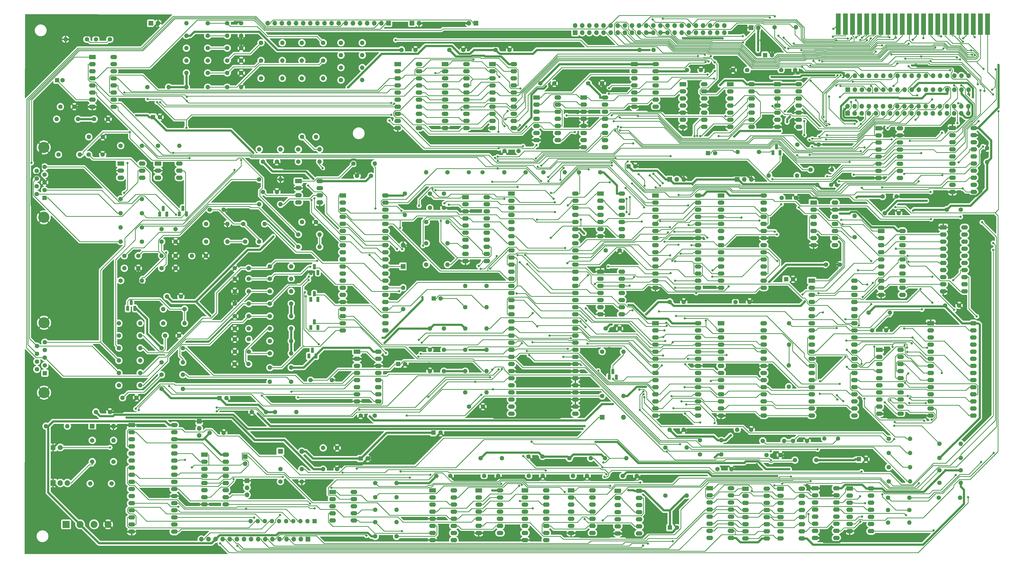
<source format=gbr>
%TF.GenerationSoftware,KiCad,Pcbnew,(6.0.6)*%
%TF.CreationDate,2022-12-13T17:17:01-06:00*%
%TF.ProjectId,Console,436f6e73-6f6c-4652-9e6b-696361645f70,V0.90*%
%TF.SameCoordinates,Original*%
%TF.FileFunction,Copper,L1,Top*%
%TF.FilePolarity,Positive*%
%FSLAX46Y46*%
G04 Gerber Fmt 4.6, Leading zero omitted, Abs format (unit mm)*
G04 Created by KiCad (PCBNEW (6.0.6)) date 2022-12-13 17:17:01*
%MOMM*%
%LPD*%
G01*
G04 APERTURE LIST*
G04 Aperture macros list*
%AMRoundRect*
0 Rectangle with rounded corners*
0 $1 Rounding radius*
0 $2 $3 $4 $5 $6 $7 $8 $9 X,Y pos of 4 corners*
0 Add a 4 corners polygon primitive as box body*
4,1,4,$2,$3,$4,$5,$6,$7,$8,$9,$2,$3,0*
0 Add four circle primitives for the rounded corners*
1,1,$1+$1,$2,$3*
1,1,$1+$1,$4,$5*
1,1,$1+$1,$6,$7*
1,1,$1+$1,$8,$9*
0 Add four rect primitives between the rounded corners*
20,1,$1+$1,$2,$3,$4,$5,0*
20,1,$1+$1,$4,$5,$6,$7,0*
20,1,$1+$1,$6,$7,$8,$9,0*
20,1,$1+$1,$8,$9,$2,$3,0*%
G04 Aperture macros list end*
%TA.AperFunction,ComponentPad*%
%ADD10C,1.600000*%
%TD*%
%TA.AperFunction,ComponentPad*%
%ADD11O,1.600000X1.600000*%
%TD*%
%TA.AperFunction,ComponentPad*%
%ADD12R,2.400000X1.600000*%
%TD*%
%TA.AperFunction,ComponentPad*%
%ADD13O,2.400000X1.600000*%
%TD*%
%TA.AperFunction,ComponentPad*%
%ADD14R,1.600000X1.600000*%
%TD*%
%TA.AperFunction,ComponentPad*%
%ADD15R,1.800000X1.800000*%
%TD*%
%TA.AperFunction,ComponentPad*%
%ADD16O,1.800000X1.800000*%
%TD*%
%TA.AperFunction,ComponentPad*%
%ADD17C,4.000000*%
%TD*%
%TA.AperFunction,ComponentPad*%
%ADD18C,1.500000*%
%TD*%
%TA.AperFunction,ComponentPad*%
%ADD19R,1.700000X1.700000*%
%TD*%
%TA.AperFunction,ComponentPad*%
%ADD20O,1.700000X1.700000*%
%TD*%
%TA.AperFunction,ComponentPad*%
%ADD21R,1.100000X1.800000*%
%TD*%
%TA.AperFunction,ComponentPad*%
%ADD22RoundRect,0.275000X-0.275000X-0.625000X0.275000X-0.625000X0.275000X0.625000X-0.275000X0.625000X0*%
%TD*%
%TA.AperFunction,ComponentPad*%
%ADD23R,1.905000X2.000000*%
%TD*%
%TA.AperFunction,ComponentPad*%
%ADD24O,1.905000X2.000000*%
%TD*%
%TA.AperFunction,ConnectorPad*%
%ADD25R,1.780000X7.620000*%
%TD*%
%TA.AperFunction,ComponentPad*%
%ADD26R,2.500000X2.500000*%
%TD*%
%TA.AperFunction,ComponentPad*%
%ADD27C,2.500000*%
%TD*%
%TA.AperFunction,ComponentPad*%
%ADD28C,1.800000*%
%TD*%
%TA.AperFunction,ViaPad*%
%ADD29C,0.800000*%
%TD*%
%TA.AperFunction,Conductor*%
%ADD30C,0.250000*%
%TD*%
%TA.AperFunction,Conductor*%
%ADD31C,0.750000*%
%TD*%
G04 APERTURE END LIST*
D10*
%TO.P,R15,1*%
%TO.N,Net-(R15-Pad1)*%
X150680000Y-207075000D03*
D11*
%TO.P,R15,2*%
%TO.N,+5V*%
X158300000Y-207075000D03*
%TD*%
D10*
%TO.P,R14,1*%
%TO.N,Net-(R14-Pad1)*%
X150680000Y-202630000D03*
D11*
%TO.P,R14,2*%
%TO.N,+5V*%
X158300000Y-202630000D03*
%TD*%
D12*
%TO.P,U17,1,Mr*%
%TO.N,Net-(U10-Pad2)*%
X225200000Y-59600000D03*
D13*
%TO.P,U17,2,Dsr*%
%TO.N,A15*%
X225200000Y-62140000D03*
%TO.P,U17,3,P0*%
%TO.N,GND*%
X225200000Y-64680000D03*
%TO.P,U17,4,P1*%
X225200000Y-67220000D03*
%TO.P,U17,5,P2*%
X225200000Y-69760000D03*
%TO.P,U17,6,P3*%
%TO.N,unconnected-(U17-Pad6)*%
X225200000Y-72300000D03*
%TO.P,U17,7,Dsl*%
%TO.N,unconnected-(U17-Pad7)*%
X225200000Y-74840000D03*
%TO.P,U17,8,GND*%
%TO.N,GND*%
X225200000Y-77380000D03*
%TO.P,U17,9,S0*%
%TO.N,Net-(U10-Pad13)*%
X232820000Y-77380000D03*
%TO.P,U17,10,S1*%
%TO.N,Net-(U15-Pad1)*%
X232820000Y-74840000D03*
%TO.P,U17,11,Cp*%
%TO.N,~{\u00D81}*%
X232820000Y-72300000D03*
%TO.P,U17,12,Q3*%
%TO.N,unconnected-(U17-Pad12)*%
X232820000Y-69760000D03*
%TO.P,U17,13,Q2*%
%TO.N,Net-(U10-Pad5)*%
X232820000Y-67220000D03*
%TO.P,U17,14,Q1*%
%TO.N,Net-(U16-Pad4)*%
X232820000Y-64680000D03*
%TO.P,U17,15,Q0*%
%TO.N,Net-(U17-Pad15)*%
X232820000Y-62140000D03*
%TO.P,U17,16,VCC*%
%TO.N,+5V*%
X232820000Y-59600000D03*
%TD*%
D10*
%TO.P,C86,1*%
%TO.N,Net-(C86-Pad1)*%
X97790000Y-46355000D03*
%TO.P,C86,2*%
%TO.N,GND*%
X102790000Y-46355000D03*
%TD*%
%TO.P,R91,1*%
%TO.N,IO_A14*%
X352390000Y-197400000D03*
D11*
%TO.P,R91,2*%
%TO.N,+5V*%
X360010000Y-197400000D03*
%TD*%
D12*
%TO.P,U11,1,OEa*%
%TO.N,Net-(U10-Pad8)*%
X192566300Y-47620000D03*
D13*
%TO.P,U11,2,I0a*%
%TO.N,CD15*%
X192566300Y-50160000D03*
%TO.P,U11,3,O3b*%
%TO.N,D6*%
X192566300Y-52700000D03*
%TO.P,U11,4,I1a*%
%TO.N,CD13*%
X192566300Y-55240000D03*
%TO.P,U11,5,O2b*%
%TO.N,D4*%
X192566300Y-57780000D03*
%TO.P,U11,6,I2a*%
%TO.N,CD11*%
X192566300Y-60320000D03*
%TO.P,U11,7,O1b*%
%TO.N,D2*%
X192566300Y-62860000D03*
%TO.P,U11,8,I3a*%
%TO.N,CD9*%
X192566300Y-65400000D03*
%TO.P,U11,9,O0b*%
%TO.N,D0*%
X192566300Y-67940000D03*
%TO.P,U11,10,GND*%
%TO.N,GND*%
X192566300Y-70480000D03*
%TO.P,U11,11,I0b*%
%TO.N,CD8*%
X200186300Y-70480000D03*
%TO.P,U11,12,O3a*%
%TO.N,D1*%
X200186300Y-67940000D03*
%TO.P,U11,13,I1b*%
%TO.N,CD10*%
X200186300Y-65400000D03*
%TO.P,U11,14,O2a*%
%TO.N,D3*%
X200186300Y-62860000D03*
%TO.P,U11,15,I2b*%
%TO.N,CD12*%
X200186300Y-60320000D03*
%TO.P,U11,16,O1a*%
%TO.N,D5*%
X200186300Y-57780000D03*
%TO.P,U11,17,I3b*%
%TO.N,CD14*%
X200186300Y-55240000D03*
%TO.P,U11,18,O0a*%
%TO.N,D7*%
X200186300Y-52700000D03*
%TO.P,U11,19,OEb*%
%TO.N,Net-(U10-Pad8)*%
X200186300Y-50160000D03*
%TO.P,U11,20,VCC*%
%TO.N,+5V*%
X200186300Y-47620000D03*
%TD*%
D10*
%TO.P,R9,1*%
%TO.N,+5V*%
X231140000Y-86360000D03*
D11*
%TO.P,R9,2*%
%TO.N,Net-(R9-Pad2)*%
X223520000Y-86360000D03*
%TD*%
D10*
%TO.P,C43,1*%
%TO.N,+5V*%
X308650000Y-90805000D03*
%TO.P,C43,2*%
%TO.N,GND*%
X313650000Y-90805000D03*
%TD*%
%TO.P,R20,1*%
%TO.N,VSS*%
X49530000Y-182245000D03*
D11*
%TO.P,R20,2*%
%TO.N,-5V*%
X57150000Y-182245000D03*
%TD*%
D14*
%TO.P,C5,1*%
%TO.N,Net-(C3-Pad1)*%
X171558600Y-131445000D03*
D10*
%TO.P,C5,2*%
%TO.N,~{CMRESET}*%
X174058600Y-131445000D03*
%TD*%
D12*
%TO.P,U40,1,OEa*%
%TO.N,GND*%
X357000000Y-70475000D03*
D13*
%TO.P,U40,2,I0a*%
%TO.N,A2*%
X357000000Y-73015000D03*
%TO.P,U40,3,O3b*%
%TO.N,~{IO_MBE}*%
X357000000Y-75555000D03*
%TO.P,U40,4,I1a*%
%TO.N,A1*%
X357000000Y-78095000D03*
%TO.P,U40,5,O2b*%
%TO.N,Net-(R87-Pad2)*%
X357000000Y-80635000D03*
%TO.P,U40,6,I2a*%
%TO.N,A0*%
X357000000Y-83175000D03*
%TO.P,U40,7,O1b*%
%TO.N,Net-(R86-Pad2)*%
X357000000Y-85715000D03*
%TO.P,U40,8,I3a*%
%TO.N,~{\u00D83}*%
X357000000Y-88255000D03*
%TO.P,U40,9,O0b*%
%TO.N,Net-(R85-Pad2)*%
X357000000Y-90795000D03*
%TO.P,U40,10,GND*%
%TO.N,GND*%
X357000000Y-93335000D03*
%TO.P,U40,11,I0b*%
%TO.N,~{mWE}*%
X364620000Y-93335000D03*
%TO.P,U40,12,O3a*%
%TO.N,Net-(R84-Pad2)*%
X364620000Y-90795000D03*
%TO.P,U40,13,I1b*%
%TO.N,A15-CRUOUT*%
X364620000Y-88255000D03*
%TO.P,U40,14,O2a*%
%TO.N,IO_A0*%
X364620000Y-85715000D03*
%TO.P,U40,15,I2b*%
%TO.N,~{CRUCLK}*%
X364620000Y-83175000D03*
%TO.P,U40,16,O1a*%
%TO.N,IO_A1*%
X364620000Y-80635000D03*
%TO.P,U40,17,I3b*%
%TO.N,~{MBE}*%
X364620000Y-78095000D03*
%TO.P,U40,18,O0a*%
%TO.N,IO_A2*%
X364620000Y-75555000D03*
%TO.P,U40,19,OEb*%
%TO.N,GND*%
X364620000Y-73015000D03*
%TO.P,U40,20,VCC*%
%TO.N,+5V*%
X364620000Y-70475000D03*
%TD*%
D10*
%TO.P,C33,1*%
%TO.N,+5V*%
X50205000Y-67310000D03*
%TO.P,C33,2*%
%TO.N,GND*%
X55205000Y-67310000D03*
%TD*%
%TO.P,R18,1*%
%TO.N,+5V*%
X220085000Y-188650000D03*
D11*
%TO.P,R18,2*%
%TO.N,GBE*%
X227705000Y-188650000D03*
%TD*%
D10*
%TO.P,L18,1*%
%TO.N,Net-(C79-Pad2)*%
X67310000Y-111125000D03*
D11*
%TO.P,L18,2*%
%TO.N,Net-(J9-Pad8)*%
X59690000Y-111125000D03*
%TD*%
D10*
%TO.P,C64,1*%
%TO.N,Net-(C63-Pad2)*%
X91520000Y-99695000D03*
%TO.P,C64,2*%
%TO.N,GND*%
X96520000Y-99695000D03*
%TD*%
D12*
%TO.P,U8,1,A0*%
%TO.N,IO_A5*%
X204200000Y-200130000D03*
D13*
%TO.P,U8,2,A1*%
%TO.N,IO_A4*%
X204200000Y-202670000D03*
%TO.P,U8,3,A2*%
%TO.N,IO_A3*%
X204200000Y-205210000D03*
%TO.P,U8,4,E1*%
%TO.N,Net-(U5-Pad11)*%
X204200000Y-207750000D03*
%TO.P,U8,5,E2*%
%TO.N,A15*%
X204200000Y-210290000D03*
%TO.P,U8,6,E3*%
%TO.N,Net-(R17-Pad2)*%
X204200000Y-212830000D03*
%TO.P,U8,7,O7*%
%TO.N,Net-(U6-Pad13)*%
X204200000Y-215370000D03*
%TO.P,U8,8,GND*%
%TO.N,GND*%
X204200000Y-217910000D03*
%TO.P,U8,9,O6*%
%TO.N,Net-(U6-Pad12)*%
X211820000Y-217910000D03*
%TO.P,U8,10,O5*%
%TO.N,Net-(U6-Pad10)*%
X211820000Y-215370000D03*
%TO.P,U8,11,O4*%
%TO.N,Net-(U6-Pad9)*%
X211820000Y-212830000D03*
%TO.P,U8,12,O3*%
%TO.N,~{CSW}*%
X211820000Y-210290000D03*
%TO.P,U8,13,O2*%
%TO.N,~{CSR}*%
X211820000Y-207750000D03*
%TO.P,U8,14,O1*%
%TO.N,~{SOUND_SEL}*%
X211820000Y-205210000D03*
%TO.P,U8,15,O0*%
%TO.N,unconnected-(U8-Pad15)*%
X211820000Y-202670000D03*
%TO.P,U8,16,VCC*%
%TO.N,+5V*%
X211820000Y-200130000D03*
%TD*%
D10*
%TO.P,C29,1*%
%TO.N,+5V*%
X160060000Y-42545000D03*
%TO.P,C29,2*%
%TO.N,GND*%
X165060000Y-42545000D03*
%TD*%
D15*
%TO.P,CR1,1,K*%
%TO.N,VSS*%
X49530000Y-177165000D03*
D16*
%TO.P,CR1,2,A*%
%TO.N,GND*%
X57150000Y-177165000D03*
%TD*%
D12*
%TO.P,U35,1,OE*%
%TO.N,VRW*%
X331480000Y-107320000D03*
D13*
%TO.P,U35,2,D0*%
%TO.N,VAD0*%
X331480000Y-109860000D03*
%TO.P,U35,3,D1*%
%TO.N,VAD1*%
X331480000Y-112400000D03*
%TO.P,U35,4,D2*%
%TO.N,VAD2*%
X331480000Y-114940000D03*
%TO.P,U35,5,D3*%
%TO.N,VAD3*%
X331480000Y-117480000D03*
%TO.P,U35,6,D4*%
%TO.N,VAD4*%
X331480000Y-120020000D03*
%TO.P,U35,7,D5*%
%TO.N,VAD5*%
X331480000Y-122560000D03*
%TO.P,U35,8,D6*%
%TO.N,VAD6*%
X331480000Y-125100000D03*
%TO.P,U35,9,D7*%
%TO.N,VAD7*%
X331480000Y-127640000D03*
%TO.P,U35,10,GND*%
%TO.N,GND*%
X331480000Y-130180000D03*
%TO.P,U35,11,Cp*%
%TO.N,VRD*%
X339100000Y-130180000D03*
%TO.P,U35,12,Q7*%
%TO.N,VD7*%
X339100000Y-127640000D03*
%TO.P,U35,13,Q6*%
%TO.N,VD6*%
X339100000Y-125100000D03*
%TO.P,U35,14,Q5*%
%TO.N,VD5*%
X339100000Y-122560000D03*
%TO.P,U35,15,Q4*%
%TO.N,VD4*%
X339100000Y-120020000D03*
%TO.P,U35,16,Q3*%
%TO.N,VD3*%
X339100000Y-117480000D03*
%TO.P,U35,17,Q2*%
%TO.N,VD2*%
X339100000Y-114940000D03*
%TO.P,U35,18,Q1*%
%TO.N,VD1*%
X339100000Y-112400000D03*
%TO.P,U35,19,Q0*%
%TO.N,VD0*%
X339100000Y-109860000D03*
%TO.P,U35,20,VCC*%
%TO.N,+5V*%
X339100000Y-107320000D03*
%TD*%
D17*
%TO.P,J9,0,PAD*%
%TO.N,GND*%
X32200000Y-77460000D03*
X32200000Y-102460000D03*
D14*
%TO.P,J9,1,1*%
%TO.N,Net-(J9-Pad1)*%
X32500000Y-95500000D03*
D10*
%TO.P,J9,2,2*%
%TO.N,Net-(C94-Pad1)*%
X32500000Y-92730000D03*
%TO.P,J9,3,3*%
%TO.N,GND*%
X32500000Y-89960000D03*
%TO.P,J9,4,4*%
%TO.N,Net-(C95-Pad1)*%
X32500000Y-87190000D03*
%TO.P,J9,5,5*%
%TO.N,Net-(C96-Pad1)*%
X32500000Y-84420000D03*
%TO.P,J9,6,6*%
%TO.N,Net-(J9-Pad6)*%
X29660000Y-94115000D03*
%TO.P,J9,7,7*%
%TO.N,Net-(C93-Pad1)*%
X29660000Y-91345000D03*
%TO.P,J9,8,8*%
%TO.N,Net-(J9-Pad8)*%
X29660000Y-88575000D03*
%TO.P,J9,9,9*%
%TO.N,Net-(J9-Pad9)*%
X29660000Y-85805000D03*
%TD*%
%TO.P,C4,1*%
%TO.N,Net-(C4-Pad1)*%
X170220000Y-99060000D03*
%TO.P,C4,2*%
%TO.N,GND*%
X175220000Y-99060000D03*
%TD*%
%TO.P,C6,1*%
%TO.N,+5V*%
X170220000Y-142240000D03*
%TO.P,C6,2*%
%TO.N,GND*%
X175220000Y-142240000D03*
%TD*%
%TO.P,C25,1*%
%TO.N,-5V*%
X245150000Y-42545000D03*
%TO.P,C25,2*%
%TO.N,GND*%
X250150000Y-42545000D03*
%TD*%
%TO.P,R79,1*%
%TO.N,Net-(J11-Pad11)*%
X138430000Y-48895000D03*
D11*
%TO.P,R79,2*%
%TO.N,Net-(C73-Pad1)*%
X146050000Y-48895000D03*
%TD*%
D18*
%TO.P,Y2,1,1*%
%TO.N,Net-(L8-Pad2)*%
X311240000Y-181610000D03*
%TO.P,Y2,2,2*%
%TO.N,Net-(C56-Pad1)*%
X316120000Y-181610000D03*
%TD*%
D19*
%TO.P,J7,1,Pin_1*%
%TO.N,SNDOUT*%
X70485000Y-33020000D03*
D20*
%TO.P,J7,2,Pin_2*%
%TO.N,GND*%
X73025000Y-33020000D03*
%TD*%
D10*
%TO.P,R6,1*%
%TO.N,/CPU/\u00D82*%
X190500000Y-127000000D03*
D11*
%TO.P,R6,2*%
%TO.N,Net-(R6-Pad2)*%
X182880000Y-127000000D03*
%TD*%
D10*
%TO.P,R62,1*%
%TO.N,Net-(R62-Pad1)*%
X123190000Y-108585000D03*
D11*
%TO.P,R62,2*%
%TO.N,Net-(C83-Pad1)*%
X130810000Y-108585000D03*
%TD*%
D12*
%TO.P,U18,1*%
%TO.N,+5V*%
X294455000Y-54875000D03*
D13*
%TO.P,U18,2*%
%TO.N,Net-(U17-Pad15)*%
X294455000Y-57415000D03*
%TO.P,U18,3*%
%TO.N,Net-(U18-Pad3)*%
X294455000Y-59955000D03*
%TO.P,U18,4*%
X294455000Y-62495000D03*
%TO.P,U18,5*%
%TO.N,Net-(U10-Pad5)*%
X294455000Y-65035000D03*
%TO.P,U18,6*%
%TO.N,Net-(U10-Pad1)*%
X294455000Y-67575000D03*
%TO.P,U18,7,GND*%
%TO.N,GND*%
X294455000Y-70115000D03*
%TO.P,U18,8*%
%TO.N,unconnected-(U18-Pad8)*%
X302075000Y-70115000D03*
%TO.P,U18,9*%
%TO.N,GND*%
X302075000Y-67575000D03*
%TO.P,U18,10*%
X302075000Y-65035000D03*
%TO.P,U18,11*%
%TO.N,A15-CRUOUT*%
X302075000Y-62495000D03*
%TO.P,U18,12*%
%TO.N,Net-(U14-Pad8)*%
X302075000Y-59955000D03*
%TO.P,U18,13*%
%TO.N,+5V*%
X302075000Y-57415000D03*
%TO.P,U18,14,VCC*%
X302075000Y-54875000D03*
%TD*%
D10*
%TO.P,R61,1*%
%TO.N,Net-(C79-Pad2)*%
X123190000Y-113030000D03*
D11*
%TO.P,R61,2*%
%TO.N,Net-(C83-Pad1)*%
X130810000Y-113030000D03*
%TD*%
D10*
%TO.P,C40,1*%
%TO.N,+5V*%
X172500000Y-195000000D03*
%TO.P,C40,2*%
%TO.N,GND*%
X177500000Y-195000000D03*
%TD*%
D12*
%TO.P,U23,1,D7_(LSB)*%
%TO.N,D7*%
X295500000Y-199520000D03*
D13*
%TO.P,U23,2,D6*%
%TO.N,D6*%
X295500000Y-202060000D03*
%TO.P,U23,3,D5*%
%TO.N,D5*%
X295500000Y-204600000D03*
%TO.P,U23,4,D4*%
%TO.N,D4*%
X295500000Y-207140000D03*
%TO.P,U23,5,D3*%
%TO.N,D3*%
X295500000Y-209680000D03*
%TO.P,U23,6,D2*%
%TO.N,D2*%
X295500000Y-212220000D03*
%TO.P,U23,7,D1*%
%TO.N,D1*%
X295500000Y-214760000D03*
%TO.P,U23,8,D0_(MSB)*%
%TO.N,D0*%
X295500000Y-217300000D03*
%TO.P,U23,9,Vcc*%
%TO.N,+5V*%
X303120000Y-217300000D03*
%TO.P,U23,10,~{GS}*%
%TO.N,~{GS}*%
X303120000Y-214760000D03*
%TO.P,U23,11,MO*%
%TO.N,IO_A14*%
X303120000Y-212220000D03*
%TO.P,U23,12,M*%
%TO.N,DBIN*%
X303120000Y-209680000D03*
%TO.P,U23,13,GRCLK*%
%TO.N,GRMCLK*%
X303120000Y-207140000D03*
%TO.P,U23,14,Vdd*%
%TO.N,-5V*%
X303120000Y-204600000D03*
%TO.P,U23,15,GREADY*%
%TO.N,GREADY*%
X303120000Y-202060000D03*
%TO.P,U23,16,Vss*%
%TO.N,VSS*%
X303120000Y-199520000D03*
%TD*%
D10*
%TO.P,R26,1*%
%TO.N,+5V*%
X232785000Y-188650000D03*
D11*
%TO.P,R26,2*%
%TO.N,READY_~{HOLD}*%
X240405000Y-188650000D03*
%TD*%
D10*
%TO.P,R57,1*%
%TO.N,Net-(Q3-Pad2)*%
X160655000Y-135255000D03*
D11*
%TO.P,R57,2*%
%TO.N,Net-(R57-Pad2)*%
X160655000Y-127635000D03*
%TD*%
D10*
%TO.P,R53,1*%
%TO.N,Net-(C81-Pad1)*%
X90805000Y-41910000D03*
D11*
%TO.P,R53,2*%
%TO.N,+5V*%
X83185000Y-41910000D03*
%TD*%
D12*
%TO.P,U14,1*%
%TO.N,Net-(U14-Pad1)*%
X277546900Y-54875000D03*
D13*
%TO.P,U14,2*%
%TO.N,Net-(U14-Pad2)*%
X277546900Y-57415000D03*
%TO.P,U14,3*%
%TO.N,~{mWE}*%
X277546900Y-59955000D03*
%TO.P,U14,4*%
%TO.N,Net-(U10-Pad5)*%
X277546900Y-62495000D03*
%TO.P,U14,5*%
%TO.N,~{CSR}*%
X277546900Y-65035000D03*
%TO.P,U14,6*%
%TO.N,/8Bit16BitSwitch/~{MSBEN}*%
X277546900Y-67575000D03*
%TO.P,U14,7,GND*%
%TO.N,GND*%
X277546900Y-70115000D03*
%TO.P,U14,8*%
%TO.N,Net-(U14-Pad8)*%
X285166900Y-70115000D03*
%TO.P,U14,9*%
%TO.N,Net-(U14-Pad9)*%
X285166900Y-67575000D03*
%TO.P,U14,10*%
%TO.N,A15*%
X285166900Y-65035000D03*
%TO.P,U14,11*%
%TO.N,Net-(U14-Pad11)*%
X285166900Y-62495000D03*
%TO.P,U14,12*%
%TO.N,~{RAM}*%
X285166900Y-59955000D03*
%TO.P,U14,13*%
%TO.N,~{ROM}*%
X285166900Y-57415000D03*
%TO.P,U14,14,VCC*%
%TO.N,+5V*%
X285166900Y-54875000D03*
%TD*%
D10*
%TO.P,C51,1*%
%TO.N,+5V*%
X273000000Y-192500000D03*
%TO.P,C51,2*%
%TO.N,GND*%
X278000000Y-192500000D03*
%TD*%
D14*
%TO.P,C52,1*%
%TO.N,Net-(C52-Pad1)*%
X36944900Y-53400000D03*
D10*
%TO.P,C52,2*%
%TO.N,SNDOUT*%
X38944900Y-53400000D03*
%TD*%
%TO.P,R96,1*%
%TO.N,+5V*%
X352390000Y-188510000D03*
D11*
%TO.P,R96,2*%
%TO.N,~{IO_EXT_INT}*%
X360010000Y-188510000D03*
%TD*%
D10*
%TO.P,C32,1*%
%TO.N,+5V*%
X255905000Y-178435000D03*
%TO.P,C32,2*%
%TO.N,GND*%
X260905000Y-178435000D03*
%TD*%
%TO.P,C54,1*%
%TO.N,GND*%
X43140000Y-62865000D03*
%TO.P,C54,2*%
%TO.N,Net-(C54-Pad2)*%
X38140000Y-62865000D03*
%TD*%
%TO.P,R75,1*%
%TO.N,Net-(J11-Pad3)*%
X138430000Y-40005000D03*
D11*
%TO.P,R75,2*%
%TO.N,Net-(C72-Pad1)*%
X146050000Y-40005000D03*
%TD*%
D10*
%TO.P,R17,1*%
%TO.N,+5V*%
X188335000Y-188650000D03*
D11*
%TO.P,R17,2*%
%TO.N,Net-(R17-Pad2)*%
X195955000Y-188650000D03*
%TD*%
D10*
%TO.P,R84,1*%
%TO.N,IO_\u00D83*%
X333980000Y-202755000D03*
D11*
%TO.P,R84,2*%
%TO.N,Net-(R84-Pad2)*%
X341600000Y-202755000D03*
%TD*%
D14*
%TO.P,C20,1*%
%TO.N,+5V*%
X256008600Y-213465000D03*
D10*
%TO.P,C20,2*%
%TO.N,GND*%
X258508600Y-213465000D03*
%TD*%
D15*
%TO.P,CR4,1,K*%
%TO.N,Net-(CR4-Pad1)*%
X160655000Y-120015000D03*
D16*
%TO.P,CR4,2,A*%
%TO.N,GND*%
X160655000Y-112395000D03*
%TD*%
D19*
%TO.P,J11,1,Pin_1*%
%TO.N,Net-(J10-Pad9)*%
X155375000Y-33000000D03*
D20*
%TO.P,J11,2,Pin_2*%
%TO.N,Net-(J10-Pad8)*%
X152835000Y-33000000D03*
%TO.P,J11,3,Pin_3*%
%TO.N,Net-(J11-Pad3)*%
X150295000Y-33000000D03*
%TO.P,J11,4,Pin_4*%
%TO.N,Net-(J10-Pad5)*%
X147755000Y-33000000D03*
%TO.P,J11,5,Pin_5*%
%TO.N,Net-(J10-Pad4)*%
X145215000Y-33000000D03*
%TO.P,J11,6,Pin_6*%
%TO.N,Net-(J11-Pad6)*%
X142675000Y-33000000D03*
%TO.P,J11,7,Pin_7*%
%TO.N,Net-(J10-Pad3)*%
X140135000Y-33000000D03*
%TO.P,J11,8,Pin_8*%
%TO.N,Net-(J11-Pad8)*%
X137595000Y-33000000D03*
%TO.P,J11,9,Pin_9*%
%TO.N,Net-(J11-Pad9)*%
X135055000Y-33000000D03*
%TO.P,J11,10,Pin_10*%
%TO.N,Net-(J11-Pad10)*%
X132515000Y-33000000D03*
%TO.P,J11,11,Pin_11*%
%TO.N,Net-(J11-Pad11)*%
X129975000Y-33000000D03*
%TO.P,J11,12,Pin_12*%
%TO.N,Net-(J11-Pad12)*%
X127435000Y-33000000D03*
%TO.P,J11,13,Pin_13*%
%TO.N,Net-(J11-Pad13)*%
X124895000Y-33000000D03*
%TO.P,J11,14,Pin_14*%
%TO.N,Net-(J11-Pad14)*%
X122355000Y-33000000D03*
%TO.P,J11,15,Pin_15*%
%TO.N,Net-(J11-Pad15)*%
X119815000Y-33000000D03*
%TO.P,J11,16,Pin_16*%
%TO.N,GND*%
X117275000Y-33000000D03*
%TO.P,J11,17,Pin_17*%
%TO.N,+5V*%
X114735000Y-33000000D03*
%TO.P,J11,18,Pin_18*%
%TO.N,~{RESET}*%
X112195000Y-33000000D03*
%TD*%
D12*
%TO.P,SW1,1*%
%TO.N,~{RAM0}*%
X135445000Y-200730000D03*
D13*
%TO.P,SW1,2*%
%TO.N,~{RAM1}*%
X135445000Y-203270000D03*
%TO.P,SW1,3*%
%TO.N,~{RAM2}*%
X135445000Y-205810000D03*
%TO.P,SW1,4*%
%TO.N,~{RAM3}*%
X135445000Y-208350000D03*
%TO.P,SW1,5*%
%TO.N,~{RAM4}*%
X135445000Y-210890000D03*
%TO.P,SW1,6*%
%TO.N,Net-(R16-Pad1)*%
X143065000Y-210890000D03*
%TO.P,SW1,7*%
%TO.N,Net-(R15-Pad1)*%
X143065000Y-208350000D03*
%TO.P,SW1,8*%
%TO.N,Net-(R14-Pad1)*%
X143065000Y-205810000D03*
%TO.P,SW1,9*%
%TO.N,Net-(R13-Pad1)*%
X143065000Y-203270000D03*
%TO.P,SW1,10*%
%TO.N,Net-(R12-Pad1)*%
X143065000Y-200730000D03*
%TD*%
D10*
%TO.P,R55,1*%
%TO.N,Net-(C82-Pad1)*%
X90805000Y-50800000D03*
D11*
%TO.P,R55,2*%
%TO.N,+5V*%
X83185000Y-50800000D03*
%TD*%
D10*
%TO.P,C11,1*%
%TO.N,Net-(C11-Pad1)*%
X184190000Y-170180000D03*
%TO.P,C11,2*%
%TO.N,GND*%
X189190000Y-170180000D03*
%TD*%
D12*
%TO.P,U7,1*%
%TO.N,Net-(U7-Pad1)*%
X237370000Y-200265000D03*
D13*
%TO.P,U7,2*%
%TO.N,Net-(U7-Pad11)*%
X237370000Y-202805000D03*
%TO.P,U7,3*%
%TO.N,~{RAM}*%
X237370000Y-205345000D03*
%TO.P,U7,4*%
%TO.N,Net-(R12-Pad1)*%
X237370000Y-207885000D03*
%TO.P,U7,5*%
%TO.N,Net-(R13-Pad1)*%
X237370000Y-210425000D03*
%TO.P,U7,6*%
%TO.N,Net-(U7-Pad1)*%
X237370000Y-212965000D03*
%TO.P,U7,7,GND*%
%TO.N,GND*%
X237370000Y-215505000D03*
%TO.P,U7,8*%
%TO.N,Net-(U7-Pad12)*%
X244990000Y-215505000D03*
%TO.P,U7,9*%
%TO.N,Net-(R14-Pad1)*%
X244990000Y-212965000D03*
%TO.P,U7,10*%
%TO.N,Net-(R15-Pad1)*%
X244990000Y-210425000D03*
%TO.P,U7,11*%
%TO.N,Net-(U7-Pad11)*%
X244990000Y-207885000D03*
%TO.P,U7,12*%
%TO.N,Net-(U7-Pad12)*%
X244990000Y-205345000D03*
%TO.P,U7,13*%
%TO.N,Net-(R16-Pad1)*%
X244990000Y-202805000D03*
%TO.P,U7,14,VCC*%
%TO.N,+5V*%
X244990000Y-200265000D03*
%TD*%
D10*
%TO.P,R83,1*%
%TO.N,Net-(J10-Pad2)*%
X59055000Y-144780000D03*
D11*
%TO.P,R83,2*%
%TO.N,Net-(C90-Pad1)*%
X66675000Y-144780000D03*
%TD*%
D10*
%TO.P,R46,1*%
%TO.N,Net-(C77-Pad1)*%
X113030000Y-146685000D03*
D11*
%TO.P,R46,2*%
%TO.N,+5V*%
X120650000Y-146685000D03*
%TD*%
D10*
%TO.P,C72,1*%
%TO.N,Net-(C72-Pad1)*%
X105410000Y-154940000D03*
%TO.P,C72,2*%
%TO.N,GND*%
X100410000Y-154940000D03*
%TD*%
%TO.P,C34,1*%
%TO.N,+5V*%
X369400000Y-82700000D03*
%TO.P,C34,2*%
%TO.N,GND*%
X369400000Y-77700000D03*
%TD*%
%TO.P,C63,1*%
%TO.N,Net-(C63-Pad1)*%
X104180000Y-111125000D03*
%TO.P,C63,2*%
%TO.N,Net-(C63-Pad2)*%
X109180000Y-111125000D03*
%TD*%
%TO.P,C2,1*%
%TO.N,Net-(C2-Pad1)*%
X170220000Y-93980000D03*
%TO.P,C2,2*%
%TO.N,Net-(C2-Pad2)*%
X175220000Y-93980000D03*
%TD*%
%TO.P,R97,1*%
%TO.N,~{IO_EXT_INT}*%
X334200000Y-196940000D03*
D11*
%TO.P,R97,2*%
%TO.N,EXTINT*%
X341820000Y-196940000D03*
%TD*%
D10*
%TO.P,L5,1,1*%
%TO.N,-5V*%
X57150000Y-189865000D03*
D11*
%TO.P,L5,2,2*%
%TO.N,Net-(L5-Pad2)*%
X49530000Y-189865000D03*
%TD*%
D10*
%TO.P,R13,1*%
%TO.N,Net-(R13-Pad1)*%
X254375000Y-201985000D03*
D11*
%TO.P,R13,2*%
%TO.N,+5V*%
X261995000Y-201985000D03*
%TD*%
D10*
%TO.P,L13,1*%
%TO.N,Net-(C81-Pad1)*%
X109855000Y-52705000D03*
D11*
%TO.P,L13,2*%
%TO.N,Net-(J11-Pad12)*%
X117475000Y-52705000D03*
%TD*%
D10*
%TO.P,R35,1*%
%TO.N,Net-(C96-Pad1)*%
X90210000Y-111125000D03*
D11*
%TO.P,R35,2*%
%TO.N,Net-(C63-Pad1)*%
X97830000Y-111125000D03*
%TD*%
D10*
%TO.P,C19,1*%
%TO.N,VSS*%
X50840000Y-172085000D03*
%TO.P,C19,2*%
%TO.N,GND*%
X55840000Y-172085000D03*
%TD*%
D19*
%TO.P,SW2,1*%
%TO.N,~{ROMG}*%
X104225000Y-188000000D03*
D20*
%TO.P,SW2,2*%
%TO.N,~{IROMG}*%
X104225000Y-190540000D03*
%TD*%
D10*
%TO.P,C1,1*%
%TO.N,Net-(C1-Pad1)*%
X175220000Y-149860000D03*
%TO.P,C1,2*%
%TO.N,GND*%
X170220000Y-149860000D03*
%TD*%
%TO.P,C82,1*%
%TO.N,Net-(C82-Pad1)*%
X97790000Y-50800000D03*
%TO.P,C82,2*%
%TO.N,GND*%
X102790000Y-50800000D03*
%TD*%
%TO.P,R77,1*%
%TO.N,Net-(J11-Pad10)*%
X138430000Y-44450000D03*
D11*
%TO.P,R77,2*%
%TO.N,Net-(C77-Pad1)*%
X146050000Y-44450000D03*
%TD*%
D12*
%TO.P,U6,1*%
%TO.N,Net-(U20-Pad2)*%
X220720000Y-200130000D03*
D13*
%TO.P,U6,2*%
%TO.N,GBE*%
X220720000Y-202670000D03*
%TO.P,U6,3*%
%TO.N,READY_~{HOLD}*%
X220720000Y-205210000D03*
%TO.P,U6,4*%
%TO.N,DBIN*%
X220720000Y-207750000D03*
%TO.P,U6,5*%
%TO.N,IO_A5*%
X220720000Y-210290000D03*
%TO.P,U6,6*%
%TO.N,Net-(R17-Pad2)*%
X220720000Y-212830000D03*
%TO.P,U6,7,GND*%
%TO.N,GND*%
X220720000Y-215370000D03*
%TO.P,U6,8*%
%TO.N,SBE*%
X228340000Y-215370000D03*
%TO.P,U6,9*%
%TO.N,Net-(U6-Pad9)*%
X228340000Y-212830000D03*
%TO.P,U6,10*%
%TO.N,Net-(U6-Pad10)*%
X228340000Y-210290000D03*
%TO.P,U6,11*%
%TO.N,GBE*%
X228340000Y-207750000D03*
%TO.P,U6,12*%
%TO.N,Net-(U6-Pad12)*%
X228340000Y-205210000D03*
%TO.P,U6,13*%
%TO.N,Net-(U6-Pad13)*%
X228340000Y-202670000D03*
%TO.P,U6,14,VCC*%
%TO.N,+5V*%
X228340000Y-200130000D03*
%TD*%
D10*
%TO.P,L15,1*%
%TO.N,Net-(C86-Pad1)*%
X109855000Y-40005000D03*
D11*
%TO.P,L15,2*%
%TO.N,Net-(J11-Pad13)*%
X117475000Y-40005000D03*
%TD*%
D12*
%TO.P,U21,1*%
%TO.N,Net-(R37-Pad1)*%
X123200000Y-89500000D03*
D13*
%TO.P,U21,2,-*%
%TO.N,GND*%
X123200000Y-92040000D03*
%TO.P,U21,3,+*%
%TO.N,Net-(C68-Pad1)*%
X123200000Y-94580000D03*
%TO.P,U21,4,V-*%
%TO.N,-5V*%
X123200000Y-97120000D03*
%TO.P,U21,5,+*%
%TO.N,GND*%
X130820000Y-97120000D03*
%TO.P,U21,6,-*%
%TO.N,Net-(C67-Pad2)*%
X130820000Y-94580000D03*
%TO.P,U21,7*%
%TO.N,Net-(C67-Pad1)*%
X130820000Y-92040000D03*
%TO.P,U21,8,V+*%
%TO.N,+5V*%
X130820000Y-89500000D03*
%TD*%
D10*
%TO.P,C44,1*%
%TO.N,+5V*%
X311785000Y-119380000D03*
%TO.P,C44,2*%
%TO.N,GND*%
X316785000Y-119380000D03*
%TD*%
%TO.P,C87,1*%
%TO.N,Net-(C87-Pad1)*%
X97790000Y-55880000D03*
%TO.P,C87,2*%
%TO.N,GND*%
X102790000Y-55880000D03*
%TD*%
D12*
%TO.P,U16,1,~{R}*%
%TO.N,+5V*%
X243290600Y-47620000D03*
D13*
%TO.P,U16,2,D*%
%TO.N,Net-(U10-Pad5)*%
X243290600Y-50160000D03*
%TO.P,U16,3,C*%
%TO.N,~{\u00D84}*%
X243290600Y-52700000D03*
%TO.P,U16,4,~{S}*%
%TO.N,Net-(U16-Pad4)*%
X243290600Y-55240000D03*
%TO.P,U16,5,Q*%
%TO.N,Net-(U14-Pad1)*%
X243290600Y-57780000D03*
%TO.P,U16,6,~{Q}*%
%TO.N,unconnected-(U16-Pad6)*%
X243290600Y-60320000D03*
%TO.P,U16,7,GND*%
%TO.N,GND*%
X243290600Y-62860000D03*
%TO.P,U16,8,~{Q}*%
%TO.N,unconnected-(U16-Pad8)*%
X250910600Y-62860000D03*
%TO.P,U16,9,Q*%
%TO.N,Net-(U10-Pad13)*%
X250910600Y-60320000D03*
%TO.P,U16,10,~{S}*%
%TO.N,+5V*%
X250910600Y-57780000D03*
%TO.P,U16,11,C*%
%TO.N,~{\u00D82}*%
X250910600Y-55240000D03*
%TO.P,U16,12,D*%
%TO.N,READY_~{HOLD}*%
X250910600Y-52700000D03*
%TO.P,U16,13,~{R}*%
%TO.N,+5V*%
X250910600Y-50160000D03*
%TO.P,U16,14,VCC*%
X250910600Y-47620000D03*
%TD*%
D10*
%TO.P,C7,1*%
%TO.N,Net-(C4-Pad1)*%
X132070000Y-184935000D03*
%TO.P,C7,2*%
%TO.N,GND*%
X137070000Y-184935000D03*
%TD*%
%TO.P,R44,1*%
%TO.N,Net-(C76-Pad1)*%
X113030000Y-137795000D03*
D11*
%TO.P,R44,2*%
%TO.N,+5V*%
X120650000Y-137795000D03*
%TD*%
D12*
%TO.P,U29,1,VPP*%
%TO.N,unconnected-(U29-Pad1)*%
X274315000Y-94600000D03*
D13*
%TO.P,U29,2,A12*%
%TO.N,Net-(J6-Pad2)*%
X274315000Y-97140000D03*
%TO.P,U29,3,A7*%
%TO.N,A7*%
X274315000Y-99680000D03*
%TO.P,U29,4,A6*%
%TO.N,A8*%
X274315000Y-102220000D03*
%TO.P,U29,5,A5*%
%TO.N,A9*%
X274315000Y-104760000D03*
%TO.P,U29,6,A4*%
%TO.N,A10*%
X274315000Y-107300000D03*
%TO.P,U29,7,A3*%
%TO.N,A11*%
X274315000Y-109840000D03*
%TO.P,U29,8,A2*%
%TO.N,A12*%
X274315000Y-112380000D03*
%TO.P,U29,9,A1*%
%TO.N,A13*%
X274315000Y-114920000D03*
%TO.P,U29,10,A0*%
%TO.N,A14*%
X274315000Y-117460000D03*
%TO.P,U29,11,D0*%
%TO.N,CD15*%
X274315000Y-120000000D03*
%TO.P,U29,12,D1*%
%TO.N,CD14*%
X274315000Y-122540000D03*
%TO.P,U29,13,D2*%
%TO.N,CD13*%
X274315000Y-125080000D03*
%TO.P,U29,14,GND*%
%TO.N,GND*%
X274315000Y-127620000D03*
%TO.P,U29,15,D3*%
%TO.N,CD12*%
X289555000Y-127620000D03*
%TO.P,U29,16,D4*%
%TO.N,CD11*%
X289555000Y-125080000D03*
%TO.P,U29,17,D5*%
%TO.N,CD10*%
X289555000Y-122540000D03*
%TO.P,U29,18,D6*%
%TO.N,CD9*%
X289555000Y-120000000D03*
%TO.P,U29,19,D7*%
%TO.N,CD8*%
X289555000Y-117460000D03*
%TO.P,U29,20,~{CE}*%
%TO.N,~{ROM}*%
X289555000Y-114920000D03*
%TO.P,U29,21,A10*%
%TO.N,A4*%
X289555000Y-112380000D03*
%TO.P,U29,22,~{OE}*%
%TO.N,GND*%
X289555000Y-109840000D03*
%TO.P,U29,23,A11*%
%TO.N,A3*%
X289555000Y-107300000D03*
%TO.P,U29,24,A9*%
%TO.N,A5*%
X289555000Y-104760000D03*
%TO.P,U29,25,A8*%
%TO.N,A6*%
X289555000Y-102220000D03*
%TO.P,U29,26,NC*%
%TO.N,unconnected-(U29-Pad26)*%
X289555000Y-99680000D03*
%TO.P,U29,27,~{PGM}*%
%TO.N,+5V*%
X289555000Y-97140000D03*
%TO.P,U29,28,VCC*%
X289555000Y-94600000D03*
%TD*%
D10*
%TO.P,R93,1*%
%TO.N,~{GS}*%
X266790000Y-187300000D03*
D11*
%TO.P,R93,2*%
%TO.N,+5V*%
X274410000Y-187300000D03*
%TD*%
D10*
%TO.P,C47,1*%
%TO.N,+5V*%
X233085000Y-114300000D03*
%TO.P,C47,2*%
%TO.N,GND*%
X238085000Y-114300000D03*
%TD*%
%TO.P,R42,1*%
%TO.N,Net-(C75-Pad1)*%
X113030000Y-128905000D03*
D11*
%TO.P,R42,2*%
%TO.N,+5V*%
X120650000Y-128905000D03*
%TD*%
D14*
%TO.P,C18,1*%
%TO.N,+5V*%
X241138600Y-84200000D03*
D10*
%TO.P,C18,2*%
%TO.N,GND*%
X243638600Y-84200000D03*
%TD*%
%TO.P,R49,1*%
%TO.N,Net-(C67-Pad2)*%
X123190000Y-82550000D03*
D11*
%TO.P,R49,2*%
%TO.N,Net-(C67-Pad1)*%
X130810000Y-82550000D03*
%TD*%
D10*
%TO.P,C42,1*%
%TO.N,+5V*%
X280075000Y-178435000D03*
%TO.P,C42,2*%
%TO.N,GND*%
X285075000Y-178435000D03*
%TD*%
%TO.P,R16,1*%
%TO.N,Net-(R16-Pad1)*%
X150680000Y-211520000D03*
D11*
%TO.P,R16,2*%
%TO.N,+5V*%
X158300000Y-211520000D03*
%TD*%
D12*
%TO.P,U24,1,D7_(LSB)*%
%TO.N,D7*%
X283000000Y-199520000D03*
D13*
%TO.P,U24,2,D6*%
%TO.N,D6*%
X283000000Y-202060000D03*
%TO.P,U24,3,D5*%
%TO.N,D5*%
X283000000Y-204600000D03*
%TO.P,U24,4,D4*%
%TO.N,D4*%
X283000000Y-207140000D03*
%TO.P,U24,5,D3*%
%TO.N,D3*%
X283000000Y-209680000D03*
%TO.P,U24,6,D2*%
%TO.N,D2*%
X283000000Y-212220000D03*
%TO.P,U24,7,D1*%
%TO.N,D1*%
X283000000Y-214760000D03*
%TO.P,U24,8,D0_(MSB)*%
%TO.N,D0*%
X283000000Y-217300000D03*
%TO.P,U24,9,Vcc*%
%TO.N,+5V*%
X290620000Y-217300000D03*
%TO.P,U24,10,~{GS}*%
%TO.N,~{GS}*%
X290620000Y-214760000D03*
%TO.P,U24,11,MO*%
%TO.N,IO_A14*%
X290620000Y-212220000D03*
%TO.P,U24,12,M*%
%TO.N,DBIN*%
X290620000Y-209680000D03*
%TO.P,U24,13,GRCLK*%
%TO.N,GRMCLK*%
X290620000Y-207140000D03*
%TO.P,U24,14,Vdd*%
%TO.N,-5V*%
X290620000Y-204600000D03*
%TO.P,U24,15,GREADY*%
%TO.N,GREADY*%
X290620000Y-202060000D03*
%TO.P,U24,16,Vss*%
%TO.N,VSS*%
X290620000Y-199520000D03*
%TD*%
D10*
%TO.P,R48,1*%
%TO.N,Net-(C78-Pad1)*%
X113030000Y-156210000D03*
D11*
%TO.P,R48,2*%
%TO.N,+5V*%
X120650000Y-156210000D03*
%TD*%
D10*
%TO.P,R40,1*%
%TO.N,Net-(C74-Pad1)*%
X113030000Y-120015000D03*
D11*
%TO.P,R40,2*%
%TO.N,+5V*%
X120650000Y-120015000D03*
%TD*%
D10*
%TO.P,R85,1*%
%TO.N,~{IO_WE}*%
X341600000Y-207200000D03*
D11*
%TO.P,R85,2*%
%TO.N,Net-(R85-Pad2)*%
X333980000Y-207200000D03*
%TD*%
D10*
%TO.P,C13,1*%
%TO.N,+5V*%
X295755000Y-49800000D03*
%TO.P,C13,2*%
%TO.N,GND*%
X300755000Y-49800000D03*
%TD*%
D12*
%TO.P,U1,1,TANK_1*%
%TO.N,Net-(C2-Pad1)*%
X182890000Y-95255000D03*
D13*
%TO.P,U1,2,TANK_2*%
%TO.N,Net-(C2-Pad2)*%
X182890000Y-97795000D03*
%TO.P,U1,3,GND*%
%TO.N,GND*%
X182890000Y-100335000D03*
%TO.P,U1,4,FFQ*%
%TO.N,~{RESET}*%
X182890000Y-102875000D03*
%TO.P,U1,5,FFD*%
%TO.N,Net-(C3-Pad1)*%
X182890000Y-105415000D03*
%TO.P,U1,6,~{\u00D84}*%
%TO.N,~{\u00D84}*%
X182890000Y-107955000D03*
%TO.P,U1,7,~{\u00D83}*%
%TO.N,~{\u00D83}*%
X182890000Y-110495000D03*
%TO.P,U1,8,\u00D83*%
%TO.N,Net-(R7-Pad2)*%
X182890000Y-113035000D03*
%TO.P,U1,9,\u00D84*%
%TO.N,Net-(R8-Pad2)*%
X182890000Y-115575000D03*
%TO.P,U1,10,GND*%
%TO.N,GND*%
X182890000Y-118115000D03*
%TO.P,U1,11,\u00D82*%
%TO.N,Net-(R6-Pad2)*%
X190510000Y-118115000D03*
%TO.P,U1,12,\u00D81*%
%TO.N,Net-(R5-Pad2)*%
X190510000Y-115575000D03*
%TO.P,U1,13,VDD*%
%TO.N,Net-(C4-Pad1)*%
X190510000Y-113035000D03*
%TO.P,U1,14,~{\u00D81}*%
%TO.N,~{\u00D81}*%
X190510000Y-110495000D03*
%TO.P,U1,15,~{\u00D82}*%
%TO.N,~{\u00D82}*%
X190510000Y-107955000D03*
%TO.P,U1,16,OSCOUT*%
%TO.N,unconnected-(U1-Pad16)*%
X190510000Y-105415000D03*
%TO.P,U1,17,OSCIN*%
%TO.N,Net-(R2-Pad1)*%
X190510000Y-102875000D03*
%TO.P,U1,18,XTAL1*%
%TO.N,Net-(U1-Pad18)*%
X190510000Y-100335000D03*
%TO.P,U1,19,XTAL2*%
%TO.N,Net-(U1-Pad19)*%
X190510000Y-97795000D03*
%TO.P,U1,20,VCC*%
%TO.N,Net-(C1-Pad1)*%
X190510000Y-95255000D03*
%TD*%
D10*
%TO.P,R2,1*%
%TO.N,Net-(R2-Pad1)*%
X204470000Y-86360000D03*
D11*
%TO.P,R2,2*%
%TO.N,Net-(C1-Pad1)*%
X196850000Y-86360000D03*
%TD*%
D10*
%TO.P,L11,1,1*%
%TO.N,+5V*%
X327025000Y-136525000D03*
D11*
%TO.P,L11,2,2*%
%TO.N,Net-(C57-Pad1)*%
X334645000Y-136525000D03*
%TD*%
D10*
%TO.P,R71,1*%
%TO.N,Net-(J10-Pad3)*%
X74295000Y-154305000D03*
D11*
%TO.P,R71,2*%
%TO.N,Net-(C76-Pad1)*%
X81915000Y-154305000D03*
%TD*%
D10*
%TO.P,R4,1*%
%TO.N,~{CMRESET}*%
X182880000Y-134620000D03*
D11*
%TO.P,R4,2*%
%TO.N,Net-(C3-Pad1)*%
X190500000Y-134620000D03*
%TD*%
D10*
%TO.P,R67,1*%
%TO.N,Net-(J10-Pad9)*%
X59055000Y-158115000D03*
D11*
%TO.P,R67,2*%
%TO.N,Net-(C75-Pad1)*%
X66675000Y-158115000D03*
%TD*%
D10*
%TO.P,R60,1*%
%TO.N,Net-(C88-Pad1)*%
X109220000Y-88900000D03*
D11*
%TO.P,R60,2*%
%TO.N,GND*%
X116840000Y-88900000D03*
%TD*%
D10*
%TO.P,C61,1*%
%TO.N,Net-(C58-Pad1)*%
X296000000Y-95500000D03*
%TO.P,C61,2*%
%TO.N,GND*%
X301000000Y-95500000D03*
%TD*%
%TO.P,R70,1*%
%TO.N,Net-(R62-Pad1)*%
X69215000Y-55880000D03*
D11*
%TO.P,R70,2*%
%TO.N,+5V*%
X76835000Y-55880000D03*
%TD*%
D12*
%TO.P,U9,1*%
%TO.N,A4*%
X187680000Y-200130000D03*
D13*
%TO.P,U9,2*%
%TO.N,A3*%
X187680000Y-202670000D03*
%TO.P,U9,3*%
%TO.N,Net-(U9-Pad13)*%
X187680000Y-205210000D03*
%TO.P,U9,4*%
%TO.N,~{CSW}*%
X187680000Y-207750000D03*
%TO.P,U9,5*%
%TO.N,~{mWE}*%
X187680000Y-210290000D03*
%TO.P,U9,6*%
%TO.N,Net-(U31-Pad14)*%
X187680000Y-212830000D03*
%TO.P,U9,7,GND*%
%TO.N,GND*%
X187680000Y-215370000D03*
%TO.P,U9,8*%
%TO.N,~{RAM4}*%
X195300000Y-215370000D03*
%TO.P,U9,9*%
%TO.N,Net-(U5-Pad11)*%
X195300000Y-212830000D03*
%TO.P,U9,10*%
%TO.N,RAMBLK*%
X195300000Y-210290000D03*
%TO.P,U9,11*%
X195300000Y-207750000D03*
%TO.P,U9,12*%
%TO.N,A5*%
X195300000Y-205210000D03*
%TO.P,U9,13*%
%TO.N,Net-(U9-Pad13)*%
X195300000Y-202670000D03*
%TO.P,U9,14,VCC*%
%TO.N,+5V*%
X195300000Y-200130000D03*
%TD*%
D10*
%TO.P,C79,1*%
%TO.N,Net-(C79-Pad1)*%
X61000000Y-116205000D03*
%TO.P,C79,2*%
%TO.N,Net-(C79-Pad2)*%
X66000000Y-116205000D03*
%TD*%
D21*
%TO.P,Q9,1,E*%
%TO.N,Net-(C94-Pad1)*%
X73660000Y-101365000D03*
D22*
%TO.P,Q9,2,B*%
%TO.N,Net-(Q9-Pad2)*%
X74930000Y-99295000D03*
%TO.P,Q9,3,C*%
%TO.N,Net-(C92-Pad1)*%
X76200000Y-101365000D03*
%TD*%
D23*
%TO.P,U19,1,GND*%
%TO.N,GND*%
X35560000Y-197485000D03*
D24*
%TO.P,U19,2,VI*%
%TO.N,Net-(J3-Pad3)*%
X38100000Y-197485000D03*
%TO.P,U19,3,VO*%
%TO.N,Net-(L5-Pad2)*%
X40640000Y-197485000D03*
%TD*%
D10*
%TO.P,R59,1*%
%TO.N,Net-(C79-Pad2)*%
X59690000Y-125095000D03*
D11*
%TO.P,R59,2*%
%TO.N,Net-(C88-Pad1)*%
X67310000Y-125095000D03*
%TD*%
D10*
%TO.P,R45,1*%
%TO.N,Net-(C72-Pad1)*%
X113030000Y-142240000D03*
D11*
%TO.P,R45,2*%
%TO.N,+5V*%
X120650000Y-142240000D03*
%TD*%
D10*
%TO.P,C85,1*%
%TO.N,Net-(C85-Pad1)*%
X97790000Y-37465000D03*
%TO.P,C85,2*%
%TO.N,GND*%
X102790000Y-37465000D03*
%TD*%
%TO.P,L2,1*%
%TO.N,Net-(C1-Pad1)*%
X182880000Y-149860000D03*
D11*
%TO.P,L2,2*%
%TO.N,+5V*%
X190500000Y-149860000D03*
%TD*%
D10*
%TO.P,R56,1*%
%TO.N,Net-(C87-Pad1)*%
X90805000Y-55880000D03*
D11*
%TO.P,R56,2*%
%TO.N,+5V*%
X83185000Y-55880000D03*
%TD*%
D12*
%TO.P,U32,1,OE*%
%TO.N,GND*%
X330845000Y-149865000D03*
D13*
%TO.P,U32,2,D0*%
%TO.N,VAD1*%
X330845000Y-152405000D03*
%TO.P,U32,3,D1*%
%TO.N,VAD2*%
X330845000Y-154945000D03*
%TO.P,U32,4,D2*%
%TO.N,VAD3*%
X330845000Y-157485000D03*
%TO.P,U32,5,D3*%
%TO.N,VAD4*%
X330845000Y-160025000D03*
%TO.P,U32,6,D4*%
%TO.N,VAD5*%
X330845000Y-162565000D03*
%TO.P,U32,7,D5*%
%TO.N,VAD6*%
X330845000Y-165105000D03*
%TO.P,U32,8,D6*%
%TO.N,VAD7*%
X330845000Y-167645000D03*
%TO.P,U32,9,D7*%
X330845000Y-170185000D03*
%TO.P,U32,10,GND*%
%TO.N,GND*%
X330845000Y-172725000D03*
%TO.P,U32,11,Cp*%
%TO.N,VROW*%
X338465000Y-172725000D03*
%TO.P,U32,12,Q7*%
%TO.N,unconnected-(U32-Pad12)*%
X338465000Y-170185000D03*
%TO.P,U32,13,Q6*%
%TO.N,Net-(U32-Pad13)*%
X338465000Y-167645000D03*
%TO.P,U32,14,Q5*%
%TO.N,Net-(U32-Pad14)*%
X338465000Y-165105000D03*
%TO.P,U32,15,Q4*%
%TO.N,Net-(U32-Pad15)*%
X338465000Y-162565000D03*
%TO.P,U32,16,Q3*%
%TO.N,Net-(U32-Pad16)*%
X338465000Y-160025000D03*
%TO.P,U32,17,Q2*%
%TO.N,Net-(U32-Pad17)*%
X338465000Y-157485000D03*
%TO.P,U32,18,Q1*%
%TO.N,Net-(U32-Pad18)*%
X338465000Y-154945000D03*
%TO.P,U32,19,Q0*%
%TO.N,Net-(U32-Pad19)*%
X338465000Y-152405000D03*
%TO.P,U32,20,VCC*%
%TO.N,+5V*%
X338465000Y-149865000D03*
%TD*%
D10*
%TO.P,C65,1*%
%TO.N,+5V*%
X150495000Y-173355000D03*
%TO.P,C65,2*%
%TO.N,GND*%
X145495000Y-173355000D03*
%TD*%
D19*
%TO.P,J12,1,Pin_1*%
%TO.N,+5V*%
X222125000Y-36375000D03*
D20*
%TO.P,J12,2,Pin_2*%
%TO.N,SBE*%
X222125000Y-33835000D03*
%TO.P,J12,3,Pin_3*%
%TO.N,~{IO_RESET}*%
X224665000Y-36375000D03*
%TO.P,J12,4,Pin_4*%
%TO.N,~{IO_EXT_INT}*%
X224665000Y-33835000D03*
%TO.P,J12,5,Pin_5*%
%TO.N,IO_A5*%
X227205000Y-36375000D03*
%TO.P,J12,6,Pin_6*%
%TO.N,IO_A10*%
X227205000Y-33835000D03*
%TO.P,J12,7,Pin_7*%
%TO.N,IO_A4*%
X229745000Y-36375000D03*
%TO.P,J12,8,Pin_8*%
%TO.N,IO_A11*%
X229745000Y-33835000D03*
%TO.P,J12,9,Pin_9*%
%TO.N,IO_DBIN*%
X232285000Y-36375000D03*
%TO.P,J12,10,Pin_10*%
%TO.N,IO_A3*%
X232285000Y-33835000D03*
%TO.P,J12,11,Pin_11*%
%TO.N,IO_A12*%
X234825000Y-36375000D03*
%TO.P,J12,12,Pin_12*%
%TO.N,READY_~{HOLD}*%
X234825000Y-33835000D03*
%TO.P,J12,13,Pin_13*%
%TO.N,~{IO_LOAD}*%
X237365000Y-36375000D03*
%TO.P,J12,14,Pin_14*%
%TO.N,IO_A8*%
X237365000Y-33835000D03*
%TO.P,J12,15,Pin_15*%
%TO.N,IO_A13*%
X239905000Y-36375000D03*
%TO.P,J12,16,Pin_16*%
%TO.N,IO_A14*%
X239905000Y-33835000D03*
%TO.P,J12,17,Pin_17*%
%TO.N,IO_A7*%
X242445000Y-36375000D03*
%TO.P,J12,18,Pin_18*%
%TO.N,IO_A9*%
X242445000Y-33835000D03*
%TO.P,J12,19,Pin_19*%
%TO.N,IO_A15-CRUOUT*%
X244985000Y-36375000D03*
%TO.P,J12,20,Pin_20*%
%TO.N,IO_A2*%
X244985000Y-33835000D03*
%TO.P,J12,21,Pin_21*%
%TO.N,GND*%
X247525000Y-36375000D03*
%TO.P,J12,22,Pin_22*%
%TO.N,~{IO_CRUCLK}*%
X247525000Y-33835000D03*
%TO.P,J12,23,Pin_23*%
%TO.N,GND*%
X250065000Y-36375000D03*
%TO.P,J12,24,Pin_24*%
%TO.N,IO_\u00D83*%
X250065000Y-33835000D03*
%TO.P,J12,25,Pin_25*%
%TO.N,GND*%
X252605000Y-36375000D03*
%TO.P,J12,26,Pin_26*%
%TO.N,~{IO_WE}*%
X252605000Y-33835000D03*
%TO.P,J12,27,Pin_27*%
%TO.N,GND*%
X255145000Y-36375000D03*
%TO.P,J12,28,Pin_28*%
%TO.N,~{IO_MBE}*%
X255145000Y-33835000D03*
%TO.P,J12,29,Pin_29*%
%TO.N,IO_A6*%
X257685000Y-36375000D03*
%TO.P,J12,30,Pin_30*%
%TO.N,IO_A1*%
X257685000Y-33835000D03*
%TO.P,J12,31,Pin_31*%
%TO.N,IO_A0*%
X260225000Y-36375000D03*
%TO.P,J12,32,Pin_32*%
%TO.N,~{MEMEN}*%
X260225000Y-33835000D03*
%TO.P,J12,33,Pin_33*%
%TO.N,IO_CRUIN*%
X262765000Y-36375000D03*
%TO.P,J12,34,Pin_34*%
%TO.N,D7*%
X262765000Y-33835000D03*
%TO.P,J12,35,Pin_35*%
%TO.N,D4*%
X265305000Y-36375000D03*
%TO.P,J12,36,Pin_36*%
%TO.N,D6*%
X265305000Y-33835000D03*
%TO.P,J12,37,Pin_37*%
%TO.N,D0*%
X267845000Y-36375000D03*
%TO.P,J12,38,Pin_38*%
%TO.N,D5*%
X267845000Y-33835000D03*
%TO.P,J12,39,Pin_39*%
%TO.N,D2*%
X270385000Y-36375000D03*
%TO.P,J12,40,Pin_40*%
%TO.N,D1*%
X270385000Y-33835000D03*
%TO.P,J12,41,Pin_41*%
%TO.N,HOLD{slash}IAQ*%
X272925000Y-36375000D03*
%TO.P,J12,42,Pin_42*%
%TO.N,D3*%
X272925000Y-33835000D03*
%TO.P,J12,43,Pin_43*%
%TO.N,-5V*%
X275465000Y-36375000D03*
%TO.P,J12,44,Pin_44*%
%TO.N,IO_SNDIN*%
X275465000Y-33835000D03*
%TD*%
D10*
%TO.P,C71,1*%
%TO.N,Net-(C71-Pad1)*%
X105490000Y-133350000D03*
%TO.P,C71,2*%
%TO.N,GND*%
X100490000Y-133350000D03*
%TD*%
%TO.P,L12,1*%
%TO.N,Net-(C80-Pad1)*%
X132080000Y-40005000D03*
D11*
%TO.P,L12,2*%
%TO.N,Net-(J11-Pad9)*%
X124460000Y-40005000D03*
%TD*%
D10*
%TO.P,R58,1*%
%TO.N,Net-(C79-Pad1)*%
X109220000Y-97790000D03*
D11*
%TO.P,R58,2*%
%TO.N,Net-(C67-Pad2)*%
X116840000Y-97790000D03*
%TD*%
D14*
%TO.P,C58,1*%
%TO.N,Net-(C58-Pad1)*%
X290000000Y-44400000D03*
D10*
%TO.P,C58,2*%
%TO.N,GND*%
X292500000Y-44400000D03*
%TD*%
%TO.P,L4,1*%
%TO.N,+5V*%
X182880000Y-142240000D03*
D11*
%TO.P,L4,2*%
%TO.N,Net-(C11-Pad1)*%
X190500000Y-142240000D03*
%TD*%
D12*
%TO.P,U44,1,VPP*%
%TO.N,GND*%
X63600000Y-176800000D03*
D13*
%TO.P,U44,2,A16*%
%TO.N,Net-(U43-Pad15)*%
X63600000Y-179340000D03*
%TO.P,U44,3,A15*%
%TO.N,IR_A1_O*%
X63600000Y-181880000D03*
%TO.P,U44,4,A12*%
%TO.N,A3*%
X63600000Y-184420000D03*
%TO.P,U44,5,A7*%
%TO.N,A8*%
X63600000Y-186960000D03*
%TO.P,U44,6,A6*%
%TO.N,A9*%
X63600000Y-189500000D03*
%TO.P,U44,7,A5*%
%TO.N,A10*%
X63600000Y-192040000D03*
%TO.P,U44,8,A4*%
%TO.N,A11*%
X63600000Y-194580000D03*
%TO.P,U44,9,A3*%
%TO.N,A12*%
X63600000Y-197120000D03*
%TO.P,U44,10,A2*%
%TO.N,A13*%
X63600000Y-199660000D03*
%TO.P,U44,11,A1*%
%TO.N,IO_A14*%
X63600000Y-202200000D03*
%TO.P,U44,12,A0*%
%TO.N,A15-CRUOUT*%
X63600000Y-204740000D03*
%TO.P,U44,13,D0*%
%TO.N,D7*%
X63600000Y-207280000D03*
%TO.P,U44,14,D1*%
%TO.N,D6*%
X63600000Y-209820000D03*
%TO.P,U44,15,D2*%
%TO.N,D5*%
X63600000Y-212360000D03*
%TO.P,U44,16,GND*%
%TO.N,GND*%
X63600000Y-214900000D03*
%TO.P,U44,17,D3*%
%TO.N,D4*%
X78840000Y-214900000D03*
%TO.P,U44,18,D4*%
%TO.N,D3*%
X78840000Y-212360000D03*
%TO.P,U44,19,D5*%
%TO.N,D2*%
X78840000Y-209820000D03*
%TO.P,U44,20,D6*%
%TO.N,D1*%
X78840000Y-207280000D03*
%TO.P,U44,21,D7*%
%TO.N,D0*%
X78840000Y-204740000D03*
%TO.P,U44,22,~{CE}*%
%TO.N,GND*%
X78840000Y-202200000D03*
%TO.P,U44,23,A10*%
%TO.N,A5*%
X78840000Y-199660000D03*
%TO.P,U44,24,~{OE}*%
%TO.N,~{IROMG}*%
X78840000Y-197120000D03*
%TO.P,U44,25,A11*%
%TO.N,A4*%
X78840000Y-194580000D03*
%TO.P,U44,26,A9*%
%TO.N,A6*%
X78840000Y-192040000D03*
%TO.P,U44,27,A8*%
%TO.N,A7*%
X78840000Y-189500000D03*
%TO.P,U44,28,A13*%
%TO.N,Net-(U43-Pad2)*%
X78840000Y-186960000D03*
%TO.P,U44,29,A14*%
%TO.N,IR_A2_O*%
X78840000Y-184420000D03*
%TO.P,U44,30,NC*%
%TO.N,+5V*%
X78840000Y-181880000D03*
%TO.P,U44,31,~{PGM}*%
X78840000Y-179340000D03*
%TO.P,U44,32,VCC*%
X78840000Y-176800000D03*
%TD*%
D12*
%TO.P,U2,1,VBB*%
%TO.N,-5V*%
X199390000Y-93980000D03*
D13*
%TO.P,U2,2,VCC*%
%TO.N,Net-(C11-Pad1)*%
X199390000Y-96520000D03*
%TO.P,U2,3,WAIT*%
%TO.N,unconnected-(U2-Pad3)*%
X199390000Y-99060000D03*
%TO.P,U2,4,~{LOAD}*%
%TO.N,~{LOAD}*%
X199390000Y-101600000D03*
%TO.P,U2,5,HOLDA*%
%TO.N,HOLDA*%
X199390000Y-104140000D03*
%TO.P,U2,6,~{RESET}*%
%TO.N,~{RESET}*%
X199390000Y-106680000D03*
%TO.P,U2,7,IAQ*%
%TO.N,IAQ*%
X199390000Y-109220000D03*
%TO.P,U2,8,\u00D81*%
%TO.N,/CPU/\u00D81*%
X199390000Y-111760000D03*
%TO.P,U2,9,\u00D82*%
%TO.N,/CPU/\u00D82*%
X199390000Y-114300000D03*
%TO.P,U2,10,A14_(LSB)*%
%TO.N,A14*%
X199390000Y-116840000D03*
%TO.P,U2,11,A13*%
%TO.N,A13*%
X199390000Y-119380000D03*
%TO.P,U2,12,A12*%
%TO.N,A12*%
X199390000Y-121920000D03*
%TO.P,U2,13,A11*%
%TO.N,A11*%
X199390000Y-124460000D03*
%TO.P,U2,14,A10*%
%TO.N,A10*%
X199390000Y-127000000D03*
%TO.P,U2,15,A9*%
%TO.N,A9*%
X199390000Y-129540000D03*
%TO.P,U2,16,A8*%
%TO.N,A8*%
X199390000Y-132080000D03*
%TO.P,U2,17,A7*%
%TO.N,A7*%
X199390000Y-134620000D03*
%TO.P,U2,18,A6*%
%TO.N,A6*%
X199390000Y-137160000D03*
%TO.P,U2,19,A5*%
%TO.N,A5*%
X199390000Y-139700000D03*
%TO.P,U2,20,A4*%
%TO.N,A4*%
X199390000Y-142240000D03*
%TO.P,U2,21,A3*%
%TO.N,A3*%
X199390000Y-144780000D03*
%TO.P,U2,22,A2*%
%TO.N,A2*%
X199390000Y-147320000D03*
%TO.P,U2,23,A1*%
%TO.N,A1*%
X199390000Y-149860000D03*
%TO.P,U2,24,A0_(MSB)*%
%TO.N,A0*%
X199390000Y-152400000D03*
%TO.P,U2,25,\u00D84*%
%TO.N,/CPU/\u00D84*%
X199390000Y-154940000D03*
%TO.P,U2,26,GND*%
%TO.N,GND*%
X199390000Y-157480000D03*
%TO.P,U2,27,VDD*%
%TO.N,Net-(C4-Pad1)*%
X199390000Y-160020000D03*
%TO.P,U2,28,\u00D83*%
%TO.N,/CPU/\u00D83*%
X199390000Y-162560000D03*
%TO.P,U2,29,DBIN*%
%TO.N,Net-(U2-Pad29)*%
X199390000Y-165100000D03*
%TO.P,U2,30,CRUOUT*%
%TO.N,CRUOUT*%
X199390000Y-167640000D03*
%TO.P,U2,31,CRUIN*%
%TO.N,CRUIN*%
X199390000Y-170180000D03*
%TO.P,U2,32,~{INTREQ}*%
%TO.N,~{INTREQ}*%
X199390000Y-172720000D03*
%TO.P,U2,33,IC3_(LSB)*%
%TO.N,+5V*%
X222250000Y-172720000D03*
%TO.P,U2,34,IC2*%
%TO.N,GND*%
X222250000Y-170180000D03*
%TO.P,U2,35,IC1*%
X222250000Y-167640000D03*
%TO.P,U2,36,IC0_(MSB)*%
X222250000Y-165100000D03*
%TO.P,U2,37,37*%
X222250000Y-162560000D03*
%TO.P,U2,38,38*%
X222250000Y-160020000D03*
%TO.P,U2,39,39*%
X222250000Y-157480000D03*
%TO.P,U2,40,GND*%
X222250000Y-154940000D03*
%TO.P,U2,41,(MSB)_D0*%
%TO.N,CD0*%
X222250000Y-152400000D03*
%TO.P,U2,42,D1*%
%TO.N,CD1*%
X222250000Y-149860000D03*
%TO.P,U2,43,D2*%
%TO.N,CD2*%
X222250000Y-147320000D03*
%TO.P,U2,44,D3*%
%TO.N,CD3*%
X222250000Y-144780000D03*
%TO.P,U2,45,D4*%
%TO.N,CD4*%
X222250000Y-142240000D03*
%TO.P,U2,46,D5*%
%TO.N,CD5*%
X222250000Y-139700000D03*
%TO.P,U2,47,D6*%
%TO.N,CD6*%
X222250000Y-137160000D03*
%TO.P,U2,48,D7*%
%TO.N,CD7*%
X222250000Y-134620000D03*
%TO.P,U2,49,D8*%
%TO.N,CD8*%
X222250000Y-132080000D03*
%TO.P,U2,50,D9*%
%TO.N,CD9*%
X222250000Y-129540000D03*
%TO.P,U2,51,D10*%
%TO.N,CD10*%
X222250000Y-127000000D03*
%TO.P,U2,52,D11*%
%TO.N,CD11*%
X222250000Y-124460000D03*
%TO.P,U2,53,D12*%
%TO.N,CD12*%
X222250000Y-121920000D03*
%TO.P,U2,54,D13*%
%TO.N,CD13*%
X222250000Y-119380000D03*
%TO.P,U2,55,D14*%
%TO.N,CD14*%
X222250000Y-116840000D03*
%TO.P,U2,56,(LSB)_D15*%
%TO.N,CD15*%
X222250000Y-114300000D03*
%TO.P,U2,57*%
%TO.N,N/C*%
X222250000Y-111760000D03*
%TO.P,U2,58*%
X222250000Y-109220000D03*
%TO.P,U2,59,VCC*%
%TO.N,+5V*%
X222250000Y-106680000D03*
%TO.P,U2,60,CRUCLK*%
%TO.N,CRUCLK*%
X222250000Y-104140000D03*
%TO.P,U2,61,~{WE}*%
%TO.N,~{WE}*%
X222250000Y-101600000D03*
%TO.P,U2,62,READY*%
%TO.N,READY*%
X222250000Y-99060000D03*
%TO.P,U2,63,~{MEMEN}*%
%TO.N,Net-(R10-Pad2)*%
X222250000Y-96520000D03*
%TO.P,U2,64,~{HOLD}*%
%TO.N,Net-(R9-Pad2)*%
X222250000Y-93980000D03*
%TD*%
D12*
%TO.P,U10,1*%
%TO.N,Net-(U10-Pad1)*%
X208291900Y-59600000D03*
D13*
%TO.P,U10,2*%
%TO.N,Net-(U10-Pad2)*%
X208291900Y-62140000D03*
%TO.P,U10,3*%
%TO.N,Net-(U10-Pad12)*%
X208291900Y-64680000D03*
%TO.P,U10,4*%
%TO.N,DBIN*%
X208291900Y-67220000D03*
%TO.P,U10,5*%
%TO.N,Net-(U10-Pad5)*%
X208291900Y-69760000D03*
%TO.P,U10,6*%
%TO.N,/8Bit16BitSwitch/~{LSBEN}*%
X208291900Y-72300000D03*
%TO.P,U10,7,GND*%
%TO.N,GND*%
X208291900Y-74840000D03*
%TO.P,U10,8*%
%TO.N,Net-(U10-Pad8)*%
X215911900Y-74840000D03*
%TO.P,U10,9*%
%TO.N,~{DBIN}*%
X215911900Y-72300000D03*
%TO.P,U10,10*%
%TO.N,A15*%
X215911900Y-69760000D03*
%TO.P,U10,11*%
%TO.N,Net-(U10-Pad11)*%
X215911900Y-67220000D03*
%TO.P,U10,12*%
%TO.N,Net-(U10-Pad12)*%
X215911900Y-64680000D03*
%TO.P,U10,13*%
%TO.N,Net-(U10-Pad13)*%
X215911900Y-62140000D03*
%TO.P,U10,14,VCC*%
%TO.N,+5V*%
X215911900Y-59600000D03*
%TD*%
D10*
%TO.P,R27,1*%
%TO.N,Net-(C53-Pad2)*%
X47625000Y-38735000D03*
D11*
%TO.P,R27,2*%
%TO.N,GND*%
X40005000Y-38735000D03*
%TD*%
D10*
%TO.P,L1,1*%
%TO.N,Net-(C2-Pad1)*%
X176530000Y-86360000D03*
D11*
%TO.P,L1,2*%
%TO.N,Net-(C2-Pad2)*%
X168910000Y-86360000D03*
%TD*%
D10*
%TO.P,R30,1*%
%TO.N,Net-(Q2-Pad2)*%
X306290000Y-85400000D03*
D11*
%TO.P,R30,2*%
%TO.N,GND*%
X313910000Y-85400000D03*
%TD*%
D21*
%TO.P,Q1,1,E*%
%TO.N,GND*%
X234315000Y-159670000D03*
D22*
%TO.P,Q1,2,B*%
%TO.N,Net-(Q1-Pad2)*%
X235585000Y-157600000D03*
%TO.P,Q1,3,C*%
%TO.N,Net-(CR2-Pad2)*%
X236855000Y-159670000D03*
%TD*%
D21*
%TO.P,Q2,1,E*%
%TO.N,Net-(Q2-Pad1)*%
X292800000Y-79300000D03*
D22*
%TO.P,Q2,2,B*%
%TO.N,Net-(Q2-Pad2)*%
X294070000Y-77230000D03*
%TO.P,Q2,3,C*%
%TO.N,Net-(C58-Pad1)*%
X295340000Y-79300000D03*
%TD*%
D10*
%TO.P,R99,1*%
%TO.N,Net-(R99-Pad1)*%
X334200000Y-181700000D03*
D11*
%TO.P,R99,2*%
%TO.N,HOLD{slash}IAQ*%
X341820000Y-181700000D03*
%TD*%
D10*
%TO.P,C35,1*%
%TO.N,+5V*%
X209677500Y-54525000D03*
%TO.P,C35,2*%
%TO.N,GND*%
X214677500Y-54525000D03*
%TD*%
%TO.P,R22,1*%
%TO.N,Net-(CR2-Pad2)*%
X231775000Y-166370000D03*
D11*
%TO.P,R22,2*%
%TO.N,+12V*%
X239395000Y-166370000D03*
%TD*%
D10*
%TO.P,C91,1*%
%TO.N,Net-(C91-Pad1)*%
X61000000Y-120650000D03*
%TO.P,C91,2*%
%TO.N,GND*%
X66000000Y-120650000D03*
%TD*%
D25*
%TO.P,J13,2,Pin_2*%
%TO.N,SBE*%
X369540000Y-33347500D03*
%TO.P,J13,4,Pin_4*%
%TO.N,~{IO_EXT_INT}*%
X367000000Y-33347500D03*
%TO.P,J13,6,Pin_6*%
%TO.N,IO_A10*%
X364460000Y-33347500D03*
%TO.P,J13,8,Pin_8*%
%TO.N,IO_A11*%
X361920000Y-33347500D03*
%TO.P,J13,10,Pin_10*%
%TO.N,IO_A3*%
X359380000Y-33347500D03*
%TO.P,J13,12,Pin_12*%
%TO.N,READY_~{HOLD}*%
X356840000Y-33347500D03*
%TO.P,J13,14,Pin_14*%
%TO.N,IO_A8*%
X354300000Y-33347500D03*
%TO.P,J13,16,Pin_16*%
%TO.N,IO_A14*%
X351760000Y-33347500D03*
%TO.P,J13,18,Pin_18*%
%TO.N,IO_A9*%
X349220000Y-33347500D03*
%TO.P,J13,20,Pin_20*%
%TO.N,IO_A2*%
X346680000Y-33347500D03*
%TO.P,J13,22,Pin_22*%
%TO.N,~{IO_CRUCLK}*%
X344140000Y-33347500D03*
%TO.P,J13,24,Pin_24*%
%TO.N,IO_\u00D83*%
X341600000Y-33347500D03*
%TO.P,J13,26,Pin_26*%
%TO.N,~{IO_WE}*%
X339060000Y-33347500D03*
%TO.P,J13,28,Pin_28*%
%TO.N,~{IO_MBE}*%
X336520000Y-33347500D03*
%TO.P,J13,30,Pin_30*%
%TO.N,IO_A1*%
X333980000Y-33347500D03*
%TO.P,J13,32,Pin_32*%
%TO.N,~{MEMEN}*%
X331440000Y-33347500D03*
%TO.P,J13,34,Pin_34*%
%TO.N,D7*%
X328900000Y-33347500D03*
%TO.P,J13,36,Pin_36*%
%TO.N,D6*%
X326360000Y-33347500D03*
%TO.P,J13,38,Pin_38*%
%TO.N,D5*%
X323820000Y-33347500D03*
%TO.P,J13,40,Pin_40*%
%TO.N,D1*%
X321280000Y-33347500D03*
%TO.P,J13,42,Pin_42*%
%TO.N,D3*%
X318740000Y-33347500D03*
%TO.P,J13,44,Pin_44*%
%TO.N,IO_SNDIN*%
X316200000Y-33347500D03*
%TD*%
D10*
%TO.P,C38,1*%
%TO.N,+5V*%
X354370000Y-133985000D03*
%TO.P,C38,2*%
%TO.N,GND*%
X359370000Y-133985000D03*
%TD*%
%TO.P,R74,1*%
%TO.N,Net-(R74-Pad1)*%
X59690000Y-76835000D03*
D11*
%TO.P,R74,2*%
%TO.N,Net-(Q6-Pad1)*%
X67310000Y-76835000D03*
%TD*%
D10*
%TO.P,R63,1*%
%TO.N,Net-(J10-Pad4)*%
X59055000Y-149225000D03*
D11*
%TO.P,R63,2*%
%TO.N,Net-(C74-Pad1)*%
X66675000Y-149225000D03*
%TD*%
D10*
%TO.P,C55,1*%
%TO.N,Net-(C55-Pad1)*%
X300035000Y-182400000D03*
%TO.P,C55,2*%
%TO.N,GND*%
X305035000Y-182400000D03*
%TD*%
%TO.P,R3,1*%
%TO.N,+5V*%
X182880000Y-157480000D03*
D11*
%TO.P,R3,2*%
%TO.N,Net-(C3-Pad1)*%
X190500000Y-157480000D03*
%TD*%
D10*
%TO.P,C69,1*%
%TO.N,+5V*%
X110530000Y-82550000D03*
%TO.P,C69,2*%
%TO.N,GND*%
X115530000Y-82550000D03*
%TD*%
%TO.P,R94,1*%
%TO.N,CRUIN*%
X293400000Y-34400000D03*
D11*
%TO.P,R94,2*%
%TO.N,IO_CRUIN*%
X301020000Y-34400000D03*
%TD*%
D10*
%TO.P,C53,1*%
%TO.N,Net-(C52-Pad1)*%
X50840000Y-38735000D03*
%TO.P,C53,2*%
%TO.N,Net-(C53-Pad2)*%
X55840000Y-38735000D03*
%TD*%
D12*
%TO.P,U15,1*%
%TO.N,Net-(U15-Pad1)*%
X260638800Y-54875000D03*
D13*
%TO.P,U15,2*%
%TO.N,Net-(U10-Pad2)*%
X260638800Y-57415000D03*
%TO.P,U15,3*%
%TO.N,~{MEMEN}*%
X260638800Y-59955000D03*
%TO.P,U15,4*%
%TO.N,Net-(U15-Pad4)*%
X260638800Y-62495000D03*
%TO.P,U15,5*%
%TO.N,GND*%
X260638800Y-65035000D03*
%TO.P,U15,6*%
%TO.N,unconnected-(U15-Pad6)*%
X260638800Y-67575000D03*
%TO.P,U15,7,GND*%
%TO.N,GND*%
X260638800Y-70115000D03*
%TO.P,U15,8*%
%TO.N,Net-(R23-Pad1)*%
X268258800Y-70115000D03*
%TO.P,U15,9*%
%TO.N,~{DBIN}*%
X268258800Y-67575000D03*
%TO.P,U15,10*%
%TO.N,unconnected-(U15-Pad10)*%
X268258800Y-65035000D03*
%TO.P,U15,11*%
%TO.N,GND*%
X268258800Y-62495000D03*
%TO.P,U15,12*%
%TO.N,unconnected-(U15-Pad12)*%
X268258800Y-59955000D03*
%TO.P,U15,13*%
%TO.N,GND*%
X268258800Y-57415000D03*
%TO.P,U15,14,VCC*%
%TO.N,+5V*%
X268258800Y-54875000D03*
%TD*%
D18*
%TO.P,Y1,1,1*%
%TO.N,Net-(U1-Pad19)*%
X184150000Y-86360000D03*
%TO.P,Y1,2,2*%
%TO.N,Net-(U1-Pad18)*%
X189030000Y-86360000D03*
%TD*%
D10*
%TO.P,R50,1*%
%TO.N,Net-(C68-Pad1)*%
X123190000Y-78105000D03*
D11*
%TO.P,R50,2*%
%TO.N,Net-(C67-Pad1)*%
X130810000Y-78105000D03*
%TD*%
D10*
%TO.P,R36,1*%
%TO.N,Net-(C63-Pad2)*%
X103545000Y-104775000D03*
D11*
%TO.P,R36,2*%
%TO.N,Net-(R36-Pad2)*%
X111165000Y-104775000D03*
%TD*%
D10*
%TO.P,C83,1*%
%TO.N,Net-(C83-Pad1)*%
X124500000Y-104140000D03*
%TO.P,C83,2*%
%TO.N,GND*%
X129500000Y-104140000D03*
%TD*%
D19*
%TO.P,J16,1,Pin_1*%
%TO.N,GND*%
X87750000Y-175450000D03*
D20*
%TO.P,J16,2,Pin_2*%
%TO.N,IR_A2_O*%
X87750000Y-177990000D03*
%TO.P,J16,3,Pin_3*%
%TO.N,IR_A2*%
X87750000Y-180530000D03*
%TD*%
D10*
%TO.P,L3,1*%
%TO.N,+12V*%
X168910000Y-119380000D03*
D11*
%TO.P,L3,2*%
%TO.N,Net-(C4-Pad1)*%
X176530000Y-119380000D03*
%TD*%
D10*
%TO.P,C22,1*%
%TO.N,+5V*%
X355005000Y-99695000D03*
%TO.P,C22,2*%
%TO.N,GND*%
X360005000Y-99695000D03*
%TD*%
D21*
%TO.P,Q4,1,E*%
%TO.N,Net-(Q4-Pad1)*%
X127000000Y-152050000D03*
D22*
%TO.P,Q4,2,B*%
%TO.N,Net-(Q4-Pad2)*%
X128270000Y-149980000D03*
%TO.P,Q4,3,C*%
%TO.N,+5V*%
X129540000Y-152050000D03*
%TD*%
D10*
%TO.P,R78,1*%
%TO.N,Net-(C90-Pad1)*%
X74930000Y-140335000D03*
D11*
%TO.P,R78,2*%
%TO.N,Net-(Q7-Pad1)*%
X82550000Y-140335000D03*
%TD*%
D10*
%TO.P,R7,1*%
%TO.N,/CPU/\u00D83*%
X168910000Y-111760000D03*
D11*
%TO.P,R7,2*%
%TO.N,Net-(R7-Pad2)*%
X176530000Y-111760000D03*
%TD*%
D10*
%TO.P,R88,1*%
%TO.N,GREADY*%
X300690000Y-189300000D03*
D11*
%TO.P,R88,2*%
%TO.N,+5V*%
X308310000Y-189300000D03*
%TD*%
D19*
%TO.P,J5,1,Pin_1*%
%TO.N,+5V*%
X255905000Y-88900000D03*
D20*
%TO.P,J5,2,Pin_2*%
%TO.N,Net-(J5-Pad2)*%
X258445000Y-88900000D03*
%TO.P,J5,3,Pin_3*%
%TO.N,GND*%
X260985000Y-88900000D03*
%TD*%
D10*
%TO.P,R69,1*%
%TO.N,Net-(J10-Pad8)*%
X59055000Y-162560000D03*
D11*
%TO.P,R69,2*%
%TO.N,Net-(C71-Pad1)*%
X66675000Y-162560000D03*
%TD*%
D19*
%TO.P,J4,1,Pin_1*%
%TO.N,D0*%
X126650000Y-217600000D03*
D20*
%TO.P,J4,2,Pin_2*%
%TO.N,D1*%
X124110000Y-217600000D03*
%TO.P,J4,3,Pin_3*%
%TO.N,D2*%
X121570000Y-217600000D03*
%TO.P,J4,4,Pin_4*%
%TO.N,D3*%
X119030000Y-217600000D03*
%TO.P,J4,5,Pin_5*%
%TO.N,D4*%
X116490000Y-217600000D03*
%TO.P,J4,6,Pin_6*%
%TO.N,D5*%
X113950000Y-217600000D03*
%TO.P,J4,7,Pin_7*%
%TO.N,D6*%
X111410000Y-217600000D03*
%TO.P,J4,8,Pin_8*%
%TO.N,D7*%
X108870000Y-217600000D03*
%TO.P,J4,9,Pin_9*%
%TO.N,GREADY*%
X106330000Y-217600000D03*
%TO.P,J4,10,Pin_10*%
%TO.N,DBIN*%
X103790000Y-217600000D03*
%TO.P,J4,11,Pin_11*%
%TO.N,IO_A14*%
X101250000Y-217600000D03*
%TO.P,J4,12,Pin_12*%
%TO.N,GRMCLK*%
X98710000Y-217600000D03*
%TO.P,J4,13,Pin_13*%
%TO.N,~{GS}*%
X96170000Y-217600000D03*
%TO.P,J4,14,Pin_14*%
%TO.N,+5V*%
X93630000Y-217600000D03*
%TO.P,J4,15,Pin_15*%
%TO.N,GND*%
X91090000Y-217600000D03*
%TO.P,J4,16,Pin_16*%
%TO.N,~{RESET}*%
X88550000Y-217600000D03*
%TD*%
D10*
%TO.P,R64,1*%
%TO.N,+5V*%
X74295000Y-163830000D03*
D11*
%TO.P,R64,2*%
%TO.N,Net-(Q4-Pad2)*%
X81915000Y-163830000D03*
%TD*%
D19*
%TO.P,J8,1,Pin_1*%
%TO.N,GND*%
X285000000Y-34600000D03*
D20*
%TO.P,J8,2,Pin_2*%
%TO.N,/Video/COMVID*%
X287540000Y-34600000D03*
%TD*%
D10*
%TO.P,C88,1*%
%TO.N,Net-(C88-Pad1)*%
X74335000Y-111125000D03*
%TO.P,C88,2*%
%TO.N,GND*%
X79335000Y-111125000D03*
%TD*%
D12*
%TO.P,U27,1,A14*%
%TO.N,A14*%
X250820000Y-94600000D03*
D13*
%TO.P,U27,2,A12*%
%TO.N,A12*%
X250820000Y-97140000D03*
%TO.P,U27,3,A7*%
%TO.N,A7*%
X250820000Y-99680000D03*
%TO.P,U27,4,A6*%
%TO.N,A6*%
X250820000Y-102220000D03*
%TO.P,U27,5,A5*%
%TO.N,A5*%
X250820000Y-104760000D03*
%TO.P,U27,6,A4*%
%TO.N,A4*%
X250820000Y-107300000D03*
%TO.P,U27,7,A3*%
%TO.N,A3*%
X250820000Y-109840000D03*
%TO.P,U27,8,A2*%
%TO.N,A2*%
X250820000Y-112380000D03*
%TO.P,U27,9,A1*%
%TO.N,A1*%
X250820000Y-114920000D03*
%TO.P,U27,10,A0*%
%TO.N,A0*%
X250820000Y-117460000D03*
%TO.P,U27,11,Q0*%
%TO.N,CD11*%
X250820000Y-120000000D03*
%TO.P,U27,12,Q1*%
%TO.N,CD10*%
X250820000Y-122540000D03*
%TO.P,U27,13,Q2*%
%TO.N,CD9*%
X250820000Y-125080000D03*
%TO.P,U27,14,GND*%
%TO.N,GND*%
X250820000Y-127620000D03*
%TO.P,U27,15,Q3*%
%TO.N,CD8*%
X266060000Y-127620000D03*
%TO.P,U27,16,Q4*%
%TO.N,CD15*%
X266060000Y-125080000D03*
%TO.P,U27,17,Q5*%
%TO.N,CD14*%
X266060000Y-122540000D03*
%TO.P,U27,18,Q6*%
%TO.N,CD13*%
X266060000Y-120000000D03*
%TO.P,U27,19,Q7*%
%TO.N,CD12*%
X266060000Y-117460000D03*
%TO.P,U27,20,~{CS}*%
%TO.N,~{RAM}*%
X266060000Y-114920000D03*
%TO.P,U27,21,A10*%
%TO.N,A10*%
X266060000Y-112380000D03*
%TO.P,U27,22,~{OE}*%
%TO.N,GND*%
X266060000Y-109840000D03*
%TO.P,U27,23,A11*%
%TO.N,A11*%
X266060000Y-107300000D03*
%TO.P,U27,24,A9*%
%TO.N,A9*%
X266060000Y-104760000D03*
%TO.P,U27,25,A8*%
%TO.N,A8*%
X266060000Y-102220000D03*
%TO.P,U27,26,A13*%
%TO.N,A13*%
X266060000Y-99680000D03*
%TO.P,U27,27,~{WE}*%
%TO.N,~{WE}*%
X266060000Y-97140000D03*
%TO.P,U27,28,VCC*%
%TO.N,+5V*%
X266060000Y-94600000D03*
%TD*%
D10*
%TO.P,C45,1*%
%TO.N,+5V*%
X205520000Y-195000000D03*
%TO.P,C45,2*%
%TO.N,GND*%
X210520000Y-195000000D03*
%TD*%
%TO.P,L8,1,1*%
%TO.N,Net-(C55-Pad1)*%
X254375000Y-184840000D03*
D11*
%TO.P,L8,2,2*%
%TO.N,Net-(L8-Pad2)*%
X261995000Y-184840000D03*
%TD*%
D10*
%TO.P,C94,1*%
%TO.N,Net-(C94-Pad1)*%
X74335000Y-120650000D03*
%TO.P,C94,2*%
%TO.N,GND*%
X79335000Y-120650000D03*
%TD*%
%TO.P,R11,1*%
%TO.N,Net-(R11-Pad1)*%
X158300000Y-216600000D03*
D11*
%TO.P,R11,2*%
%TO.N,+5V*%
X150680000Y-216600000D03*
%TD*%
D10*
%TO.P,R31,1*%
%TO.N,Net-(Q2-Pad1)*%
X301590000Y-76400000D03*
D11*
%TO.P,R31,2*%
%TO.N,GND*%
X309210000Y-76400000D03*
%TD*%
D10*
%TO.P,C41,1*%
%TO.N,+5V*%
X221395000Y-195000000D03*
%TO.P,C41,2*%
%TO.N,GND*%
X226395000Y-195000000D03*
%TD*%
%TO.P,C36,1*%
%TO.N,+5V*%
X279440000Y-132715000D03*
%TO.P,C36,2*%
%TO.N,GND*%
X284440000Y-132715000D03*
%TD*%
%TO.P,C14,1*%
%TO.N,+5V*%
X283610000Y-49800000D03*
%TO.P,C14,2*%
%TO.N,GND*%
X278610000Y-49800000D03*
%TD*%
D21*
%TO.P,Q8,1,E*%
%TO.N,Net-(C93-Pad1)*%
X80645000Y-101250000D03*
D22*
%TO.P,Q8,2,B*%
%TO.N,Net-(Q8-Pad2)*%
X81915000Y-99180000D03*
%TO.P,Q8,3,C*%
%TO.N,Net-(C91-Pad1)*%
X83185000Y-101250000D03*
%TD*%
D10*
%TO.P,C31,1*%
%TO.N,+12V*%
X132070000Y-192555000D03*
%TO.P,C31,2*%
%TO.N,GND*%
X137070000Y-192555000D03*
%TD*%
%TO.P,C37,1*%
%TO.N,+5V*%
X189605000Y-195000000D03*
%TO.P,C37,2*%
%TO.N,GND*%
X194605000Y-195000000D03*
%TD*%
D12*
%TO.P,U31,1,~{RAS}*%
%TO.N,VRAS*%
X306705000Y-125095000D03*
D13*
%TO.P,U31,2,~{CAS}*%
%TO.N,VCAS*%
X306705000Y-127635000D03*
%TO.P,U31,3,AD7*%
%TO.N,VAD7*%
X306705000Y-130175000D03*
%TO.P,U31,4,AD6*%
%TO.N,VAD6*%
X306705000Y-132715000D03*
%TO.P,U31,5,AD5*%
%TO.N,VAD5*%
X306705000Y-135255000D03*
%TO.P,U31,6,AD4*%
%TO.N,VAD4*%
X306705000Y-137795000D03*
%TO.P,U31,7,AD3*%
%TO.N,VAD3*%
X306705000Y-140335000D03*
%TO.P,U31,8,AD2*%
%TO.N,VAD2*%
X306705000Y-142875000D03*
%TO.P,U31,9,AD1*%
%TO.N,VAD1*%
X306705000Y-145415000D03*
%TO.P,U31,10,AD0*%
%TO.N,VAD0*%
X306705000Y-147955000D03*
%TO.P,U31,11,R/~{W}*%
%TO.N,VRW*%
X306705000Y-150495000D03*
%TO.P,U31,12,GND*%
%TO.N,GND*%
X306705000Y-153035000D03*
%TO.P,U31,13,MODE*%
%TO.N,A14*%
X306705000Y-155575000D03*
%TO.P,U31,14,~{CSW}*%
%TO.N,Net-(U31-Pad14)*%
X306705000Y-158115000D03*
%TO.P,U31,15,~{CSR}*%
%TO.N,~{CSR}*%
X306705000Y-160655000D03*
%TO.P,U31,16,~{INT}*%
%TO.N,VDPINT*%
X306705000Y-163195000D03*
%TO.P,U31,17,CD7*%
%TO.N,CD7*%
X306705000Y-165735000D03*
%TO.P,U31,18,CD6*%
%TO.N,CD6*%
X306705000Y-168275000D03*
%TO.P,U31,19,CD5*%
%TO.N,CD5*%
X306705000Y-170815000D03*
%TO.P,U31,20,CD4*%
%TO.N,CD4*%
X306705000Y-173355000D03*
%TO.P,U31,21,CD3*%
%TO.N,CD3*%
X321945000Y-173355000D03*
%TO.P,U31,22,CD2*%
%TO.N,CD2*%
X321945000Y-170815000D03*
%TO.P,U31,23,CD1*%
%TO.N,CD1*%
X321945000Y-168275000D03*
%TO.P,U31,24,CD0*%
%TO.N,CD0*%
X321945000Y-165735000D03*
%TO.P,U31,25,RD7*%
%TO.N,VD7*%
X321945000Y-163195000D03*
%TO.P,U31,26,RD6*%
%TO.N,VD6*%
X321945000Y-160655000D03*
%TO.P,U31,27,RD5*%
%TO.N,VD5*%
X321945000Y-158115000D03*
%TO.P,U31,28,RD4*%
%TO.N,VD4*%
X321945000Y-155575000D03*
%TO.P,U31,29,RD3*%
%TO.N,VD3*%
X321945000Y-153035000D03*
%TO.P,U31,30,RD2*%
%TO.N,VD2*%
X321945000Y-150495000D03*
%TO.P,U31,31,RD1*%
%TO.N,VD1*%
X321945000Y-147955000D03*
%TO.P,U31,32,RD0*%
%TO.N,VD0*%
X321945000Y-145415000D03*
%TO.P,U31,33,VCC*%
%TO.N,Net-(C57-Pad1)*%
X321945000Y-142875000D03*
%TO.P,U31,34,~{RESET}*%
%TO.N,~{RESET}*%
X321945000Y-140335000D03*
%TO.P,U31,35,EXTVDP*%
%TO.N,unconnected-(U31-Pad35)*%
X321945000Y-137795000D03*
%TO.P,U31,36,COMVID*%
%TO.N,COMP_VID*%
X321945000Y-135255000D03*
%TO.P,U31,37,GROMCLK*%
%TO.N,GRMCLK*%
X321945000Y-132715000D03*
%TO.P,U31,38,CPUCLK*%
%TO.N,unconnected-(U31-Pad38)*%
X321945000Y-130175000D03*
%TO.P,U31,39,XTAL1*%
%TO.N,Net-(C56-Pad1)*%
X321945000Y-127635000D03*
%TO.P,U31,40,XTAL2*%
%TO.N,Net-(C55-Pad1)*%
X321945000Y-125095000D03*
%TD*%
D10*
%TO.P,L9,1,1*%
%TO.N,Net-(C56-Pad1)*%
X298500000Y-163010000D03*
D11*
%TO.P,L9,2,2*%
%TO.N,Net-(L9-Pad2)*%
X298500000Y-155390000D03*
%TD*%
D12*
%TO.P,U4,1*%
%TO.N,GND*%
X231150000Y-121915000D03*
D13*
%TO.P,U4,2*%
%TO.N,Net-(R10-Pad2)*%
X231150000Y-124455000D03*
%TO.P,U4,3*%
%TO.N,~{MEMEN}*%
X231150000Y-126995000D03*
%TO.P,U4,4*%
%TO.N,HOLDA*%
X231150000Y-129535000D03*
%TO.P,U4,5*%
%TO.N,IAQ*%
X231150000Y-132075000D03*
%TO.P,U4,6*%
%TO.N,Net-(R99-Pad1)*%
X231150000Y-134615000D03*
%TO.P,U4,7,GND*%
%TO.N,GND*%
X231150000Y-137155000D03*
%TO.P,U4,8*%
%TO.N,Net-(U14-Pad9)*%
X238770000Y-137155000D03*
%TO.P,U4,9*%
%TO.N,CRUOUT*%
X238770000Y-134615000D03*
%TO.P,U4,10*%
%TO.N,Net-(U15-Pad4)*%
X238770000Y-132075000D03*
%TO.P,U4,11*%
%TO.N,Net-(U15-Pad1)*%
X238770000Y-129535000D03*
%TO.P,U4,12*%
%TO.N,~{MEMEN}*%
X238770000Y-126995000D03*
%TO.P,U4,13*%
%TO.N,Net-(U14-Pad11)*%
X238770000Y-124455000D03*
%TO.P,U4,14,VCC*%
%TO.N,+5V*%
X238770000Y-121915000D03*
%TD*%
D10*
%TO.P,C30,1*%
%TO.N,-5V*%
X193715000Y-42545000D03*
%TO.P,C30,2*%
%TO.N,GND*%
X198715000Y-42545000D03*
%TD*%
%TO.P,R76,1*%
%TO.N,Net-(Q7-Pad1)*%
X82550000Y-135255000D03*
D11*
%TO.P,R76,2*%
%TO.N,-5V*%
X74930000Y-135255000D03*
%TD*%
D10*
%TO.P,C68,1*%
%TO.N,Net-(C68-Pad1)*%
X110530000Y-93345000D03*
%TO.P,C68,2*%
%TO.N,GND*%
X115530000Y-93345000D03*
%TD*%
D21*
%TO.P,Q6,1,E*%
%TO.N,Net-(Q6-Pad1)*%
X127635000Y-141890000D03*
D22*
%TO.P,Q6,2,B*%
%TO.N,Net-(Q6-Pad2)*%
X128905000Y-139820000D03*
%TO.P,Q6,3,C*%
%TO.N,+5V*%
X130175000Y-141890000D03*
%TD*%
D12*
%TO.P,U22,1*%
%TO.N,Net-(U22-Pad1)*%
X307350000Y-97150000D03*
D13*
%TO.P,U22,2*%
%TO.N,VCOL*%
X307350000Y-99690000D03*
%TO.P,U22,3*%
%TO.N,Net-(U22-Pad3)*%
X307350000Y-102230000D03*
%TO.P,U22,4*%
%TO.N,Net-(U22-Pad1)*%
X307350000Y-104770000D03*
%TO.P,U22,5*%
%TO.N,VCAS*%
X307350000Y-107310000D03*
%TO.P,U22,6*%
%TO.N,Net-(U22-Pad3)*%
X307350000Y-109850000D03*
%TO.P,U22,7,GND*%
%TO.N,GND*%
X307350000Y-112390000D03*
%TO.P,U22,8*%
%TO.N,VROW*%
X314970000Y-112390000D03*
%TO.P,U22,9*%
%TO.N,VRAS*%
X314970000Y-109850000D03*
%TO.P,U22,10*%
%TO.N,VRD*%
X314970000Y-107310000D03*
%TO.P,U22,11*%
%TO.N,VRW*%
X314970000Y-104770000D03*
%TO.P,U22,12*%
%TO.N,unconnected-(U22-Pad12)*%
X314970000Y-102230000D03*
%TO.P,U22,13*%
%TO.N,GND*%
X314970000Y-99690000D03*
%TO.P,U22,14,VCC*%
%TO.N,+5V*%
X314970000Y-97150000D03*
%TD*%
D10*
%TO.P,C50,1*%
%TO.N,+5V*%
X91525000Y-179575000D03*
%TO.P,C50,2*%
%TO.N,GND*%
X96525000Y-179575000D03*
%TD*%
D12*
%TO.P,U30,1,D2*%
%TO.N,D2*%
X49540000Y-45075000D03*
D13*
%TO.P,U30,2,D1*%
%TO.N,D1*%
X49540000Y-47615000D03*
%TO.P,U30,3,D0*%
%TO.N,D0*%
X49540000Y-50155000D03*
%TO.P,U30,4,READY*%
%TO.N,READY_~{HOLD}*%
X49540000Y-52695000D03*
%TO.P,U30,5,~{WE}*%
%TO.N,~{mWE}*%
X49540000Y-55235000D03*
%TO.P,U30,6,~{CE}*%
%TO.N,~{SOUND_SEL}*%
X49540000Y-57775000D03*
%TO.P,U30,7,AOUT*%
%TO.N,Net-(C52-Pad1)*%
X49540000Y-60315000D03*
%TO.P,U30,8,GND*%
%TO.N,GND*%
X49540000Y-62855000D03*
%TO.P,U30,9,AIN*%
%TO.N,SNDIN*%
X57160000Y-62855000D03*
%TO.P,U30,10,D7*%
%TO.N,D7*%
X57160000Y-60315000D03*
%TO.P,U30,11,D6*%
%TO.N,D6*%
X57160000Y-57775000D03*
%TO.P,U30,12,D5*%
%TO.N,D5*%
X57160000Y-55235000D03*
%TO.P,U30,13,D4*%
%TO.N,D4*%
X57160000Y-52695000D03*
%TO.P,U30,14,CLK*%
%TO.N,GRMCLK*%
X57160000Y-50155000D03*
%TO.P,U30,15,D3*%
%TO.N,D3*%
X57160000Y-47615000D03*
%TO.P,U30,16,VCC*%
%TO.N,Net-(C54-Pad2)*%
X57160000Y-45075000D03*
%TD*%
D10*
%TO.P,C39,1*%
%TO.N,+5V*%
X233045000Y-142240000D03*
%TO.P,C39,2*%
%TO.N,GND*%
X238045000Y-142240000D03*
%TD*%
D14*
%TO.P,C21,1*%
%TO.N,+5V*%
X95038600Y-167100000D03*
D10*
%TO.P,C21,2*%
%TO.N,GND*%
X97538600Y-167100000D03*
%TD*%
%TO.P,C27,1*%
%TO.N,-5V*%
X239175000Y-195000000D03*
%TO.P,C27,2*%
%TO.N,GND*%
X244175000Y-195000000D03*
%TD*%
%TO.P,C66,1*%
%TO.N,-5V*%
X76240000Y-130810000D03*
%TO.P,C66,2*%
%TO.N,GND*%
X81240000Y-130810000D03*
%TD*%
%TO.P,R28,1*%
%TO.N,Net-(C56-Pad1)*%
X289200000Y-182400000D03*
D11*
%TO.P,R28,2*%
%TO.N,Net-(C55-Pad1)*%
X296820000Y-182400000D03*
%TD*%
D19*
%TO.P,J6,1,Pin_1*%
%TO.N,+5V*%
X280035000Y-88900000D03*
D20*
%TO.P,J6,2,Pin_2*%
%TO.N,Net-(J6-Pad2)*%
X282575000Y-88900000D03*
%TO.P,J6,3,Pin_3*%
%TO.N,GND*%
X285115000Y-88900000D03*
%TD*%
D12*
%TO.P,U20,1*%
%TO.N,GREADY*%
X320300000Y-199475000D03*
D13*
%TO.P,U20,2*%
%TO.N,Net-(U20-Pad2)*%
X320300000Y-202015000D03*
%TO.P,U20,3*%
%TO.N,~{RESET}*%
X320300000Y-204555000D03*
%TO.P,U20,4*%
%TO.N,Net-(U20-Pad4)*%
X320300000Y-207095000D03*
%TO.P,U20,5*%
X320300000Y-209635000D03*
%TO.P,U20,6*%
%TO.N,~{IO_RESET}*%
X320300000Y-212175000D03*
%TO.P,U20,7,GND*%
%TO.N,GND*%
X320300000Y-214715000D03*
%TO.P,U20,8*%
%TO.N,IO_DBIN*%
X327920000Y-214715000D03*
%TO.P,U20,9*%
%TO.N,Net-(U20-Pad10)*%
X327920000Y-212175000D03*
%TO.P,U20,10*%
X327920000Y-209635000D03*
%TO.P,U20,11*%
%TO.N,DBIN*%
X327920000Y-207095000D03*
%TO.P,U20,12*%
%TO.N,~{GS}*%
X327920000Y-204555000D03*
%TO.P,U20,13*%
%TO.N,GBE*%
X327920000Y-202015000D03*
%TO.P,U20,14,VCC*%
%TO.N,+5V*%
X327920000Y-199475000D03*
%TD*%
D10*
%TO.P,R34,1*%
%TO.N,+5V*%
X161290000Y-93980000D03*
D11*
%TO.P,R34,2*%
%TO.N,Net-(R34-Pad2)*%
X161290000Y-101600000D03*
%TD*%
D10*
%TO.P,R81,1*%
%TO.N,Net-(C95-Pad1)*%
X37465000Y-80010000D03*
D11*
%TO.P,R81,2*%
%TO.N,Net-(R62-Pad1)*%
X45085000Y-80010000D03*
%TD*%
D26*
%TO.P,J3,1,Pin_1*%
%TO.N,Net-(J3-Pad1)*%
X40200000Y-212300000D03*
D27*
%TO.P,J3,2,Pin_2*%
%TO.N,+5V*%
X45200000Y-212300000D03*
%TO.P,J3,3,Pin_3*%
%TO.N,Net-(J3-Pad3)*%
X50200000Y-212300000D03*
%TO.P,J3,4,Pin_4*%
%TO.N,GND*%
X55200000Y-212300000D03*
%TD*%
D10*
%TO.P,R54,1*%
%TO.N,Net-(C86-Pad1)*%
X90805000Y-46355000D03*
D11*
%TO.P,R54,2*%
%TO.N,+5V*%
X83185000Y-46355000D03*
%TD*%
D10*
%TO.P,C56,1*%
%TO.N,Net-(C56-Pad1)*%
X290510000Y-187480000D03*
%TO.P,C56,2*%
%TO.N,GND*%
X295510000Y-187480000D03*
%TD*%
%TO.P,R65,1*%
%TO.N,Net-(J10-Pad5)*%
X59055000Y-153670000D03*
D11*
%TO.P,R65,2*%
%TO.N,Net-(C70-Pad1)*%
X66675000Y-153670000D03*
%TD*%
D10*
%TO.P,R25,1*%
%TO.N,Net-(CR2-Pad1)*%
X116790000Y-197000000D03*
D11*
%TO.P,R25,2*%
%TO.N,GND*%
X124410000Y-197000000D03*
%TD*%
D12*
%TO.P,U25,1,D7_(LSB)*%
%TO.N,D7*%
X270200000Y-199360000D03*
D13*
%TO.P,U25,2,D6*%
%TO.N,D6*%
X270200000Y-201900000D03*
%TO.P,U25,3,D5*%
%TO.N,D5*%
X270200000Y-204440000D03*
%TO.P,U25,4,D4*%
%TO.N,D4*%
X270200000Y-206980000D03*
%TO.P,U25,5,D3*%
%TO.N,D3*%
X270200000Y-209520000D03*
%TO.P,U25,6,D2*%
%TO.N,D2*%
X270200000Y-212060000D03*
%TO.P,U25,7,D1*%
%TO.N,D1*%
X270200000Y-214600000D03*
%TO.P,U25,8,D0_(MSB)*%
%TO.N,D0*%
X270200000Y-217140000D03*
%TO.P,U25,9,Vcc*%
%TO.N,+5V*%
X277820000Y-217140000D03*
%TO.P,U25,10,~{GS}*%
%TO.N,~{GS}*%
X277820000Y-214600000D03*
%TO.P,U25,11,MO*%
%TO.N,IO_A14*%
X277820000Y-212060000D03*
%TO.P,U25,12,M*%
%TO.N,DBIN*%
X277820000Y-209520000D03*
%TO.P,U25,13,GRCLK*%
%TO.N,GRMCLK*%
X277820000Y-206980000D03*
%TO.P,U25,14,Vdd*%
%TO.N,-5V*%
X277820000Y-204440000D03*
%TO.P,U25,15,GREADY*%
%TO.N,GREADY*%
X277820000Y-201900000D03*
%TO.P,U25,16,Vss*%
%TO.N,VSS*%
X277820000Y-199360000D03*
%TD*%
D10*
%TO.P,R87,1*%
%TO.N,~{IO_CRUCLK}*%
X352090000Y-202800000D03*
D11*
%TO.P,R87,2*%
%TO.N,Net-(R87-Pad2)*%
X359710000Y-202800000D03*
%TD*%
D10*
%TO.P,R29,1*%
%TO.N,Net-(Q2-Pad2)*%
X322000000Y-109510000D03*
D11*
%TO.P,R29,2*%
%TO.N,COMP_VID*%
X322000000Y-101890000D03*
%TD*%
D10*
%TO.P,R51,1*%
%TO.N,Net-(C80-Pad1)*%
X90805000Y-33020000D03*
D11*
%TO.P,R51,2*%
%TO.N,+5V*%
X83185000Y-33020000D03*
%TD*%
D10*
%TO.P,C12,1*%
%TO.N,GND*%
X205480000Y-188015000D03*
%TO.P,C12,2*%
%TO.N,+5V*%
X210480000Y-188015000D03*
%TD*%
D14*
%TO.P,C59,1*%
%TO.N,Net-(C57-Pad1)*%
X297538600Y-124600000D03*
D10*
%TO.P,C59,2*%
%TO.N,GND*%
X300038600Y-124600000D03*
%TD*%
D12*
%TO.P,U13,1,A->B*%
%TO.N,~{DBIN}*%
X175658100Y-47620000D03*
D13*
%TO.P,U13,2,A0*%
%TO.N,CD7*%
X175658100Y-50160000D03*
%TO.P,U13,3,A1*%
%TO.N,CD6*%
X175658100Y-52700000D03*
%TO.P,U13,4,A2*%
%TO.N,CD5*%
X175658100Y-55240000D03*
%TO.P,U13,5,A3*%
%TO.N,CD4*%
X175658100Y-57780000D03*
%TO.P,U13,6,A4*%
%TO.N,CD3*%
X175658100Y-60320000D03*
%TO.P,U13,7,A5*%
%TO.N,CD2*%
X175658100Y-62860000D03*
%TO.P,U13,8,A6*%
%TO.N,CD1*%
X175658100Y-65400000D03*
%TO.P,U13,9,A7*%
%TO.N,CD0*%
X175658100Y-67940000D03*
%TO.P,U13,10,GND*%
%TO.N,GND*%
X175658100Y-70480000D03*
%TO.P,U13,11,B7*%
%TO.N,D0*%
X183278100Y-70480000D03*
%TO.P,U13,12,B6*%
%TO.N,D1*%
X183278100Y-67940000D03*
%TO.P,U13,13,B5*%
%TO.N,D2*%
X183278100Y-65400000D03*
%TO.P,U13,14,B4*%
%TO.N,D3*%
X183278100Y-62860000D03*
%TO.P,U13,15,B3*%
%TO.N,D4*%
X183278100Y-60320000D03*
%TO.P,U13,16,B2*%
%TO.N,D5*%
X183278100Y-57780000D03*
%TO.P,U13,17,B1*%
%TO.N,D6*%
X183278100Y-55240000D03*
%TO.P,U13,18,B0*%
%TO.N,D7*%
X183278100Y-52700000D03*
%TO.P,U13,19,CE*%
%TO.N,/8Bit16BitSwitch/~{MSBEN}*%
X183278100Y-50160000D03*
%TO.P,U13,20,VCC*%
%TO.N,+5V*%
X183278100Y-47620000D03*
%TD*%
D12*
%TO.P,U5,1,A0*%
%TO.N,A2*%
X171160000Y-200130000D03*
D13*
%TO.P,U5,2,A1*%
%TO.N,A1*%
X171160000Y-202670000D03*
%TO.P,U5,3,A2*%
%TO.N,A0*%
X171160000Y-205210000D03*
%TO.P,U5,4,E1*%
%TO.N,~{MEMEN}*%
X171160000Y-207750000D03*
%TO.P,U5,5,E2*%
%TO.N,GND*%
X171160000Y-210290000D03*
%TO.P,U5,6,E3*%
%TO.N,Net-(R11-Pad1)*%
X171160000Y-212830000D03*
%TO.P,U5,7,O7*%
%TO.N,~{RAM3}*%
X171160000Y-215370000D03*
%TO.P,U5,8,GND*%
%TO.N,GND*%
X171160000Y-217910000D03*
%TO.P,U5,9,O6*%
%TO.N,~{RAM2}*%
X178780000Y-217910000D03*
%TO.P,U5,10,O5*%
%TO.N,~{RAM1}*%
X178780000Y-215370000D03*
%TO.P,U5,11,O4*%
%TO.N,Net-(U5-Pad11)*%
X178780000Y-212830000D03*
%TO.P,U5,12,O3*%
%TO.N,~{ROMG}*%
X178780000Y-210290000D03*
%TO.P,U5,13,O2*%
%TO.N,~{MBE}*%
X178780000Y-207750000D03*
%TO.P,U5,14,O1*%
%TO.N,~{RAM0}*%
X178780000Y-205210000D03*
%TO.P,U5,15,O0*%
%TO.N,~{ROM}*%
X178780000Y-202670000D03*
%TO.P,U5,16,VCC*%
%TO.N,+5V*%
X178780000Y-200130000D03*
%TD*%
D10*
%TO.P,R37,1*%
%TO.N,Net-(R37-Pad1)*%
X142875000Y-83185000D03*
D11*
%TO.P,R37,2*%
%TO.N,Net-(CR4-Pad1)*%
X150495000Y-83185000D03*
%TD*%
D10*
%TO.P,R89,1*%
%TO.N,GRMCLK*%
X352390000Y-192955000D03*
D11*
%TO.P,R89,2*%
%TO.N,+5V*%
X360010000Y-192955000D03*
%TD*%
D10*
%TO.P,L6,1,1*%
%TO.N,+12V*%
X56400000Y-197700000D03*
D11*
%TO.P,L6,2,2*%
%TO.N,Net-(J3-Pad1)*%
X48780000Y-197700000D03*
%TD*%
D10*
%TO.P,R100,1*%
%TO.N,+5V*%
X114890000Y-172100000D03*
D11*
%TO.P,R100,2*%
%TO.N,~{IROMG}*%
X122510000Y-172100000D03*
%TD*%
D14*
%TO.P,C60,1*%
%TO.N,Net-(C60-Pad1)*%
X269638600Y-79500000D03*
D10*
%TO.P,C60,2*%
%TO.N,/Video/COMVID*%
X272138600Y-79500000D03*
%TD*%
D12*
%TO.P,U37,1,Ea1*%
%TO.N,Net-(U36-Pad21)*%
X144185000Y-150495000D03*
D13*
%TO.P,U37,2,Ea2*%
%TO.N,GND*%
X144185000Y-153035000D03*
%TO.P,U37,3,A1*%
%TO.N,Net-(U36-Pad22)*%
X144185000Y-155575000D03*
%TO.P,U37,4,Q3a*%
%TO.N,Net-(Q7-Pad2)*%
X144185000Y-158115000D03*
%TO.P,U37,5,Q2a*%
%TO.N,Net-(Q4-Pad2)*%
X144185000Y-160655000D03*
%TO.P,U37,6,Q1a*%
%TO.N,Net-(C85-Pad1)*%
X144185000Y-163195000D03*
%TO.P,U37,7,Q0a*%
%TO.N,Net-(C80-Pad1)*%
X144185000Y-165735000D03*
%TO.P,U37,8,GND*%
%TO.N,GND*%
X144185000Y-168275000D03*
%TO.P,U37,9,Q0b*%
%TO.N,Net-(C81-Pad1)*%
X151805000Y-168275000D03*
%TO.P,U37,10,Q1b*%
%TO.N,Net-(C86-Pad1)*%
X151805000Y-165735000D03*
%TO.P,U37,11,Q2b*%
%TO.N,Net-(C82-Pad1)*%
X151805000Y-163195000D03*
%TO.P,U37,12,Q3b*%
%TO.N,Net-(C87-Pad1)*%
X151805000Y-160655000D03*
%TO.P,U37,13,A0*%
%TO.N,Net-(U36-Pad26)*%
X151805000Y-158115000D03*
%TO.P,U37,14,Eb1*%
%TO.N,GND*%
X151805000Y-155575000D03*
%TO.P,U37,15,Eb2*%
%TO.N,Net-(U36-Pad21)*%
X151805000Y-153035000D03*
%TO.P,U37,16,VCC*%
%TO.N,+5V*%
X151805000Y-150495000D03*
%TD*%
D10*
%TO.P,C77,1*%
%TO.N,Net-(C77-Pad1)*%
X105490000Y-142240000D03*
%TO.P,C77,2*%
%TO.N,GND*%
X100490000Y-142240000D03*
%TD*%
D14*
%TO.P,C15,1*%
%TO.N,+5V*%
X71238600Y-66600000D03*
D10*
%TO.P,C15,2*%
%TO.N,GND*%
X73738600Y-66600000D03*
%TD*%
D12*
%TO.P,U41,1,OEa*%
%TO.N,GND*%
X307900000Y-199400000D03*
D13*
%TO.P,U41,2,I1*%
%TO.N,A13*%
X307900000Y-201940000D03*
%TO.P,U41,3,O1a*%
%TO.N,IO_A13*%
X307900000Y-204480000D03*
%TO.P,U41,4,I2*%
%TO.N,A7*%
X307900000Y-207020000D03*
%TO.P,U41,5,O2a*%
%TO.N,IO_A7*%
X307900000Y-209560000D03*
%TO.P,U41,6,I3*%
%TO.N,A6*%
X307900000Y-212100000D03*
%TO.P,U41,7,O3a*%
%TO.N,IO_A6*%
X307900000Y-214640000D03*
%TO.P,U41,8,GND*%
%TO.N,GND*%
X307900000Y-217180000D03*
%TO.P,U41,9,O4a*%
%TO.N,IO_A8*%
X315520000Y-217180000D03*
%TO.P,U41,10,I4*%
%TO.N,A8*%
X315520000Y-214640000D03*
%TO.P,U41,11,O5b*%
%TO.N,IO_A9*%
X315520000Y-212100000D03*
%TO.P,U41,12,I5*%
%TO.N,A9*%
X315520000Y-209560000D03*
%TO.P,U41,13,O6b*%
%TO.N,IO_A14*%
X315520000Y-207020000D03*
%TO.P,U41,14,I6*%
%TO.N,A14*%
X315520000Y-204480000D03*
%TO.P,U41,15,OEb*%
%TO.N,GND*%
X315520000Y-201940000D03*
%TO.P,U41,16,VCC*%
%TO.N,+5V*%
X315520000Y-199400000D03*
%TD*%
D10*
%TO.P,C92,1*%
%TO.N,Net-(C92-Pad1)*%
X48300000Y-73660000D03*
%TO.P,C92,2*%
%TO.N,GND*%
X53300000Y-73660000D03*
%TD*%
D12*
%TO.P,U43,1,~{E}*%
%TO.N,~{IROMG}*%
X89625000Y-187375000D03*
D13*
%TO.P,U43,2,Q0*%
%TO.N,Net-(U43-Pad2)*%
X89625000Y-189915000D03*
%TO.P,U43,3,~{Q0}*%
%TO.N,unconnected-(U43-Pad3)*%
X89625000Y-192455000D03*
%TO.P,U43,4,D0*%
%TO.N,IO_A14*%
X89625000Y-194995000D03*
%TO.P,U43,5,D1*%
%TO.N,A13*%
X89625000Y-197535000D03*
%TO.P,U43,6,~{Q1}*%
%TO.N,unconnected-(U43-Pad6)*%
X89625000Y-200075000D03*
%TO.P,U43,7,Q1*%
%TO.N,IR_A2*%
X89625000Y-202615000D03*
%TO.P,U43,8,GND*%
%TO.N,GND*%
X89625000Y-205155000D03*
%TO.P,U43,9,CP*%
%TO.N,~{mWE}*%
X97245000Y-205155000D03*
%TO.P,U43,10,Q2*%
%TO.N,IR_A1*%
X97245000Y-202615000D03*
%TO.P,U43,11,~{Q2}*%
%TO.N,unconnected-(U43-Pad11)*%
X97245000Y-200075000D03*
%TO.P,U43,12,D2*%
%TO.N,A12*%
X97245000Y-197535000D03*
%TO.P,U43,13,D3*%
%TO.N,A11*%
X97245000Y-194995000D03*
%TO.P,U43,14,~{Q3}*%
%TO.N,unconnected-(U43-Pad14)*%
X97245000Y-192455000D03*
%TO.P,U43,15,Q3*%
%TO.N,Net-(U43-Pad15)*%
X97245000Y-189915000D03*
%TO.P,U43,16,VCC*%
%TO.N,+5V*%
X97245000Y-187375000D03*
%TD*%
D10*
%TO.P,R38,1*%
%TO.N,Net-(C96-Pad1)*%
X90210000Y-104775000D03*
D11*
%TO.P,R38,2*%
%TO.N,GND*%
X97830000Y-104775000D03*
%TD*%
D12*
%TO.P,U39,1,A*%
%TO.N,Net-(R74-Pad1)*%
X59700000Y-83175000D03*
D13*
%TO.P,U39,2,K*%
%TO.N,GND*%
X59700000Y-85715000D03*
%TO.P,U39,3*%
%TO.N,N/C*%
X59700000Y-88255000D03*
%TO.P,U39,4,KK*%
%TO.N,Net-(Q9-Pad2)*%
X67320000Y-88255000D03*
%TO.P,U39,5*%
%TO.N,Net-(C92-Pad1)*%
X67320000Y-85715000D03*
%TO.P,U39,6*%
%TO.N,N/C*%
X67320000Y-83175000D03*
%TD*%
D10*
%TO.P,C24,1*%
%TO.N,+12V*%
X332000000Y-95000000D03*
%TO.P,C24,2*%
%TO.N,GND*%
X337000000Y-95000000D03*
%TD*%
%TO.P,R23,1*%
%TO.N,Net-(R23-Pad1)*%
X231775000Y-150495000D03*
D11*
%TO.P,R23,2*%
%TO.N,Net-(Q1-Pad2)*%
X239395000Y-150495000D03*
%TD*%
D10*
%TO.P,C28,1*%
%TO.N,+12V*%
X255945000Y-132715000D03*
%TO.P,C28,2*%
%TO.N,GND*%
X260945000Y-132715000D03*
%TD*%
D21*
%TO.P,Q7,1,E*%
%TO.N,Net-(Q7-Pad1)*%
X62230000Y-135020000D03*
D22*
%TO.P,Q7,2,B*%
%TO.N,Net-(Q7-Pad2)*%
X63500000Y-132950000D03*
%TO.P,Q7,3,C*%
%TO.N,+5V*%
X64770000Y-135020000D03*
%TD*%
D19*
%TO.P,J2,1,Pin_1*%
%TO.N,Net-(D1-Pad2)*%
X163830000Y-33020000D03*
D20*
%TO.P,J2,2,Pin_2*%
%TO.N,GND*%
X166370000Y-33020000D03*
%TD*%
D10*
%TO.P,C90,1*%
%TO.N,Net-(C90-Pad1)*%
X75605000Y-144780000D03*
%TO.P,C90,2*%
%TO.N,GND*%
X80605000Y-144780000D03*
%TD*%
%TO.P,R5,1*%
%TO.N,/CPU/\u00D81*%
X168910000Y-104140000D03*
D11*
%TO.P,R5,2*%
%TO.N,Net-(R5-Pad2)*%
X176530000Y-104140000D03*
%TD*%
D10*
%TO.P,R66,1*%
%TO.N,Net-(Q4-Pad1)*%
X120650000Y-161290000D03*
D11*
%TO.P,R66,2*%
%TO.N,-5V*%
X113030000Y-161290000D03*
%TD*%
D19*
%TO.P,J14,1,Pin_1*%
%TO.N,~{CMRESET}*%
X319546400Y-56810000D03*
D20*
%TO.P,J14,2,Pin_2*%
%TO.N,GND*%
X319546400Y-51810000D03*
%TO.P,J14,3,Pin_3*%
%TO.N,D7*%
X322086400Y-56810000D03*
%TO.P,J14,4,Pin_4*%
%TO.N,~{CRUCLK}*%
X322086400Y-51810000D03*
%TO.P,J14,5,Pin_5*%
%TO.N,D6*%
X324626400Y-56810000D03*
%TO.P,J14,6,Pin_6*%
%TO.N,CRUIN*%
X324626400Y-51810000D03*
%TO.P,J14,7,Pin_7*%
%TO.N,D5*%
X327166400Y-56810000D03*
%TO.P,J14,8,Pin_8*%
%TO.N,A15-CRUOUT*%
X327166400Y-51810000D03*
%TO.P,J14,9,Pin_9*%
%TO.N,D4*%
X329706400Y-56810000D03*
%TO.P,J14,10,Pin_10*%
%TO.N,A13*%
X329706400Y-51810000D03*
%TO.P,J14,11,Pin_11*%
%TO.N,D3*%
X332246400Y-56810000D03*
%TO.P,J14,12,Pin_12*%
%TO.N,A12*%
X332246400Y-51810000D03*
%TO.P,J14,13,Pin_13*%
%TO.N,D2*%
X334786400Y-56810000D03*
%TO.P,J14,14,Pin_14*%
%TO.N,A11*%
X334786400Y-51810000D03*
%TO.P,J14,15,Pin_15*%
%TO.N,D1*%
X337326400Y-56810000D03*
%TO.P,J14,16,Pin_16*%
%TO.N,A10*%
X337326400Y-51810000D03*
%TO.P,J14,17,Pin_17*%
%TO.N,D0*%
X339866400Y-56810000D03*
%TO.P,J14,18,Pin_18*%
%TO.N,A9*%
X339866400Y-51810000D03*
%TO.P,J14,19,Pin_19*%
%TO.N,+5V*%
X342406400Y-56810000D03*
%TO.P,J14,20,Pin_20*%
%TO.N,A8*%
X342406400Y-51810000D03*
%TO.P,J14,21,Pin_21*%
%TO.N,~{GS}*%
X344946400Y-56810000D03*
%TO.P,J14,22,Pin_22*%
%TO.N,A7*%
X344946400Y-51810000D03*
%TO.P,J14,23,Pin_23*%
%TO.N,IO_A14*%
X347486400Y-56810000D03*
%TO.P,J14,24,Pin_24*%
%TO.N,A3*%
X347486400Y-51810000D03*
%TO.P,J14,25,Pin_25*%
%TO.N,DBIN*%
X350026400Y-56810000D03*
%TO.P,J14,26,Pin_26*%
%TO.N,A6*%
X350026400Y-51810000D03*
%TO.P,J14,27,Pin_27*%
%TO.N,GRMCLK*%
X352566400Y-56810000D03*
%TO.P,J14,28,Pin_28*%
%TO.N,A5*%
X352566400Y-51810000D03*
%TO.P,J14,29,Pin_29*%
%TO.N,-5V*%
X355106400Y-56810000D03*
%TO.P,J14,30,Pin_30*%
%TO.N,A4*%
X355106400Y-51810000D03*
%TO.P,J14,31,Pin_31*%
%TO.N,GREADY*%
X357646400Y-56810000D03*
%TO.P,J14,32,Pin_32*%
%TO.N,~{mWE}*%
X357646400Y-51810000D03*
%TO.P,J14,33,Pin_33*%
%TO.N,VSS*%
X360186400Y-56810000D03*
%TO.P,J14,34,Pin_34*%
%TO.N,~{ROMG}*%
X360186400Y-51810000D03*
%TO.P,J14,35,Pin_35*%
%TO.N,GND*%
X362726400Y-56810000D03*
%TO.P,J14,36,Pin_36*%
X362726400Y-51810000D03*
%TD*%
D12*
%TO.P,U38,1,A*%
%TO.N,Net-(R73-Pad1)*%
X73035000Y-83175000D03*
D13*
%TO.P,U38,2,K*%
%TO.N,GND*%
X73035000Y-85715000D03*
%TO.P,U38,3*%
%TO.N,N/C*%
X73035000Y-88255000D03*
%TO.P,U38,4,KK*%
%TO.N,Net-(Q8-Pad2)*%
X80655000Y-88255000D03*
%TO.P,U38,5*%
%TO.N,Net-(C91-Pad1)*%
X80655000Y-85715000D03*
%TO.P,U38,6*%
%TO.N,N/C*%
X80655000Y-83175000D03*
%TD*%
D15*
%TO.P,D1,1,K*%
%TO.N,GND*%
X35560000Y-184785000D03*
D28*
%TO.P,D1,2,A*%
%TO.N,Net-(D1-Pad2)*%
X38100000Y-184785000D03*
%TD*%
D19*
%TO.P,J15,1,Pin_1*%
%TO.N,~{CMRESET}*%
X319525000Y-65300000D03*
D20*
%TO.P,J15,2,Pin_2*%
%TO.N,GND*%
X319525000Y-62760000D03*
%TO.P,J15,3,Pin_3*%
%TO.N,D7*%
X322065000Y-65300000D03*
%TO.P,J15,4,Pin_4*%
%TO.N,~{CRUCLK}*%
X322065000Y-62760000D03*
%TO.P,J15,5,Pin_5*%
%TO.N,D6*%
X324605000Y-65300000D03*
%TO.P,J15,6,Pin_6*%
%TO.N,CRUIN*%
X324605000Y-62760000D03*
%TO.P,J15,7,Pin_7*%
%TO.N,D5*%
X327145000Y-65300000D03*
%TO.P,J15,8,Pin_8*%
%TO.N,A15-CRUOUT*%
X327145000Y-62760000D03*
%TO.P,J15,9,Pin_9*%
%TO.N,D4*%
X329685000Y-65300000D03*
%TO.P,J15,10,Pin_10*%
%TO.N,A13*%
X329685000Y-62760000D03*
%TO.P,J15,11,Pin_11*%
%TO.N,D3*%
X332225000Y-65300000D03*
%TO.P,J15,12,Pin_12*%
%TO.N,A12*%
X332225000Y-62760000D03*
%TO.P,J15,13,Pin_13*%
%TO.N,D2*%
X334765000Y-65300000D03*
%TO.P,J15,14,Pin_14*%
%TO.N,A11*%
X334765000Y-62760000D03*
%TO.P,J15,15,Pin_15*%
%TO.N,D1*%
X337305000Y-65300000D03*
%TO.P,J15,16,Pin_16*%
%TO.N,A10*%
X337305000Y-62760000D03*
%TO.P,J15,17,Pin_17*%
%TO.N,D0*%
X339845000Y-65300000D03*
%TO.P,J15,18,Pin_18*%
%TO.N,A9*%
X339845000Y-62760000D03*
%TO.P,J15,19,Pin_19*%
%TO.N,+5V*%
X342385000Y-65300000D03*
%TO.P,J15,20,Pin_20*%
%TO.N,A8*%
X342385000Y-62760000D03*
%TO.P,J15,21,Pin_21*%
%TO.N,~{GS}*%
X344925000Y-65300000D03*
%TO.P,J15,22,Pin_22*%
%TO.N,A7*%
X344925000Y-62760000D03*
%TO.P,J15,23,Pin_23*%
%TO.N,IO_A14*%
X347465000Y-65300000D03*
%TO.P,J15,24,Pin_24*%
%TO.N,A3*%
X347465000Y-62760000D03*
%TO.P,J15,25,Pin_25*%
%TO.N,DBIN*%
X350005000Y-65300000D03*
%TO.P,J15,26,Pin_26*%
%TO.N,A6*%
X350005000Y-62760000D03*
%TO.P,J15,27,Pin_27*%
%TO.N,GRMCLK*%
X352545000Y-65300000D03*
%TO.P,J15,28,Pin_28*%
%TO.N,A5*%
X352545000Y-62760000D03*
%TO.P,J15,29,Pin_29*%
%TO.N,-5V*%
X355085000Y-65300000D03*
%TO.P,J15,30,Pin_30*%
%TO.N,A4*%
X355085000Y-62760000D03*
%TO.P,J15,31,Pin_31*%
%TO.N,GREADY*%
X357625000Y-65300000D03*
%TO.P,J15,32,Pin_32*%
%TO.N,~{mWE}*%
X357625000Y-62760000D03*
%TO.P,J15,33,Pin_33*%
%TO.N,VSS*%
X360165000Y-65300000D03*
%TO.P,J15,34,Pin_34*%
%TO.N,~{ROMG}*%
X360165000Y-62760000D03*
%TO.P,J15,35,Pin_35*%
%TO.N,GND*%
X362705000Y-65300000D03*
%TO.P,J15,36,Pin_36*%
X362705000Y-62760000D03*
%TD*%
D10*
%TO.P,C75,1*%
%TO.N,Net-(C75-Pad1)*%
X105490000Y-128905000D03*
%TO.P,C75,2*%
%TO.N,GND*%
X100490000Y-128905000D03*
%TD*%
D14*
%TO.P,R21,1,common*%
%TO.N,Net-(CR2-Pad2)*%
X129000000Y-211100000D03*
D11*
%TO.P,R21,2,R1*%
%TO.N,unconnected-(R21-Pad2)*%
X126460000Y-211100000D03*
%TO.P,R21,3,R2*%
%TO.N,D0*%
X123920000Y-211100000D03*
%TO.P,R21,4,R3*%
%TO.N,D1*%
X121380000Y-211100000D03*
%TO.P,R21,5,R4*%
%TO.N,D2*%
X118840000Y-211100000D03*
%TO.P,R21,6,R5*%
%TO.N,D3*%
X116300000Y-211100000D03*
%TO.P,R21,7,R6*%
%TO.N,D4*%
X113760000Y-211100000D03*
%TO.P,R21,8,R7*%
%TO.N,D5*%
X111220000Y-211100000D03*
%TO.P,R21,9,R8*%
%TO.N,D6*%
X108680000Y-211100000D03*
%TO.P,R21,10,R9*%
%TO.N,D7*%
X106140000Y-211100000D03*
%TD*%
D10*
%TO.P,R90,1*%
%TO.N,DBIN*%
X266790000Y-182220000D03*
D11*
%TO.P,R90,2*%
%TO.N,+5V*%
X274410000Y-182220000D03*
%TD*%
D10*
%TO.P,C76,1*%
%TO.N,Net-(C76-Pad1)*%
X105490000Y-137795000D03*
%TO.P,C76,2*%
%TO.N,GND*%
X100490000Y-137795000D03*
%TD*%
%TO.P,R43,1*%
%TO.N,Net-(C71-Pad1)*%
X113030000Y-133350000D03*
D11*
%TO.P,R43,2*%
%TO.N,+5V*%
X120650000Y-133350000D03*
%TD*%
D14*
%TO.P,C16,1*%
%TO.N,+5V*%
X171538600Y-179500000D03*
D10*
%TO.P,C16,2*%
%TO.N,GND*%
X174038600Y-179500000D03*
%TD*%
%TO.P,C81,1*%
%TO.N,Net-(C81-Pad1)*%
X97790000Y-41910000D03*
%TO.P,C81,2*%
%TO.N,GND*%
X102790000Y-41910000D03*
%TD*%
%TO.P,L10,1,1*%
%TO.N,+5V*%
X301480000Y-87500000D03*
D11*
%TO.P,L10,2,2*%
%TO.N,Net-(C58-Pad1)*%
X291320000Y-87500000D03*
%TD*%
D14*
%TO.P,C3,1*%
%TO.N,Net-(C3-Pad1)*%
X158858600Y-154940000D03*
D10*
%TO.P,C3,2*%
%TO.N,GND*%
X161358600Y-154940000D03*
%TD*%
%TO.P,C48,1*%
%TO.N,+5V*%
X111600000Y-172100000D03*
%TO.P,C48,2*%
%TO.N,GND*%
X106600000Y-172100000D03*
%TD*%
%TO.P,R33,1*%
%TO.N,Net-(Q2-Pad1)*%
X287810000Y-79100000D03*
D11*
%TO.P,R33,2*%
%TO.N,Net-(C60-Pad1)*%
X280190000Y-79100000D03*
%TD*%
D10*
%TO.P,C49,1*%
%TO.N,+5V*%
X262100000Y-49800000D03*
%TO.P,C49,2*%
%TO.N,GND*%
X267100000Y-49800000D03*
%TD*%
D12*
%TO.P,U34,1,A14*%
%TO.N,GND*%
X349245000Y-140320000D03*
D13*
%TO.P,U34,2,A12*%
%TO.N,Net-(U33-Pad14)*%
X349245000Y-142860000D03*
%TO.P,U34,3,A7*%
%TO.N,Net-(U33-Pad19)*%
X349245000Y-145400000D03*
%TO.P,U34,4,A6*%
%TO.N,Net-(U32-Pad13)*%
X349245000Y-147940000D03*
%TO.P,U34,5,A5*%
%TO.N,Net-(U32-Pad14)*%
X349245000Y-150480000D03*
%TO.P,U34,6,A4*%
%TO.N,Net-(U32-Pad15)*%
X349245000Y-153020000D03*
%TO.P,U34,7,A3*%
%TO.N,Net-(U32-Pad16)*%
X349245000Y-155560000D03*
%TO.P,U34,8,A2*%
%TO.N,Net-(U32-Pad17)*%
X349245000Y-158100000D03*
%TO.P,U34,9,A1*%
%TO.N,Net-(U32-Pad18)*%
X349245000Y-160640000D03*
%TO.P,U34,10,A0*%
%TO.N,Net-(U32-Pad19)*%
X349245000Y-163180000D03*
%TO.P,U34,11,Q0*%
%TO.N,VD0*%
X349245000Y-165720000D03*
%TO.P,U34,12,Q1*%
%TO.N,VD1*%
X349245000Y-168260000D03*
%TO.P,U34,13,Q2*%
%TO.N,VD2*%
X349245000Y-170800000D03*
%TO.P,U34,14,GND*%
%TO.N,GND*%
X349245000Y-173340000D03*
%TO.P,U34,15,Q3*%
%TO.N,VD3*%
X364485000Y-173340000D03*
%TO.P,U34,16,Q4*%
%TO.N,VD4*%
X364485000Y-170800000D03*
%TO.P,U34,17,Q5*%
%TO.N,VD5*%
X364485000Y-168260000D03*
%TO.P,U34,18,Q6*%
%TO.N,VD6*%
X364485000Y-165720000D03*
%TO.P,U34,19,Q7*%
%TO.N,VD7*%
X364485000Y-163180000D03*
%TO.P,U34,20,~{CS}*%
%TO.N,VCAS*%
X364485000Y-160640000D03*
%TO.P,U34,21,A10*%
%TO.N,Net-(U33-Pad16)*%
X364485000Y-158100000D03*
%TO.P,U34,22,~{OE}*%
%TO.N,VRD*%
X364485000Y-155560000D03*
%TO.P,U34,23,A11*%
%TO.N,Net-(U33-Pad15)*%
X364485000Y-153020000D03*
%TO.P,U34,24,A9*%
%TO.N,Net-(U33-Pad17)*%
X364485000Y-150480000D03*
%TO.P,U34,25,A8*%
%TO.N,Net-(U33-Pad18)*%
X364485000Y-147940000D03*
%TO.P,U34,26,A13*%
%TO.N,Net-(U33-Pad13)*%
X364485000Y-145400000D03*
%TO.P,U34,27,~{WE}*%
%TO.N,VRW*%
X364485000Y-142860000D03*
%TO.P,U34,28,VCC*%
%TO.N,+5V*%
X364485000Y-140320000D03*
%TD*%
D10*
%TO.P,C73,1*%
%TO.N,Net-(C73-Pad1)*%
X105490000Y-150495000D03*
%TO.P,C73,2*%
%TO.N,GND*%
X100490000Y-150495000D03*
%TD*%
D14*
%TO.P,C10,1*%
%TO.N,+5V*%
X145473600Y-188745000D03*
D10*
%TO.P,C10,2*%
%TO.N,GND*%
X147973600Y-188745000D03*
%TD*%
%TO.P,C74,1*%
%TO.N,Net-(C74-Pad1)*%
X105490000Y-120650000D03*
%TO.P,C74,2*%
%TO.N,GND*%
X100490000Y-120650000D03*
%TD*%
%TO.P,R24,1*%
%TO.N,Net-(CR3-Pad1)*%
X116790000Y-192555000D03*
D11*
%TO.P,R24,2*%
%TO.N,Net-(CR2-Pad1)*%
X124410000Y-192555000D03*
%TD*%
D10*
%TO.P,R92,1*%
%TO.N,~{IO_LOAD}*%
X334200000Y-186780000D03*
D11*
%TO.P,R92,2*%
%TO.N,~{LOAD}*%
X341820000Y-186780000D03*
%TD*%
D10*
%TO.P,R80,1*%
%TO.N,Net-(J10-Pad7)*%
X59055000Y-140335000D03*
D11*
%TO.P,R80,2*%
%TO.N,Net-(C89-Pad1)*%
X66675000Y-140335000D03*
%TD*%
D10*
%TO.P,C70,1*%
%TO.N,Net-(C70-Pad1)*%
X105490000Y-124460000D03*
%TO.P,C70,2*%
%TO.N,GND*%
X100490000Y-124460000D03*
%TD*%
%TO.P,R98,1*%
%TO.N,IO_SNDIN*%
X352390000Y-183430000D03*
D11*
%TO.P,R98,2*%
%TO.N,SNDIN*%
X360010000Y-183430000D03*
%TD*%
D14*
%TO.P,C17,1*%
%TO.N,+5V*%
X323600000Y-189000000D03*
D10*
%TO.P,C17,2*%
%TO.N,GND*%
X326100000Y-189000000D03*
%TD*%
%TO.P,C57,1*%
%TO.N,Net-(C57-Pad1)*%
X328335000Y-142875000D03*
%TO.P,C57,2*%
%TO.N,GND*%
X333335000Y-142875000D03*
%TD*%
%TO.P,L21,1*%
%TO.N,Net-(C92-Pad1)*%
X59690000Y-95885000D03*
D11*
%TO.P,L21,2*%
%TO.N,Net-(J9-Pad1)*%
X67310000Y-95885000D03*
%TD*%
D10*
%TO.P,R12,1*%
%TO.N,Net-(R12-Pad1)*%
X150680000Y-197550000D03*
D11*
%TO.P,R12,2*%
%TO.N,+5V*%
X158300000Y-197550000D03*
%TD*%
D10*
%TO.P,R82,1*%
%TO.N,Net-(J11-Pad6)*%
X138430000Y-53340000D03*
D11*
%TO.P,R82,2*%
%TO.N,Net-(C78-Pad1)*%
X146050000Y-53340000D03*
%TD*%
D10*
%TO.P,C80,1*%
%TO.N,Net-(C80-Pad1)*%
X97790000Y-33020000D03*
%TO.P,C80,2*%
%TO.N,GND*%
X102790000Y-33020000D03*
%TD*%
%TO.P,C9,1*%
%TO.N,+5V*%
X175220000Y-157480000D03*
%TO.P,C9,2*%
%TO.N,GND*%
X170220000Y-157480000D03*
%TD*%
D12*
%TO.P,U42,1,OEa*%
%TO.N,GND*%
X330600000Y-70600000D03*
D13*
%TO.P,U42,2,I1*%
%TO.N,A5*%
X330600000Y-73140000D03*
%TO.P,U42,3,O1a*%
%TO.N,IO_A5*%
X330600000Y-75680000D03*
%TO.P,U42,4,I2*%
%TO.N,A4*%
X330600000Y-78220000D03*
%TO.P,U42,5,O2a*%
%TO.N,IO_A4*%
X330600000Y-80760000D03*
%TO.P,U42,6,I3*%
%TO.N,A3*%
X330600000Y-83300000D03*
%TO.P,U42,7,O3a*%
%TO.N,IO_A3*%
X330600000Y-85840000D03*
%TO.P,U42,8,GND*%
%TO.N,GND*%
X330600000Y-88380000D03*
%TO.P,U42,9,O4a*%
%TO.N,IO_A12*%
X338220000Y-88380000D03*
%TO.P,U42,10,I4*%
%TO.N,A12*%
X338220000Y-85840000D03*
%TO.P,U42,11,O5b*%
%TO.N,IO_A11*%
X338220000Y-83300000D03*
%TO.P,U42,12,I5*%
%TO.N,A11*%
X338220000Y-80760000D03*
%TO.P,U42,13,O6b*%
%TO.N,IO_A10*%
X338220000Y-78220000D03*
%TO.P,U42,14,I6*%
%TO.N,A10*%
X338220000Y-75680000D03*
%TO.P,U42,15,OEb*%
%TO.N,GND*%
X338220000Y-73140000D03*
%TO.P,U42,16,VCC*%
%TO.N,+5V*%
X338220000Y-70600000D03*
%TD*%
D10*
%TO.P,R32,1*%
%TO.N,Net-(C57-Pad1)*%
X298600000Y-140390000D03*
D11*
%TO.P,R32,2*%
%TO.N,Net-(L9-Pad2)*%
X298600000Y-148010000D03*
%TD*%
D10*
%TO.P,L14,1*%
%TO.N,Net-(C85-Pad1)*%
X124460000Y-52705000D03*
D11*
%TO.P,L14,2*%
%TO.N,Net-(J11-Pad8)*%
X132080000Y-52705000D03*
%TD*%
D10*
%TO.P,C23,1*%
%TO.N,-5V*%
X332780000Y-100965000D03*
%TO.P,C23,2*%
%TO.N,GND*%
X337780000Y-100965000D03*
%TD*%
%TO.P,C95,1*%
%TO.N,Net-(C95-Pad1)*%
X74295000Y-106680000D03*
%TO.P,C95,2*%
%TO.N,GND*%
X79295000Y-106680000D03*
%TD*%
%TO.P,R19,1*%
%TO.N,+5V*%
X33020000Y-177165000D03*
D11*
%TO.P,R19,2*%
%TO.N,Net-(D1-Pad2)*%
X40640000Y-177165000D03*
%TD*%
D17*
%TO.P,J10,0,PAD*%
%TO.N,GND*%
X32300000Y-165160000D03*
X32300000Y-140160000D03*
D14*
%TO.P,J10,1,1*%
%TO.N,unconnected-(J10-Pad1)*%
X32600000Y-158200000D03*
D10*
%TO.P,J10,2,2*%
%TO.N,Net-(J10-Pad2)*%
X32600000Y-155430000D03*
%TO.P,J10,3,3*%
%TO.N,Net-(J10-Pad3)*%
X32600000Y-152660000D03*
%TO.P,J10,4,4*%
%TO.N,Net-(J10-Pad4)*%
X32600000Y-149890000D03*
%TO.P,J10,5,5*%
%TO.N,Net-(J10-Pad5)*%
X32600000Y-147120000D03*
%TO.P,J10,6,6*%
%TO.N,unconnected-(J10-Pad6)*%
X29760000Y-156815000D03*
%TO.P,J10,7,7*%
%TO.N,Net-(J10-Pad7)*%
X29760000Y-154045000D03*
%TO.P,J10,8,8*%
%TO.N,Net-(J10-Pad8)*%
X29760000Y-151275000D03*
%TO.P,J10,9,9*%
%TO.N,Net-(J10-Pad9)*%
X29760000Y-148505000D03*
%TD*%
D12*
%TO.P,U33,1,OE*%
%TO.N,GND*%
X353705000Y-106050000D03*
D13*
%TO.P,U33,2,D0*%
%TO.N,VAD1*%
X353705000Y-108590000D03*
%TO.P,U33,3,D1*%
%TO.N,VAD2*%
X353705000Y-111130000D03*
%TO.P,U33,4,D2*%
%TO.N,VAD3*%
X353705000Y-113670000D03*
%TO.P,U33,5,D3*%
%TO.N,VAD4*%
X353705000Y-116210000D03*
%TO.P,U33,6,D4*%
%TO.N,VAD5*%
X353705000Y-118750000D03*
%TO.P,U33,7,D5*%
%TO.N,VAD6*%
X353705000Y-121290000D03*
%TO.P,U33,8,D6*%
%TO.N,VAD7*%
X353705000Y-123830000D03*
%TO.P,U33,9,D7*%
X353705000Y-126370000D03*
%TO.P,U33,10,GND*%
%TO.N,GND*%
X353705000Y-128910000D03*
%TO.P,U33,11,Cp*%
%TO.N,VCOL*%
X361325000Y-128910000D03*
%TO.P,U33,12,Q7*%
%TO.N,unconnected-(U33-Pad12)*%
X361325000Y-126370000D03*
%TO.P,U33,13,Q6*%
%TO.N,Net-(U33-Pad13)*%
X361325000Y-123830000D03*
%TO.P,U33,14,Q5*%
%TO.N,Net-(U33-Pad14)*%
X361325000Y-121290000D03*
%TO.P,U33,15,Q4*%
%TO.N,Net-(U33-Pad15)*%
X361325000Y-118750000D03*
%TO.P,U33,16,Q3*%
%TO.N,Net-(U33-Pad16)*%
X361325000Y-116210000D03*
%TO.P,U33,17,Q2*%
%TO.N,Net-(U33-Pad17)*%
X361325000Y-113670000D03*
%TO.P,U33,18,Q1*%
%TO.N,Net-(U33-Pad18)*%
X361325000Y-111130000D03*
%TO.P,U33,19,Q0*%
%TO.N,Net-(U33-Pad19)*%
X361325000Y-108590000D03*
%TO.P,U33,20,VCC*%
%TO.N,+5V*%
X361325000Y-106050000D03*
%TD*%
D12*
%TO.P,U28,1,VPP*%
%TO.N,unconnected-(U28-Pad1)*%
X274320000Y-140335000D03*
D13*
%TO.P,U28,2,A12*%
%TO.N,Net-(J5-Pad2)*%
X274320000Y-142875000D03*
%TO.P,U28,3,A7*%
%TO.N,A7*%
X274320000Y-145415000D03*
%TO.P,U28,4,A6*%
%TO.N,A8*%
X274320000Y-147955000D03*
%TO.P,U28,5,A5*%
%TO.N,A9*%
X274320000Y-150495000D03*
%TO.P,U28,6,A4*%
%TO.N,A10*%
X274320000Y-153035000D03*
%TO.P,U28,7,A3*%
%TO.N,A11*%
X274320000Y-155575000D03*
%TO.P,U28,8,A2*%
%TO.N,A12*%
X274320000Y-158115000D03*
%TO.P,U28,9,A1*%
%TO.N,A13*%
X274320000Y-160655000D03*
%TO.P,U28,10,A0*%
%TO.N,A14*%
X274320000Y-163195000D03*
%TO.P,U28,11,D0*%
%TO.N,CD7*%
X274320000Y-165735000D03*
%TO.P,U28,12,D1*%
%TO.N,CD6*%
X274320000Y-168275000D03*
%TO.P,U28,13,D2*%
%TO.N,CD5*%
X274320000Y-170815000D03*
%TO.P,U28,14,GND*%
%TO.N,GND*%
X274320000Y-173355000D03*
%TO.P,U28,15,D3*%
%TO.N,CD4*%
X289560000Y-173355000D03*
%TO.P,U28,16,D4*%
%TO.N,CD3*%
X289560000Y-170815000D03*
%TO.P,U28,17,D5*%
%TO.N,CD2*%
X289560000Y-168275000D03*
%TO.P,U28,18,D6*%
%TO.N,CD1*%
X289560000Y-165735000D03*
%TO.P,U28,19,D7*%
%TO.N,CD0*%
X289560000Y-163195000D03*
%TO.P,U28,20,~{CE}*%
%TO.N,~{ROM}*%
X289560000Y-160655000D03*
%TO.P,U28,21,A10*%
%TO.N,A4*%
X289560000Y-158115000D03*
%TO.P,U28,22,~{OE}*%
%TO.N,GND*%
X289560000Y-155575000D03*
%TO.P,U28,23,A11*%
%TO.N,A3*%
X289560000Y-153035000D03*
%TO.P,U28,24,A9*%
%TO.N,A5*%
X289560000Y-150495000D03*
%TO.P,U28,25,A8*%
%TO.N,A6*%
X289560000Y-147955000D03*
%TO.P,U28,26,NC*%
%TO.N,unconnected-(U28-Pad26)*%
X289560000Y-145415000D03*
%TO.P,U28,27,~{PGM}*%
%TO.N,+5V*%
X289560000Y-142875000D03*
%TO.P,U28,28,VCC*%
X289560000Y-140335000D03*
%TD*%
D10*
%TO.P,C67,1*%
%TO.N,Net-(C67-Pad1)*%
X124500000Y-73660000D03*
%TO.P,C67,2*%
%TO.N,Net-(C67-Pad2)*%
X129500000Y-73660000D03*
%TD*%
%TO.P,R95,1*%
%TO.N,+5V*%
X334200000Y-191860000D03*
D11*
%TO.P,R95,2*%
%TO.N,~{IO_LOAD}*%
X341820000Y-191860000D03*
%TD*%
D10*
%TO.P,C46,1*%
%TO.N,+5V*%
X177165000Y-42545000D03*
%TO.P,C46,2*%
%TO.N,GND*%
X182165000Y-42545000D03*
%TD*%
%TO.P,C89,1*%
%TO.N,Net-(C89-Pad1)*%
X60365000Y-167005000D03*
%TO.P,C89,2*%
%TO.N,GND*%
X65365000Y-167005000D03*
%TD*%
D12*
%TO.P,U26,1,A14*%
%TO.N,A14*%
X250820000Y-140320000D03*
D13*
%TO.P,U26,2,A12*%
%TO.N,A12*%
X250820000Y-142860000D03*
%TO.P,U26,3,A7*%
%TO.N,A7*%
X250820000Y-145400000D03*
%TO.P,U26,4,A6*%
%TO.N,A6*%
X250820000Y-147940000D03*
%TO.P,U26,5,A5*%
%TO.N,A5*%
X250820000Y-150480000D03*
%TO.P,U26,6,A4*%
%TO.N,A4*%
X250820000Y-153020000D03*
%TO.P,U26,7,A3*%
%TO.N,A3*%
X250820000Y-155560000D03*
%TO.P,U26,8,A2*%
%TO.N,A2*%
X250820000Y-158100000D03*
%TO.P,U26,9,A1*%
%TO.N,A1*%
X250820000Y-160640000D03*
%TO.P,U26,10,A0*%
%TO.N,A0*%
X250820000Y-163180000D03*
%TO.P,U26,11,Q0*%
%TO.N,CD0*%
X250820000Y-165720000D03*
%TO.P,U26,12,Q1*%
%TO.N,CD1*%
X250820000Y-168260000D03*
%TO.P,U26,13,Q2*%
%TO.N,CD6*%
X250820000Y-170800000D03*
%TO.P,U26,14,GND*%
%TO.N,GND*%
X250820000Y-173340000D03*
%TO.P,U26,15,Q3*%
%TO.N,CD5*%
X266060000Y-173340000D03*
%TO.P,U26,16,Q4*%
%TO.N,CD3*%
X266060000Y-170800000D03*
%TO.P,U26,17,Q5*%
%TO.N,CD4*%
X266060000Y-168260000D03*
%TO.P,U26,18,Q6*%
%TO.N,CD2*%
X266060000Y-165720000D03*
%TO.P,U26,19,Q7*%
%TO.N,CD7*%
X266060000Y-163180000D03*
%TO.P,U26,20,~{CS}*%
%TO.N,~{RAM}*%
X266060000Y-160640000D03*
%TO.P,U26,21,A10*%
%TO.N,A10*%
X266060000Y-158100000D03*
%TO.P,U26,22,~{OE}*%
%TO.N,GND*%
X266060000Y-155560000D03*
%TO.P,U26,23,A11*%
%TO.N,A11*%
X266060000Y-153020000D03*
%TO.P,U26,24,A9*%
%TO.N,A9*%
X266060000Y-150480000D03*
%TO.P,U26,25,A8*%
%TO.N,A8*%
X266060000Y-147940000D03*
%TO.P,U26,26,A13*%
%TO.N,A13*%
X266060000Y-145400000D03*
%TO.P,U26,27,~{WE}*%
%TO.N,~{WE}*%
X266060000Y-142860000D03*
%TO.P,U26,28,VCC*%
%TO.N,+5V*%
X266060000Y-140320000D03*
%TD*%
D10*
%TO.P,C78,1*%
%TO.N,Net-(C78-Pad1)*%
X105490000Y-146050000D03*
%TO.P,C78,2*%
%TO.N,GND*%
X100490000Y-146050000D03*
%TD*%
D21*
%TO.P,Q3,1,E*%
%TO.N,GND*%
X127635000Y-122205000D03*
D22*
%TO.P,Q3,2,B*%
%TO.N,Net-(Q3-Pad2)*%
X128905000Y-120135000D03*
%TO.P,Q3,3,C*%
%TO.N,Net-(C83-Pad1)*%
X130175000Y-122205000D03*
%TD*%
D10*
%TO.P,R52,1*%
%TO.N,Net-(C85-Pad1)*%
X90805000Y-37465000D03*
D11*
%TO.P,R52,2*%
%TO.N,+5V*%
X83185000Y-37465000D03*
%TD*%
D10*
%TO.P,L19,1*%
%TO.N,Net-(C88-Pad1)*%
X67310000Y-106045000D03*
D11*
%TO.P,L19,2*%
%TO.N,Net-(J9-Pad9)*%
X59690000Y-106045000D03*
%TD*%
D10*
%TO.P,C84,1*%
%TO.N,Net-(C79-Pad2)*%
X74335000Y-116205000D03*
%TO.P,C84,2*%
%TO.N,GND*%
X79335000Y-116205000D03*
%TD*%
D19*
%TO.P,J1,1,Pin_1*%
%TO.N,~{RESET}*%
X186690000Y-33020000D03*
D20*
%TO.P,J1,2,Pin_2*%
%TO.N,GND*%
X184150000Y-33020000D03*
%TD*%
D10*
%TO.P,L17,1*%
%TO.N,Net-(C87-Pad1)*%
X132080000Y-46355000D03*
D11*
%TO.P,L17,2*%
%TO.N,Net-(J11-Pad15)*%
X124460000Y-46355000D03*
%TD*%
D12*
%TO.P,U36,1,~{RST1}*%
%TO.N,~{RESET}*%
X139065000Y-94615000D03*
D13*
%TO.P,U36,2,CRUOUT*%
%TO.N,CRUOUT*%
X139065000Y-97155000D03*
%TO.P,U36,3,CRUCLK*%
%TO.N,CRUCLK*%
X139065000Y-99695000D03*
%TO.P,U36,4,CRUIN*%
%TO.N,CRUIN*%
X139065000Y-102235000D03*
%TO.P,U36,5,~{CE}*%
%TO.N,RAMBLK*%
X139065000Y-104775000D03*
%TO.P,U36,6,~{INT6}*%
%TO.N,Net-(C71-Pad1)*%
X139065000Y-107315000D03*
%TO.P,U36,7,~{INT5}*%
%TO.N,Net-(C75-Pad1)*%
X139065000Y-109855000D03*
%TO.P,U36,8,~{INT4}*%
%TO.N,Net-(C70-Pad1)*%
X139065000Y-112395000D03*
%TO.P,U36,9,~{INT3}*%
%TO.N,Net-(C74-Pad1)*%
X139065000Y-114935000D03*
%TO.P,U36,10,~{\u00D8}*%
%TO.N,~{\u00D83}*%
X139065000Y-117475000D03*
%TO.P,U36,11,~{INTREQ}*%
%TO.N,~{INTREQ}*%
X139065000Y-120015000D03*
%TO.P,U36,12,IC3*%
%TO.N,unconnected-(U36-Pad12)*%
X139065000Y-122555000D03*
%TO.P,U36,13,IC2*%
%TO.N,unconnected-(U36-Pad13)*%
X139065000Y-125095000D03*
%TO.P,U36,14,IC1*%
%TO.N,unconnected-(U36-Pad14)*%
X139065000Y-127635000D03*
%TO.P,U36,15,IC0*%
%TO.N,unconnected-(U36-Pad15)*%
X139065000Y-130175000D03*
%TO.P,U36,16,GND*%
%TO.N,GND*%
X139065000Y-132715000D03*
%TO.P,U36,17,~{INT1}*%
%TO.N,EXTINT*%
X139065000Y-135255000D03*
%TO.P,U36,18,~{INT2}*%
%TO.N,VDPINT*%
X139065000Y-137795000D03*
%TO.P,U36,19,P6*%
%TO.N,Net-(Q6-Pad2)*%
X139065000Y-140335000D03*
%TO.P,U36,20,P5*%
%TO.N,Net-(C78-Pad1)*%
X139065000Y-142875000D03*
%TO.P,U36,21,P4*%
%TO.N,Net-(U36-Pad21)*%
X154305000Y-142875000D03*
%TO.P,U36,22,P3*%
%TO.N,Net-(U36-Pad22)*%
X154305000Y-140335000D03*
%TO.P,U36,23,P7/~{INT15}*%
%TO.N,Net-(Q5-Pad2)*%
X154305000Y-137795000D03*
%TO.P,U36,24,S4*%
%TO.N,A14*%
X154305000Y-135255000D03*
%TO.P,U36,25,S3*%
%TO.N,A13*%
X154305000Y-132715000D03*
%TO.P,U36,26,P2*%
%TO.N,Net-(U36-Pad26)*%
X154305000Y-130175000D03*
%TO.P,U36,27,P8/~{INT14}*%
%TO.N,Net-(R57-Pad2)*%
X154305000Y-127635000D03*
%TO.P,U36,28,P9/~{INT13}*%
%TO.N,Net-(R36-Pad2)*%
X154305000Y-125095000D03*
%TO.P,U36,29,P10/~{INT12}*%
%TO.N,Net-(R34-Pad2)*%
X154305000Y-122555000D03*
%TO.P,U36,30,P11/~{INT11}*%
%TO.N,Net-(CR4-Pad1)*%
X154305000Y-120015000D03*
%TO.P,U36,31,P12/~{INT10}*%
%TO.N,Net-(C73-Pad1)*%
X154305000Y-117475000D03*
%TO.P,U36,32,P13/~{INT9}*%
%TO.N,Net-(C77-Pad1)*%
X154305000Y-114935000D03*
%TO.P,U36,33,P14/~{INT8}*%
%TO.N,Net-(C72-Pad1)*%
X154305000Y-112395000D03*
%TO.P,U36,34,P15/~{INT7}*%
%TO.N,Net-(C76-Pad1)*%
X154305000Y-109855000D03*
%TO.P,U36,35,S2*%
%TO.N,A12*%
X154305000Y-107315000D03*
%TO.P,U36,36,S1*%
%TO.N,A11*%
X154305000Y-104775000D03*
%TO.P,U36,37,P1*%
%TO.N,unconnected-(U36-Pad37)*%
X154305000Y-102235000D03*
%TO.P,U36,38,P0*%
%TO.N,unconnected-(U36-Pad38)*%
X154305000Y-99695000D03*
%TO.P,U36,39,S0*%
%TO.N,A10*%
X154305000Y-97155000D03*
%TO.P,U36,40,VCC*%
%TO.N,+5V*%
X154305000Y-94615000D03*
%TD*%
D10*
%TO.P,L16,1*%
%TO.N,Net-(C82-Pad1)*%
X109855000Y-46355000D03*
D11*
%TO.P,L16,2*%
%TO.N,Net-(J11-Pad14)*%
X117475000Y-46355000D03*
%TD*%
D10*
%TO.P,C62,1*%
%TO.N,+5V*%
X149185000Y-87630000D03*
%TO.P,C62,2*%
%TO.N,GND*%
X144185000Y-87630000D03*
%TD*%
%TO.P,C26,1*%
%TO.N,+5V*%
X226822500Y-54525000D03*
%TO.P,C26,2*%
%TO.N,GND*%
X231822500Y-54525000D03*
%TD*%
%TO.P,L7,1,1*%
%TO.N,+5V*%
X44450000Y-67310000D03*
D11*
%TO.P,L7,2,2*%
%TO.N,Net-(C54-Pad2)*%
X36830000Y-67310000D03*
%TD*%
D12*
%TO.P,U12,1,OE*%
%TO.N,/8Bit16BitSwitch/~{LSBEN}*%
X158750000Y-47620000D03*
D13*
%TO.P,U12,2,O0*%
%TO.N,CD14*%
X158750000Y-50160000D03*
%TO.P,U12,3,D0*%
%TO.N,D6*%
X158750000Y-52700000D03*
%TO.P,U12,4,D1*%
%TO.N,D4*%
X158750000Y-55240000D03*
%TO.P,U12,5,O1*%
%TO.N,CD12*%
X158750000Y-57780000D03*
%TO.P,U12,6,O2*%
%TO.N,CD10*%
X158750000Y-60320000D03*
%TO.P,U12,7,D2*%
%TO.N,D2*%
X158750000Y-62860000D03*
%TO.P,U12,8,D3*%
%TO.N,D0*%
X158750000Y-65400000D03*
%TO.P,U12,9,O3*%
%TO.N,CD8*%
X158750000Y-67940000D03*
%TO.P,U12,10,GND*%
%TO.N,GND*%
X158750000Y-70480000D03*
%TO.P,U12,11,LE*%
%TO.N,A15*%
X166370000Y-70480000D03*
%TO.P,U12,12,O4*%
%TO.N,CD9*%
X166370000Y-67940000D03*
%TO.P,U12,13,D4*%
%TO.N,D1*%
X166370000Y-65400000D03*
%TO.P,U12,14,D5*%
%TO.N,D3*%
X166370000Y-62860000D03*
%TO.P,U12,15,O5*%
%TO.N,CD11*%
X166370000Y-60320000D03*
%TO.P,U12,16,O6*%
%TO.N,CD13*%
X166370000Y-57780000D03*
%TO.P,U12,17,D6*%
%TO.N,D5*%
X166370000Y-55240000D03*
%TO.P,U12,18,D7*%
%TO.N,D7*%
X166370000Y-52700000D03*
%TO.P,U12,19,O7*%
%TO.N,CD15*%
X166370000Y-50160000D03*
%TO.P,U12,20,VCC*%
%TO.N,+5V*%
X166370000Y-47620000D03*
%TD*%
D21*
%TO.P,Q5,1,E*%
%TO.N,Net-(Q5-Pad1)*%
X127635000Y-131845000D03*
D22*
%TO.P,Q5,2,B*%
%TO.N,Net-(Q5-Pad2)*%
X128905000Y-129775000D03*
%TO.P,Q5,3,C*%
%TO.N,+5V*%
X130175000Y-131845000D03*
%TD*%
D10*
%TO.P,R86,1*%
%TO.N,IO_A15-CRUOUT*%
X333980000Y-211645000D03*
D11*
%TO.P,R86,2*%
%TO.N,Net-(R86-Pad2)*%
X341600000Y-211645000D03*
%TD*%
D10*
%TO.P,R72,1*%
%TO.N,+5V*%
X74295000Y-149225000D03*
D11*
%TO.P,R72,2*%
%TO.N,Net-(Q7-Pad2)*%
X81915000Y-149225000D03*
%TD*%
D10*
%TO.P,C93,1*%
%TO.N,Net-(C93-Pad1)*%
X48260000Y-80010000D03*
%TO.P,C93,2*%
%TO.N,GND*%
X53260000Y-80010000D03*
%TD*%
D19*
%TO.P,J17,1,Pin_1*%
%TO.N,GND*%
X104825000Y-196675000D03*
D20*
%TO.P,J17,2,Pin_2*%
%TO.N,IR_A1_O*%
X104825000Y-199215000D03*
%TO.P,J17,3,Pin_3*%
%TO.N,IR_A1*%
X104825000Y-201755000D03*
%TD*%
D10*
%TO.P,R1,1*%
%TO.N,Net-(C3-Pad1)*%
X127590000Y-160700000D03*
D11*
%TO.P,R1,2*%
%TO.N,GND*%
X135210000Y-160700000D03*
%TD*%
D10*
%TO.P,R68,1*%
%TO.N,Net-(C89-Pad1)*%
X74295000Y-158750000D03*
D11*
%TO.P,R68,2*%
%TO.N,Net-(Q4-Pad1)*%
X81915000Y-158750000D03*
%TD*%
D10*
%TO.P,C96,1*%
%TO.N,Net-(C96-Pad1)*%
X85130000Y-116205000D03*
%TO.P,C96,2*%
%TO.N,GND*%
X90130000Y-116205000D03*
%TD*%
%TO.P,C8,1*%
%TO.N,-5V*%
X201930000Y-78740000D03*
%TO.P,C8,2*%
%TO.N,GND*%
X196930000Y-78740000D03*
%TD*%
%TO.P,R8,1*%
%TO.N,/CPU/\u00D84*%
X182880000Y-165100000D03*
D11*
%TO.P,R8,2*%
%TO.N,Net-(R8-Pad2)*%
X190500000Y-165100000D03*
%TD*%
D10*
%TO.P,R73,1*%
%TO.N,Net-(R73-Pad1)*%
X73025000Y-76835000D03*
D11*
%TO.P,R73,2*%
%TO.N,Net-(Q5-Pad1)*%
X80645000Y-76835000D03*
%TD*%
D15*
%TO.P,CR3,1,K*%
%TO.N,Net-(CR3-Pad1)*%
X116790000Y-186205000D03*
D16*
%TO.P,CR3,2,A*%
%TO.N,+5V*%
X124410000Y-186205000D03*
%TD*%
D12*
%TO.P,U3,1*%
%TO.N,Net-(U2-Pad29)*%
X231150000Y-93975000D03*
D13*
%TO.P,U3,2*%
%TO.N,~{DBIN}*%
X231150000Y-96515000D03*
%TO.P,U3,3*%
%TO.N,Net-(U10-Pad11)*%
X231150000Y-99055000D03*
%TO.P,U3,4*%
%TO.N,READY*%
X231150000Y-101595000D03*
%TO.P,U3,5*%
%TO.N,~{WE}*%
X231150000Y-104135000D03*
%TO.P,U3,6*%
%TO.N,Net-(U14-Pad2)*%
X231150000Y-106675000D03*
%TO.P,U3,7,GND*%
%TO.N,GND*%
X231150000Y-109215000D03*
%TO.P,U3,8*%
%TO.N,A15*%
X238770000Y-109215000D03*
%TO.P,U3,9*%
%TO.N,Net-(U10-Pad5)*%
X238770000Y-106675000D03*
%TO.P,U3,10*%
%TO.N,DBIN*%
X238770000Y-104135000D03*
%TO.P,U3,11*%
%TO.N,~{DBIN}*%
X238770000Y-101595000D03*
%TO.P,U3,12*%
%TO.N,~{CRUCLK}*%
X238770000Y-99055000D03*
%TO.P,U3,13*%
%TO.N,CRUCLK*%
X238770000Y-96515000D03*
%TO.P,U3,14,VCC*%
%TO.N,+5V*%
X238770000Y-93975000D03*
%TD*%
D15*
%TO.P,CR2,1,K*%
%TO.N,Net-(CR2-Pad1)*%
X231775000Y-173990000D03*
D16*
%TO.P,CR2,2,A*%
%TO.N,Net-(CR2-Pad2)*%
X239395000Y-173990000D03*
%TD*%
D10*
%TO.P,R39,1*%
%TO.N,Net-(C68-Pad1)*%
X109220000Y-78105000D03*
D11*
%TO.P,R39,2*%
%TO.N,Net-(R37-Pad1)*%
X116840000Y-78105000D03*
%TD*%
D10*
%TO.P,R47,1*%
%TO.N,Net-(C73-Pad1)*%
X113030000Y-151130000D03*
D11*
%TO.P,R47,2*%
%TO.N,+5V*%
X120650000Y-151130000D03*
%TD*%
D10*
%TO.P,R10,1*%
%TO.N,Net-(C11-Pad1)*%
X210820000Y-86360000D03*
D11*
%TO.P,R10,2*%
%TO.N,Net-(R10-Pad2)*%
X218440000Y-86360000D03*
%TD*%
D10*
%TO.P,R41,1*%
%TO.N,Net-(C70-Pad1)*%
X113030000Y-124460000D03*
D11*
%TO.P,R41,2*%
%TO.N,+5V*%
X120650000Y-124460000D03*
%TD*%
D10*
%TO.P,L20,1*%
%TO.N,Net-(C91-Pad1)*%
X67310000Y-100965000D03*
D11*
%TO.P,L20,2*%
%TO.N,Net-(J9-Pad6)*%
X59690000Y-100965000D03*
%TD*%
D29*
%TO.N,Net-(C85-Pad1)*%
X125550200Y-129245600D03*
X130561400Y-147928800D03*
%TO.N,A15-CRUOUT*%
X362556900Y-202619500D03*
X95249700Y-219132600D03*
X80301600Y-206018200D03*
X324234000Y-69066700D03*
X331896900Y-91747100D03*
%TO.N,~{CRUCLK}*%
X321728900Y-87156900D03*
X310910700Y-66610100D03*
%TO.N,IO_SNDIN*%
X336156400Y-177046100D03*
X314392900Y-35054500D03*
%TO.N,HOLD{slash}IAQ*%
X325545900Y-167292300D03*
X313007700Y-69280100D03*
X317013700Y-51595400D03*
X306289300Y-53606600D03*
%TO.N,IO_CRUIN*%
X327826500Y-38413800D03*
%TO.N,~{IO_MBE}*%
X294807200Y-37484700D03*
X336804700Y-38170900D03*
X341334300Y-48425300D03*
%TO.N,~{IO_WE}*%
X298327700Y-42056800D03*
X312883600Y-59240000D03*
X322044100Y-68978100D03*
X331960400Y-201570900D03*
X282167700Y-39869200D03*
%TO.N,IO_\u00D83*%
X364053100Y-44222700D03*
X371757800Y-186729700D03*
X303024900Y-42677700D03*
%TO.N,~{IO_CRUCLK}*%
X349333300Y-103084300D03*
X242425300Y-90304400D03*
X341308600Y-40388700D03*
X342787400Y-38909900D03*
%TO.N,~{IO_LOAD}*%
X353817200Y-42104400D03*
%TO.N,IO_DBIN*%
X350235800Y-214414800D03*
X356138800Y-49892000D03*
%TO.N,~{IO_EXT_INT}*%
X368092900Y-49359600D03*
X371572600Y-111654100D03*
X310433600Y-46747400D03*
%TO.N,~{IO_RESET}*%
X336593000Y-98772500D03*
X325627500Y-77464400D03*
X235957600Y-68071400D03*
X373458200Y-64462800D03*
%TO.N,GND*%
X299577400Y-132715000D03*
X234351300Y-149152400D03*
X173798000Y-213366900D03*
X304989300Y-198095400D03*
X100432500Y-32611700D03*
X240513800Y-57280900D03*
X254160200Y-195345900D03*
X335869000Y-140341000D03*
X283512200Y-179810400D03*
X102133900Y-157992600D03*
X309342200Y-96328600D03*
X134150000Y-158538700D03*
X162227600Y-127953400D03*
X169988000Y-154703600D03*
X247346200Y-63343800D03*
X261575400Y-109914800D03*
X196916900Y-74762300D03*
X222942100Y-65178500D03*
X105278600Y-99545900D03*
X145327200Y-78371500D03*
X288458200Y-39065800D03*
X343863500Y-47828800D03*
X325090400Y-66865700D03*
X287061400Y-190708600D03*
%TO.N,VD0*%
X342710500Y-145415000D03*
X347925100Y-149059500D03*
%TO.N,VD1*%
X342421700Y-147597700D03*
X341736500Y-167231800D03*
%TO.N,VD2*%
X340757500Y-149038900D03*
X336335900Y-175668100D03*
X335608400Y-148865900D03*
%TO.N,VD3*%
X324912900Y-130939400D03*
X334733400Y-167763900D03*
%TO.N,VD4*%
X339860900Y-148181400D03*
X353176700Y-158118300D03*
%TO.N,VD5*%
X341001500Y-166375000D03*
%TO.N,VD6*%
X341177100Y-158338400D03*
%TO.N,VD7*%
X357570600Y-135570800D03*
%TO.N,VAD0*%
X317748700Y-104943500D03*
%TO.N,VAD1*%
X329104400Y-148753700D03*
%TO.N,VAD2*%
X318745200Y-138951700D03*
X315619100Y-142077800D03*
X327996000Y-133496100D03*
X323593400Y-141094300D03*
%TO.N,VAD3*%
X336807700Y-113670000D03*
X303426300Y-130014400D03*
X319210000Y-155961500D03*
%TO.N,VAD4*%
X340936200Y-116260200D03*
X323240200Y-121420100D03*
X310682800Y-136465700D03*
%TO.N,VAD5*%
X341292100Y-118352800D03*
X309049600Y-129627400D03*
%TO.N,VAD6*%
X349806100Y-123706300D03*
X319241700Y-149801800D03*
X324528600Y-154963000D03*
%TO.N,VAD7*%
X346897600Y-175228900D03*
X328563200Y-125912300D03*
%TO.N,VRW*%
X317198000Y-103400900D03*
%TO.N,VRD*%
X327959400Y-118128000D03*
X339697300Y-142207400D03*
%TO.N,VROW*%
X332824500Y-168609800D03*
%TO.N,VCAS*%
X319055900Y-146545400D03*
%TO.N,Net-(U17-Pad15)*%
X272076700Y-50100700D03*
X234116900Y-58256300D03*
%TO.N,Net-(U16-Pad4)*%
X234215800Y-56305600D03*
%TO.N,Net-(U14-Pad8)*%
X297021000Y-64501900D03*
%TO.N,Net-(U14-Pad1)*%
X271844100Y-52775000D03*
%TO.N,/8Bit16BitSwitch/~{MSBEN}*%
X219057000Y-65981200D03*
%TO.N,Net-(U10-Pad8)*%
X222027500Y-71913000D03*
%TO.N,Net-(U10-Pad1)*%
X269458700Y-51417300D03*
%TO.N,RAMBLK*%
X158501100Y-113793200D03*
%TO.N,Net-(U32-Pad19)*%
X340064400Y-161651000D03*
%TO.N,~{SOUND_SEL}*%
X209944000Y-89453700D03*
X202386500Y-203940000D03*
%TO.N,~{CSR}*%
X258183800Y-137764500D03*
X248805400Y-87414100D03*
X252532000Y-91134200D03*
%TO.N,~{CSW}*%
X207004500Y-206559400D03*
%TO.N,~{RAM}*%
X259817600Y-115477300D03*
X253444700Y-90253900D03*
X250065800Y-86875000D03*
X275799100Y-66301600D03*
%TO.N,Net-(U20-Pad2)*%
X299295400Y-195215300D03*
%TO.N,~{MBE}*%
X344961300Y-197606100D03*
X359169900Y-82753700D03*
%TO.N,Net-(U14-Pad11)*%
X243251100Y-123792100D03*
X266792900Y-73389200D03*
%TO.N,Net-(U15-Pad1)*%
X240535800Y-100550800D03*
X240535800Y-95856000D03*
%TO.N,Net-(U15-Pad4)*%
X241416000Y-101314800D03*
X241648000Y-95267200D03*
%TO.N,Net-(U14-Pad9)*%
X242613700Y-135724100D03*
X273402700Y-73356200D03*
%TO.N,Net-(U10-Pad5)*%
X244578600Y-66178100D03*
%TO.N,A15*%
X224142000Y-103252100D03*
X213416500Y-109758400D03*
X235196100Y-65908500D03*
%TO.N,~{DBIN}*%
X202562300Y-56398000D03*
X264762800Y-73389200D03*
%TO.N,CD15*%
X271219500Y-121410100D03*
X195033700Y-52238300D03*
X255297000Y-107833900D03*
X257841300Y-125080000D03*
%TO.N,CD14*%
X256043800Y-116045300D03*
X257841300Y-118146300D03*
X217962800Y-84856700D03*
X216886600Y-89089000D03*
%TO.N,CD12*%
X208362300Y-76602200D03*
X194818600Y-77744900D03*
X201579900Y-115949300D03*
X265410500Y-129497500D03*
X155713100Y-67836500D03*
%TO.N,CD11*%
X198017700Y-64414500D03*
X204654100Y-69965600D03*
X219324700Y-118863100D03*
%TO.N,CD10*%
X256266500Y-122452000D03*
X256840900Y-118037600D03*
X226672900Y-123187900D03*
X233935100Y-120060700D03*
%TO.N,CD9*%
X277013800Y-127139200D03*
X229159400Y-126270700D03*
X194677000Y-71896300D03*
X202357800Y-118554400D03*
%TO.N,CD8*%
X271163700Y-123714400D03*
X225921300Y-135012100D03*
X254885000Y-141193300D03*
X257841300Y-127622300D03*
X202379700Y-69512000D03*
%TO.N,CD7*%
X214870200Y-97084600D03*
X171154300Y-92294000D03*
X172151400Y-50891700D03*
X261262300Y-163180000D03*
X254331100Y-146670000D03*
%TO.N,CD6*%
X214953800Y-100569900D03*
X176975900Y-97969500D03*
X245114100Y-164097000D03*
X226011500Y-139396200D03*
%TO.N,CD5*%
X224053400Y-139700000D03*
X246829300Y-166777200D03*
X225859600Y-141724100D03*
%TO.N,CD4*%
X260111900Y-168260000D03*
X253577400Y-151894600D03*
X214419900Y-95847000D03*
X172166500Y-92786400D03*
%TO.N,CD3*%
X212948700Y-144780000D03*
X203499000Y-77004800D03*
X257286000Y-170751100D03*
%TO.N,CD2*%
X206880200Y-147160200D03*
X196917400Y-69804900D03*
X181521800Y-64003000D03*
X256613100Y-166459000D03*
%TO.N,CD1*%
X204830400Y-150235800D03*
%TO.N,CD0*%
X217910700Y-152400000D03*
%TO.N,~{INTREQ}*%
X159192600Y-128905000D03*
%TO.N,CRUOUT*%
X201241600Y-129684700D03*
%TO.N,Net-(U2-Pad29)*%
X208457700Y-103316000D03*
%TO.N,A0*%
X252109800Y-136098100D03*
X346094700Y-135399600D03*
X166107800Y-152295300D03*
%TO.N,A1*%
X259079500Y-112230000D03*
X259087900Y-94442800D03*
X349211200Y-93367800D03*
X166966300Y-151322100D03*
X230402200Y-157335400D03*
X219504200Y-149510500D03*
%TO.N,A2*%
X250877400Y-91731900D03*
X353345700Y-87389700D03*
X195930800Y-156715600D03*
X169669100Y-166713800D03*
X253084200Y-155402300D03*
%TO.N,A14*%
X268856000Y-139336500D03*
X254768600Y-140167300D03*
X324009100Y-202248100D03*
%TO.N,IAQ*%
X218553700Y-113456500D03*
%TO.N,HOLDA*%
X204985600Y-119226200D03*
%TO.N,~{\u00D82}*%
X193491400Y-81209400D03*
X242842400Y-75988500D03*
%TO.N,~{\u00D81}*%
X194457600Y-80760800D03*
%TO.N,~{\u00D83}*%
X166374000Y-98314400D03*
X201578900Y-91568700D03*
X208739900Y-84407700D03*
%TO.N,~{\u00D84}*%
X175376200Y-97414400D03*
X234470100Y-89879200D03*
%TO.N,SNDIN*%
X359896700Y-102274200D03*
%TO.N,~{LOAD}*%
X205677200Y-151744700D03*
%TO.N,Net-(U32-Pad15)*%
X340818300Y-150572600D03*
%TO.N,Net-(U32-Pad14)*%
X347446900Y-168868900D03*
X341582700Y-168868900D03*
%TO.N,Net-(U32-Pad13)*%
X349567700Y-174801600D03*
%TO.N,Net-(U33-Pad14)*%
X357270300Y-124962400D03*
%TO.N,Net-(U33-Pad13)*%
X365640800Y-137902200D03*
%TO.N,Net-(U31-Pad14)*%
X315710400Y-166122000D03*
X317981300Y-168191100D03*
X306282100Y-196857800D03*
%TO.N,Net-(R99-Pad1)*%
X246577700Y-165776800D03*
%TO.N,Net-(R84-Pad2)*%
X367275000Y-189955900D03*
%TO.N,GBE*%
X231845000Y-191906100D03*
X324468200Y-193406800D03*
%TO.N,~{ROM}*%
X294425100Y-118106400D03*
X312007300Y-69553000D03*
X235701700Y-160280600D03*
X203118100Y-198087200D03*
%TO.N,Net-(R16-Pad1)*%
X160198700Y-214729400D03*
X231959500Y-210909500D03*
%TO.N,Net-(R15-Pad1)*%
X233327500Y-194365700D03*
X159700100Y-193396700D03*
%TO.N,Net-(R14-Pad1)*%
X225481200Y-210370400D03*
X218390200Y-200751800D03*
%TO.N,Net-(R13-Pad1)*%
X245422800Y-197315100D03*
%TO.N,Net-(R12-Pad1)*%
X234684400Y-198530700D03*
%TO.N,Net-(R10-Pad2)*%
X219543500Y-98177900D03*
%TO.N,Net-(R6-Pad2)*%
X187671900Y-119894200D03*
%TO.N,/CPU/\u00D82*%
X191698000Y-120798300D03*
%TO.N,Net-(R2-Pad1)*%
X192498500Y-89694900D03*
%TO.N,Net-(Q6-Pad1)*%
X84313100Y-81247900D03*
%TO.N,Net-(Q2-Pad2)*%
X302077100Y-98891100D03*
%TO.N,Net-(R62-Pad1)*%
X62997000Y-71917700D03*
%TO.N,~{ROMG}*%
X359016000Y-61584700D03*
X367566700Y-104243200D03*
%TO.N,~{mWE}*%
X78437000Y-79395800D03*
X256284300Y-80596700D03*
X358800300Y-68693900D03*
X360637400Y-92141700D03*
X324615000Y-91847100D03*
%TO.N,GREADY*%
X358213400Y-194652700D03*
X144081000Y-192304800D03*
%TO.N,A4*%
X276206100Y-151705500D03*
X163047900Y-195539400D03*
X166281400Y-146282300D03*
X353319800Y-72216700D03*
X288029600Y-103604500D03*
X305956900Y-80074500D03*
%TO.N,A5*%
X208568900Y-141474900D03*
X195732100Y-197802100D03*
X135024200Y-199190300D03*
X127400200Y-204834800D03*
X295787600Y-97811500D03*
X306847700Y-77225000D03*
%TO.N,GRMCLK*%
X345587700Y-128054900D03*
X349782300Y-132962300D03*
X296153200Y-197660000D03*
%TO.N,A6*%
X257050600Y-147117300D03*
X261874900Y-169390400D03*
X271992600Y-176112100D03*
X305533400Y-208643000D03*
X252537100Y-103795200D03*
X311829900Y-68102300D03*
X194785000Y-156883800D03*
X66138900Y-171455200D03*
%TO.N,DBIN*%
X245942900Y-103952800D03*
X211650700Y-193010000D03*
X139018700Y-193777800D03*
X312164900Y-73078200D03*
X349759700Y-60269100D03*
X245260600Y-171370700D03*
X246486500Y-164776400D03*
%TO.N,A3*%
X167266100Y-147290500D03*
X170413100Y-194543900D03*
X226542500Y-147604700D03*
X220642000Y-145689500D03*
X345858300Y-79526100D03*
X293497800Y-107610800D03*
X312235600Y-87763400D03*
%TO.N,A7*%
X192765900Y-163952700D03*
X94060700Y-171820400D03*
X82655100Y-189190000D03*
X344367000Y-58842100D03*
X292132500Y-189367700D03*
X253588800Y-145247000D03*
X254903200Y-186270500D03*
X305859500Y-74730500D03*
%TO.N,~{GS}*%
X324698400Y-209521800D03*
X343820500Y-67579800D03*
%TO.N,A8*%
X316706300Y-162015200D03*
X324030200Y-211332800D03*
X281563400Y-102498100D03*
X94033300Y-170520300D03*
X191774100Y-159660800D03*
X311750700Y-74564800D03*
%TO.N,A9*%
X192522600Y-156993700D03*
X259655600Y-183640700D03*
X65080600Y-170949700D03*
X262675100Y-105265700D03*
X306915800Y-74340200D03*
%TO.N,A10*%
X263732400Y-112443600D03*
X301444700Y-80235100D03*
X128998000Y-206529800D03*
X262509400Y-98213300D03*
X335937900Y-55478600D03*
%TO.N,A11*%
X292684900Y-88777300D03*
X257638200Y-107570500D03*
X256034900Y-106007200D03*
X262451500Y-153081500D03*
%TO.N,A12*%
X294260600Y-108570000D03*
X316444800Y-89601800D03*
X194457600Y-84997300D03*
X160079500Y-100135200D03*
X254033100Y-111157900D03*
X254033100Y-142860000D03*
X261499300Y-155028900D03*
%TO.N,A13*%
X269344700Y-109704300D03*
X117665800Y-195349700D03*
X270641600Y-161005900D03*
X293377200Y-198390000D03*
X309405600Y-73605600D03*
%TO.N,CRUIN*%
X160339000Y-113897400D03*
X157981600Y-39024300D03*
X297185700Y-41839400D03*
X303208300Y-48622800D03*
%TO.N,D3*%
X157423900Y-61791200D03*
X69302900Y-60191500D03*
X315403100Y-55233300D03*
X270656800Y-44761600D03*
X314234800Y-37833300D03*
X257042000Y-218366600D03*
%TO.N,D1*%
X83336100Y-60868900D03*
X156423500Y-61538900D03*
X326419100Y-39114700D03*
X268754700Y-46823700D03*
%TO.N,D2*%
X73757100Y-61299000D03*
X272029200Y-46968100D03*
X27798700Y-82977100D03*
X107387600Y-209869400D03*
X315951800Y-51615000D03*
X321349000Y-53918500D03*
%TO.N,D5*%
X147573300Y-216275500D03*
X83353700Y-59368400D03*
X315407300Y-39062400D03*
X316928600Y-55447000D03*
X320897700Y-38322600D03*
X322535400Y-38101900D03*
X268542400Y-44304700D03*
%TO.N,D0*%
X72693200Y-61289100D03*
X156466200Y-65742600D03*
X83158200Y-70388100D03*
X104487800Y-206708100D03*
X197255200Y-67357700D03*
X269775700Y-46703500D03*
X327884100Y-55474500D03*
X316800600Y-59413000D03*
%TO.N,D6*%
X248127700Y-219206300D03*
X62131200Y-83031300D03*
X60923600Y-93689400D03*
X319573200Y-38522200D03*
X185838800Y-46032800D03*
X253492000Y-31407800D03*
X324683300Y-38162000D03*
X285288400Y-200420600D03*
%TO.N,D4*%
X266055100Y-44746600D03*
X292645200Y-62677800D03*
%TO.N,D7*%
X324067800Y-38972500D03*
X246437400Y-219843000D03*
X61004500Y-57805400D03*
X249795100Y-31672900D03*
X322437400Y-60535600D03*
%TO.N,~{MEMEN}*%
X202115200Y-198407500D03*
X300257600Y-40320000D03*
X241635700Y-126910200D03*
X246976600Y-91153600D03*
X244803500Y-86990000D03*
%TO.N,IO_A0*%
X337296900Y-47410400D03*
X282099300Y-37655300D03*
X306178800Y-48128100D03*
X366104100Y-54822800D03*
%TO.N,IO_A1*%
X296633400Y-38207100D03*
X334507900Y-38122600D03*
X340131400Y-45712600D03*
X359746500Y-45927200D03*
%TO.N,IO_A6*%
X331842600Y-41000200D03*
X371473800Y-58512300D03*
X335176600Y-44176400D03*
%TO.N,IO_A2*%
X307264700Y-46502400D03*
X291733000Y-30958100D03*
X346584000Y-38317500D03*
X345848300Y-44912300D03*
X358616600Y-45248800D03*
%TO.N,IO_A15-CRUOUT*%
X329612200Y-43197500D03*
%TO.N,IO_A9*%
X365078300Y-44392800D03*
%TO.N,IO_A7*%
X349146000Y-46513000D03*
X368447800Y-57195700D03*
%TO.N,IO_A14*%
X340409600Y-209032500D03*
X352965900Y-37706900D03*
X344882300Y-89525300D03*
X240925300Y-82465900D03*
X101434700Y-219937300D03*
%TO.N,IO_A13*%
X350864100Y-41749000D03*
X266856100Y-175860700D03*
X261457900Y-172592300D03*
X246795300Y-98911400D03*
X240158600Y-91966200D03*
%TO.N,IO_A8*%
X363675000Y-42772000D03*
%TO.N,READY_~{HOLD}*%
X293533500Y-30519200D03*
X309382400Y-46267200D03*
X235257800Y-83864000D03*
X212589500Y-89531300D03*
X206593200Y-182672100D03*
X232210800Y-190173700D03*
%TO.N,IO_A12*%
X324258000Y-78833800D03*
X238478900Y-70294700D03*
X333770200Y-70505500D03*
X357583800Y-55306200D03*
%TO.N,IO_A3*%
X210062000Y-83945500D03*
X366351400Y-68074600D03*
X360723100Y-39566600D03*
X236512400Y-81235500D03*
%TO.N,IO_A11*%
X341776200Y-75049700D03*
X360101000Y-55306200D03*
X360831200Y-38437600D03*
X335255100Y-74537100D03*
X238028600Y-66668100D03*
%TO.N,IO_A4*%
X366997100Y-57032900D03*
X237478500Y-70039500D03*
X208071700Y-81430200D03*
%TO.N,IO_A10*%
X372477900Y-49510100D03*
X364993800Y-38016600D03*
X236444100Y-71450700D03*
%TO.N,IO_A5*%
X238106200Y-71315700D03*
X339714500Y-86927200D03*
X367918100Y-77095800D03*
X235234600Y-82861400D03*
X212439500Y-88010200D03*
%TO.N,SBE*%
X203615900Y-187819400D03*
X213519300Y-93740200D03*
X226917500Y-85345600D03*
X371169400Y-56810400D03*
X371587900Y-114138400D03*
X232659300Y-195296400D03*
%TO.N,Net-(J10-Pad5)*%
X100342300Y-85493800D03*
%TO.N,Net-(J10-Pad4)*%
X102728400Y-81939900D03*
%TO.N,Net-(J5-Pad2)*%
X261351200Y-138585400D03*
%TO.N,Net-(D1-Pad2)*%
X55892500Y-184785000D03*
%TO.N,Net-(CR4-Pad1)*%
X148658100Y-115887500D03*
X150793100Y-99337100D03*
%TO.N,Net-(CR2-Pad2)*%
X161961200Y-173377000D03*
%TO.N,Net-(L8-Pad2)*%
X308795200Y-185448800D03*
%TO.N,Net-(C86-Pad1)*%
X120713200Y-164814400D03*
%TO.N,Net-(C82-Pad1)*%
X125904700Y-130679400D03*
X154520700Y-151047800D03*
%TO.N,Net-(C81-Pad1)*%
X123058200Y-166861100D03*
%TO.N,Net-(C80-Pad1)*%
X77044800Y-162807100D03*
%TO.N,~{IROMG}*%
X85112000Y-191927600D03*
%TO.N,Net-(C78-Pad1)*%
X126909900Y-124881100D03*
%TO.N,Net-(C77-Pad1)*%
X128878000Y-95679800D03*
%TO.N,Net-(C74-Pad1)*%
X129919400Y-118001300D03*
%TO.N,Net-(C73-Pad1)*%
X127936300Y-96280700D03*
%TO.N,Net-(C72-Pad1)*%
X126731400Y-91120800D03*
%TO.N,Net-(C71-Pad1)*%
X126932600Y-123709000D03*
%TO.N,Net-(C70-Pad1)*%
X127459100Y-120149800D03*
%TO.N,Net-(C67-Pad1)*%
X131849100Y-84912800D03*
%TO.N,/Video/COMVID*%
X278959400Y-73584500D03*
X295427500Y-71548500D03*
X297891700Y-68414300D03*
X298924900Y-66369100D03*
X287477000Y-42761600D03*
%TO.N,Net-(C55-Pad1)*%
X292041200Y-186185500D03*
X336217400Y-181736600D03*
X326564200Y-126491400D03*
%TO.N,+12V*%
X322648400Y-95389800D03*
X304288000Y-132518100D03*
X247444400Y-137106400D03*
X247435200Y-163034500D03*
X153294800Y-145494200D03*
X167562600Y-130999300D03*
X61798300Y-174024600D03*
X235554600Y-169247400D03*
X148722500Y-173620500D03*
%TO.N,VSS*%
X282672900Y-190191900D03*
X229396100Y-182803600D03*
X224717200Y-178124700D03*
X298702600Y-192555800D03*
%TO.N,Net-(C11-Pad1)*%
X188641200Y-165966200D03*
X206981700Y-136751600D03*
%TO.N,-5V*%
X114233000Y-109250500D03*
X201781800Y-71274800D03*
X211689900Y-55519500D03*
X294323300Y-194967500D03*
X347763200Y-96510700D03*
X108701400Y-172602300D03*
X225554300Y-177089200D03*
X241743500Y-193650000D03*
X91702300Y-137758300D03*
X248713200Y-42545000D03*
X260650300Y-38330500D03*
X274818300Y-38399200D03*
X282568800Y-194992600D03*
X292356800Y-52234500D03*
X314776500Y-51631200D03*
X140956000Y-55954400D03*
X319906000Y-59823500D03*
X322799100Y-68260300D03*
%TO.N,+5V*%
X109226900Y-36034000D03*
X128535100Y-88698300D03*
X277799100Y-180366400D03*
X291475900Y-125567700D03*
X107069600Y-79405300D03*
X192465800Y-200120900D03*
X241114400Y-200072300D03*
X273909000Y-55137300D03*
X241187400Y-133799700D03*
X271986200Y-188376200D03*
X354447300Y-192842800D03*
X342862900Y-100092700D03*
X226822500Y-47675200D03*
X225355500Y-108246300D03*
X65122600Y-65962000D03*
X184381500Y-149861200D03*
X320624600Y-100629100D03*
X153982600Y-147351300D03*
X264148600Y-90702700D03*
X373458200Y-47917500D03*
X364258700Y-59513700D03*
X314870000Y-92213700D03*
X316785600Y-101050100D03*
X235202800Y-140794400D03*
%TO.N,~{CMRESET}*%
X320766400Y-61234200D03*
X320259100Y-82654600D03*
X194457600Y-82294800D03*
X194119000Y-116345600D03*
X188312300Y-120924800D03*
%TO.N,Net-(C4-Pad1)*%
X186443400Y-161245700D03*
X174147800Y-103698500D03*
X144960500Y-171245700D03*
%TO.N,Net-(C3-Pad1)*%
X167749400Y-112621500D03*
%TO.N,Net-(C1-Pad1)*%
X196850000Y-95834900D03*
X203087700Y-147467400D03*
%TO.N,Net-(R23-Pad1)*%
X265765100Y-73342800D03*
%TO.N,Net-(C87-Pad1)*%
X110154200Y-166143900D03*
%TO.N,IR_A2*%
X100016800Y-196092000D03*
%TO.N,Net-(C96-Pad1)*%
X79472700Y-101511300D03*
%TO.N,Net-(C94-Pad1)*%
X75910800Y-115037300D03*
%TO.N,Net-(C58-Pad1)*%
X304044100Y-73029400D03*
X304044100Y-68092300D03*
%TO.N,Net-(C56-Pad1)*%
X315893800Y-167630900D03*
X309550600Y-165627900D03*
X318762800Y-152355800D03*
X309689000Y-161083400D03*
%TO.N,~{RESET}*%
X204278100Y-115915200D03*
X159600800Y-106265000D03*
X116667500Y-208963800D03*
X325771200Y-204742200D03*
%TD*%
D30*
%TO.N,Net-(C85-Pad1)*%
X90805000Y-37465000D02*
X97790000Y-37465000D01*
X125179400Y-142546800D02*
X130561400Y-147928800D01*
X125179400Y-129616400D02*
X125179400Y-142546800D01*
X125550200Y-129245600D02*
X125179400Y-129616400D01*
%TO.N,A15-CRUOUT*%
X76356400Y-204740000D02*
X63600000Y-204740000D01*
X77634600Y-206018200D02*
X76356400Y-204740000D01*
X80301600Y-206018200D02*
X77634600Y-206018200D01*
X362556900Y-204522300D02*
X362556900Y-202619500D01*
X344702700Y-222376500D02*
X362556900Y-204522300D01*
X98493600Y-222376500D02*
X344702700Y-222376500D01*
X95249700Y-219132600D02*
X98493600Y-222376500D01*
X327145000Y-62760000D02*
X327145000Y-63935300D01*
X302075000Y-62495000D02*
X303600300Y-62495000D01*
X361680100Y-89669600D02*
X363094700Y-88255000D01*
X355190100Y-89669600D02*
X361680100Y-89669600D01*
X353168400Y-91691300D02*
X355190100Y-89669600D01*
X331952700Y-91691300D02*
X353168400Y-91691300D01*
X331896900Y-91747100D02*
X331952700Y-91691300D01*
X364620000Y-88255000D02*
X363094700Y-88255000D01*
X325969700Y-67331000D02*
X324234000Y-69066700D01*
X325969700Y-64743200D02*
X325969700Y-67331000D01*
X326777600Y-63935300D02*
X325969700Y-64743200D01*
X327145000Y-63935300D02*
X326777600Y-63935300D01*
X311396000Y-70290700D02*
X303600300Y-62495000D01*
X323010000Y-70290700D02*
X311396000Y-70290700D01*
X324234000Y-69066700D02*
X323010000Y-70290700D01*
%TO.N,~{CRUCLK}*%
X364620000Y-83175000D02*
X363094700Y-83175000D01*
X322086400Y-51810000D02*
X320911100Y-51810000D01*
X334181500Y-87156900D02*
X321728900Y-87156900D01*
X336768500Y-84569900D02*
X334181500Y-87156900D01*
X361699800Y-84569900D02*
X336768500Y-84569900D01*
X363094700Y-83175000D02*
X361699800Y-84569900D01*
X310950500Y-66570300D02*
X310910700Y-66610100D01*
X310950500Y-58314200D02*
X310950500Y-66570300D01*
X314227500Y-55037200D02*
X310950500Y-58314200D01*
X314227500Y-54746300D02*
X314227500Y-55037200D01*
X315107000Y-53866800D02*
X314227500Y-54746300D01*
X315397900Y-53866800D02*
X315107000Y-53866800D01*
X315974600Y-53290100D02*
X315397900Y-53866800D01*
X319786900Y-53290100D02*
X315974600Y-53290100D01*
X320911100Y-52165900D02*
X319786900Y-53290100D01*
X320911100Y-51810000D02*
X320911100Y-52165900D01*
%TO.N,IO_SNDIN*%
X346006100Y-177046100D02*
X336156400Y-177046100D01*
X352390000Y-183430000D02*
X346006100Y-177046100D01*
X314493000Y-35054500D02*
X316200000Y-33347500D01*
X314392900Y-35054500D02*
X314493000Y-35054500D01*
%TO.N,HOLD{slash}IAQ*%
X341820000Y-181700000D02*
X340694700Y-181700000D01*
X310585100Y-57902300D02*
X306289300Y-53606600D01*
X325545900Y-170072400D02*
X325545900Y-167292300D01*
X336484800Y-181011300D02*
X325545900Y-170072400D01*
X340006000Y-181011300D02*
X336484800Y-181011300D01*
X340694700Y-181700000D02*
X340006000Y-181011300D01*
X312555200Y-68827600D02*
X313007700Y-69280100D01*
X311529500Y-68827600D02*
X312555200Y-68827600D01*
X311104600Y-68402700D02*
X311529500Y-68827600D01*
X311104600Y-67829700D02*
X311104600Y-68402700D01*
X310185400Y-66910500D02*
X311104600Y-67829700D01*
X310185400Y-66309700D02*
X310185400Y-66910500D01*
X310500100Y-65995000D02*
X310185400Y-66309700D01*
X310500100Y-57987300D02*
X310500100Y-65995000D01*
X310585100Y-57902300D02*
X310500100Y-57987300D01*
X317013600Y-51595400D02*
X317013700Y-51595400D01*
X316268700Y-52340300D02*
X317013600Y-51595400D01*
X316147100Y-52340300D02*
X316268700Y-52340300D01*
X315070900Y-53416500D02*
X316147100Y-52340300D01*
X314920400Y-53416500D02*
X315070900Y-53416500D01*
X313777200Y-54559700D02*
X314920400Y-53416500D01*
X313777200Y-54710200D02*
X313777200Y-54559700D01*
X310585100Y-57902300D02*
X313777200Y-54710200D01*
%TO.N,IO_CRUIN*%
X262765000Y-36375000D02*
X263940300Y-36375000D01*
X263940300Y-36007600D02*
X263940300Y-36375000D01*
X264748200Y-35199700D02*
X263940300Y-36007600D01*
X277636000Y-35199700D02*
X264748200Y-35199700D01*
X279955300Y-32880400D02*
X277636000Y-35199700D01*
X288996000Y-32880400D02*
X279955300Y-32880400D01*
X289333700Y-33218100D02*
X288996000Y-32880400D01*
X298712800Y-33218100D02*
X289333700Y-33218100D01*
X299894700Y-34400000D02*
X298712800Y-33218100D01*
X301020000Y-34400000D02*
X300738700Y-34400000D01*
X300738700Y-34400000D02*
X299894700Y-34400000D01*
X300738700Y-37065800D02*
X300738700Y-34400000D01*
X303811200Y-40138300D02*
X300738700Y-37065800D01*
X314715600Y-40138300D02*
X303811200Y-40138300D01*
X314815400Y-40238100D02*
X314715600Y-40138300D01*
X326392400Y-40238100D02*
X314815400Y-40238100D01*
X327380200Y-39250300D02*
X326392400Y-40238100D01*
X327380200Y-38860100D02*
X327380200Y-39250300D01*
X327826500Y-38413800D02*
X327380200Y-38860100D01*
%TO.N,~{IO_MBE}*%
X336520000Y-33347500D02*
X336520000Y-37482800D01*
X336520000Y-37482800D02*
X336520000Y-38170900D01*
X336520000Y-38170900D02*
X336804700Y-38170900D01*
X360683200Y-71871800D02*
X357000000Y-75555000D01*
X360683200Y-70427700D02*
X360683200Y-71871800D01*
X363182500Y-67928400D02*
X360683200Y-70427700D01*
X363737500Y-67928400D02*
X363182500Y-67928400D01*
X365353600Y-66312300D02*
X363737500Y-67928400D01*
X365353600Y-56369600D02*
X365353600Y-66312300D01*
X361969300Y-52985300D02*
X365353600Y-56369600D01*
X357159500Y-52985300D02*
X361969300Y-52985300D01*
X356471100Y-52296900D02*
X357159500Y-52985300D01*
X356471100Y-50751700D02*
X356471100Y-52296900D01*
X356901300Y-50321500D02*
X356471100Y-50751700D01*
X356901300Y-49628700D02*
X356901300Y-50321500D01*
X356439300Y-49166700D02*
X356901300Y-49628700D01*
X342075700Y-49166700D02*
X356439300Y-49166700D01*
X341334300Y-48425300D02*
X342075700Y-49166700D01*
X335843000Y-38847900D02*
X336520000Y-38170900D01*
X330051100Y-38847900D02*
X335843000Y-38847900D01*
X327310000Y-41589000D02*
X330051100Y-38847900D01*
X314255600Y-41589000D02*
X327310000Y-41589000D01*
X314155800Y-41489200D02*
X314255600Y-41589000D01*
X307402600Y-41489200D02*
X314155800Y-41489200D01*
X307389800Y-41502000D02*
X307402600Y-41489200D01*
X298824500Y-41502000D02*
X307389800Y-41502000D01*
X294807200Y-37484700D02*
X298824500Y-41502000D01*
%TO.N,~{IO_WE}*%
X339060000Y-33347500D02*
X339060000Y-37482800D01*
X331960400Y-202414200D02*
X331960400Y-201570900D01*
X336746200Y-207200000D02*
X331960400Y-202414200D01*
X341600000Y-207200000D02*
X336746200Y-207200000D01*
X253780300Y-34202400D02*
X253780300Y-33835000D01*
X254588200Y-35010300D02*
X253780300Y-34202400D01*
X255481300Y-35010300D02*
X254588200Y-35010300D01*
X256320400Y-35849400D02*
X255481300Y-35010300D01*
X256320400Y-36822600D02*
X256320400Y-35849400D01*
X259004000Y-39506200D02*
X256320400Y-36822600D01*
X270871700Y-39506200D02*
X259004000Y-39506200D01*
X271234700Y-39869200D02*
X270871700Y-39506200D01*
X282167700Y-39869200D02*
X271234700Y-39869200D01*
X252605000Y-33835000D02*
X253780300Y-33835000D01*
X318348000Y-68978100D02*
X322044100Y-68978100D01*
X312883600Y-63513700D02*
X318348000Y-68978100D01*
X312883600Y-59240000D02*
X312883600Y-63513700D01*
X298432200Y-41952300D02*
X298327700Y-42056800D01*
X307576400Y-41952300D02*
X298432200Y-41952300D01*
X307589200Y-41939500D02*
X307576400Y-41952300D01*
X312383600Y-41939500D02*
X307589200Y-41939500D01*
X312483400Y-42039300D02*
X312383600Y-41939500D01*
X327616200Y-42039300D02*
X312483400Y-42039300D01*
X329956400Y-39699100D02*
X327616200Y-42039300D01*
X336843700Y-39699100D02*
X329956400Y-39699100D01*
X339060000Y-37482800D02*
X336843700Y-39699100D01*
%TO.N,IO_\u00D83*%
X341600000Y-33347500D02*
X341600000Y-37482800D01*
X363322500Y-195165000D02*
X371757800Y-186729700D01*
X359488900Y-195165000D02*
X363322500Y-195165000D01*
X353407300Y-201246600D02*
X359488900Y-195165000D01*
X350964600Y-201246600D02*
X353407300Y-201246600D01*
X348275500Y-203935700D02*
X350964600Y-201246600D01*
X335160700Y-203935700D02*
X348275500Y-203935700D01*
X333980000Y-202755000D02*
X335160700Y-203935700D01*
X341600000Y-37482800D02*
X341600000Y-39184300D01*
X342443900Y-40028200D02*
X341600000Y-39184300D01*
X354040600Y-40028200D02*
X342443900Y-40028200D01*
X355491300Y-41478900D02*
X354040600Y-40028200D01*
X359651000Y-41478900D02*
X355491300Y-41478900D01*
X362394800Y-44222700D02*
X359651000Y-41478900D01*
X364053100Y-44222700D02*
X362394800Y-44222700D01*
X303108100Y-42594500D02*
X303024900Y-42677700D01*
X307571100Y-42594500D02*
X303108100Y-42594500D01*
X307775800Y-42389800D02*
X307571100Y-42594500D01*
X310989100Y-42389800D02*
X307775800Y-42389800D01*
X311019000Y-42419700D02*
X310989100Y-42389800D01*
X312226900Y-42419700D02*
X311019000Y-42419700D01*
X312296800Y-42489600D02*
X312226900Y-42419700D01*
X327891500Y-42489600D02*
X312296800Y-42489600D01*
X330163600Y-40217500D02*
X327891500Y-42489600D01*
X339716000Y-40217500D02*
X330163600Y-40217500D01*
X340749200Y-39184300D02*
X339716000Y-40217500D01*
X341600000Y-39184300D02*
X340749200Y-39184300D01*
%TO.N,~{IO_CRUCLK}*%
X344140000Y-37557300D02*
X342787400Y-38909900D01*
X344140000Y-33347500D02*
X344140000Y-37557300D01*
X247525000Y-33835000D02*
X248700300Y-33835000D01*
X248700300Y-34202400D02*
X248700300Y-33835000D01*
X249508200Y-35010300D02*
X248700300Y-34202400D01*
X250401300Y-35010300D02*
X249508200Y-35010300D01*
X251335000Y-35944000D02*
X250401300Y-35010300D01*
X251335000Y-36847600D02*
X251335000Y-35944000D01*
X252037700Y-37550300D02*
X251335000Y-36847600D01*
X256411200Y-37550300D02*
X252037700Y-37550300D01*
X258817600Y-39956700D02*
X256411200Y-37550300D01*
X270685300Y-39956700D02*
X258817600Y-39956700D01*
X271048100Y-40319500D02*
X270685300Y-39956700D01*
X281592300Y-40319500D02*
X271048100Y-40319500D01*
X286798200Y-45525400D02*
X281592300Y-40319500D01*
X293043700Y-45525400D02*
X286798200Y-45525400D01*
X294421800Y-44147300D02*
X293043700Y-45525400D01*
X303218000Y-44147300D02*
X294421800Y-44147300D01*
X303839800Y-43525500D02*
X303218000Y-44147300D01*
X307913900Y-43525500D02*
X303839800Y-43525500D01*
X308149000Y-43290400D02*
X307913900Y-43525500D01*
X310615900Y-43290400D02*
X308149000Y-43290400D01*
X310645800Y-43320300D02*
X310615900Y-43290400D01*
X311853700Y-43320300D02*
X310645800Y-43320300D01*
X311923600Y-43390200D02*
X311853700Y-43320300D01*
X328264700Y-43390200D02*
X311923600Y-43390200D01*
X329467500Y-42187400D02*
X328264700Y-43390200D01*
X331681300Y-42187400D02*
X329467500Y-42187400D01*
X333186000Y-40682700D02*
X331681300Y-42187400D01*
X341014600Y-40682700D02*
X333186000Y-40682700D01*
X341308600Y-40388700D02*
X341014600Y-40682700D01*
X248128800Y-96007900D02*
X242425300Y-90304400D01*
X292753100Y-96007900D02*
X248128800Y-96007900D01*
X293489000Y-96743800D02*
X292753100Y-96007900D01*
X300955600Y-96743800D02*
X293489000Y-96743800D01*
X302555800Y-98344000D02*
X300955600Y-96743800D01*
X326529400Y-98344000D02*
X302555800Y-98344000D01*
X331269700Y-103084300D02*
X326529400Y-98344000D01*
X349333300Y-103084300D02*
X331269700Y-103084300D01*
%TO.N,~{IO_LOAD}*%
X237365000Y-36375000D02*
X238540300Y-36375000D01*
X339280000Y-191860000D02*
X334200000Y-186780000D01*
X341820000Y-191860000D02*
X339280000Y-191860000D01*
X238540300Y-36742300D02*
X238540300Y-36375000D01*
X241840100Y-40042100D02*
X238540300Y-36742300D01*
X255405100Y-40042100D02*
X241840100Y-40042100D01*
X257582000Y-42219000D02*
X255405100Y-40042100D01*
X269763100Y-42219000D02*
X257582000Y-42219000D01*
X270229400Y-42685300D02*
X269763100Y-42219000D01*
X280773600Y-42685300D02*
X270229400Y-42685300D01*
X285870300Y-47782000D02*
X280773600Y-42685300D01*
X294064700Y-47782000D02*
X285870300Y-47782000D01*
X295447900Y-46398800D02*
X294064700Y-47782000D01*
X304151000Y-46398800D02*
X295447900Y-46398800D01*
X304772700Y-45777100D02*
X304151000Y-46398800D01*
X308846800Y-45777100D02*
X304772700Y-45777100D01*
X309082000Y-45541900D02*
X308846800Y-45777100D01*
X309682900Y-45541900D02*
X309082000Y-45541900D01*
X309712800Y-45571800D02*
X309682900Y-45541900D01*
X310920700Y-45571800D02*
X309712800Y-45571800D01*
X310990600Y-45641700D02*
X310920700Y-45571800D01*
X330774600Y-45641700D02*
X310990600Y-45641700D01*
X333932400Y-42483900D02*
X330774600Y-45641700D01*
X353437700Y-42483900D02*
X333932400Y-42483900D01*
X353817200Y-42104400D02*
X353437700Y-42483900D01*
%TO.N,IO_DBIN*%
X349935600Y-214715000D02*
X350235800Y-214414800D01*
X327920000Y-214715000D02*
X349935600Y-214715000D01*
X232285000Y-36375000D02*
X233460300Y-36375000D01*
X324437800Y-49892000D02*
X356138800Y-49892000D01*
X323399200Y-48853400D02*
X324437800Y-49892000D01*
X305878400Y-48853400D02*
X323399200Y-48853400D01*
X304922500Y-47897500D02*
X305878400Y-48853400D01*
X295223000Y-47897500D02*
X304922500Y-47897500D01*
X294437900Y-48682600D02*
X295223000Y-47897500D01*
X285497100Y-48682600D02*
X294437900Y-48682600D01*
X280400400Y-43585900D02*
X285497100Y-48682600D01*
X269856200Y-43585900D02*
X280400400Y-43585900D01*
X269389900Y-43119600D02*
X269856200Y-43585900D01*
X257208800Y-43119600D02*
X269389900Y-43119600D01*
X255031900Y-40942700D02*
X257208800Y-43119600D01*
X237660700Y-40942700D02*
X255031900Y-40942700D01*
X233460300Y-36742300D02*
X237660700Y-40942700D01*
X233460300Y-36375000D02*
X233460300Y-36742300D01*
%TO.N,~{IO_EXT_INT}*%
X359447400Y-188510000D02*
X358884700Y-188510000D01*
X359447400Y-188510000D02*
X360010000Y-188510000D01*
X367000000Y-33347500D02*
X367000000Y-37482800D01*
X360010000Y-188510000D02*
X360010000Y-187384700D01*
X335779800Y-198519800D02*
X334200000Y-196940000D01*
X342773800Y-198519800D02*
X335779800Y-198519800D01*
X350047200Y-191246400D02*
X342773800Y-198519800D01*
X356148400Y-191246400D02*
X350047200Y-191246400D01*
X356148400Y-191246300D02*
X356148400Y-191246400D01*
X358884700Y-188510000D02*
X356148400Y-191246300D01*
X372313200Y-112394700D02*
X371572600Y-111654100D01*
X372313200Y-175081500D02*
X372313200Y-112394700D01*
X360010000Y-187384700D02*
X372313200Y-175081500D01*
X365850300Y-47117000D02*
X368092900Y-49359600D01*
X365850300Y-46749400D02*
X365850300Y-47117000D01*
X367000000Y-45599700D02*
X365850300Y-46749400D01*
X367000000Y-37482800D02*
X367000000Y-45599700D01*
X331579800Y-46747400D02*
X310433600Y-46747400D01*
X334890000Y-43437200D02*
X331579800Y-46747400D01*
X359013200Y-43437200D02*
X334890000Y-43437200D01*
X362325400Y-46749400D02*
X359013200Y-43437200D01*
X365850300Y-46749400D02*
X362325400Y-46749400D01*
%TO.N,~{IO_RESET}*%
X252377600Y-68071400D02*
X235957600Y-68071400D01*
X259783800Y-75477600D02*
X252377600Y-68071400D01*
X283870300Y-75477600D02*
X259783800Y-75477600D01*
X285665000Y-73682900D02*
X283870300Y-75477600D01*
X296599500Y-73682900D02*
X285665000Y-73682900D01*
X301353700Y-78437100D02*
X296599500Y-73682900D01*
X322433400Y-78437100D02*
X301353700Y-78437100D01*
X323406100Y-77464400D02*
X322433400Y-78437100D01*
X325627500Y-77464400D02*
X323406100Y-77464400D01*
X373458200Y-99598200D02*
X372235000Y-100821400D01*
X373458200Y-64462800D02*
X373458200Y-99598200D01*
X373270900Y-101857300D02*
X372235000Y-100821400D01*
X373270900Y-186291300D02*
X373270900Y-101857300D01*
X363287500Y-196274700D02*
X373270900Y-186291300D01*
X359487300Y-196274700D02*
X363287500Y-196274700D01*
X357416000Y-198346000D02*
X359487300Y-196274700D01*
X357416000Y-199067300D02*
X357416000Y-198346000D01*
X346539800Y-209943500D02*
X357416000Y-199067300D01*
X333845300Y-209943500D02*
X346539800Y-209943500D01*
X332976200Y-210812600D02*
X333845300Y-209943500D01*
X324807800Y-210812600D02*
X332976200Y-210812600D01*
X324570900Y-210575700D02*
X324807800Y-210812600D01*
X323683600Y-210575700D02*
X324570900Y-210575700D01*
X322084300Y-212175000D02*
X323683600Y-210575700D01*
X320300000Y-212175000D02*
X322084300Y-212175000D01*
X340089600Y-98772500D02*
X336593000Y-98772500D01*
X342138500Y-100821400D02*
X340089600Y-98772500D01*
X372235000Y-100821400D02*
X342138500Y-100821400D01*
D31*
%TO.N,GND*%
X184150000Y-33020000D02*
X166370000Y-33020000D01*
X232925300Y-119459700D02*
X238085000Y-114300000D01*
X232925300Y-121915000D02*
X232925300Y-119459700D01*
X231150000Y-121915000D02*
X232925300Y-121915000D01*
X68685300Y-37359700D02*
X73025000Y-33020000D01*
X42755600Y-37359700D02*
X68685300Y-37359700D01*
X41380300Y-38735000D02*
X42755600Y-37359700D01*
X40005000Y-38735000D02*
X41380300Y-38735000D01*
X57150000Y-177165000D02*
X58625300Y-177165000D01*
X250065000Y-36375000D02*
X247525000Y-36375000D01*
X57150000Y-177165000D02*
X55674700Y-177165000D01*
X182890000Y-100335000D02*
X181114700Y-100335000D01*
X51315300Y-63420300D02*
X55205000Y-67310000D01*
X51315300Y-62855000D02*
X51315300Y-63420300D01*
X49540000Y-62855000D02*
X51315300Y-62855000D01*
X220474700Y-157480000D02*
X201165300Y-157480000D01*
X222250000Y-157480000D02*
X220474700Y-157480000D01*
X31124600Y-86363800D02*
X30288800Y-87199600D01*
X31124600Y-78535400D02*
X31124600Y-86363800D01*
X32200000Y-77460000D02*
X31124600Y-78535400D01*
X29051800Y-87199600D02*
X30288800Y-87199600D01*
X27787500Y-88463900D02*
X29051800Y-87199600D01*
X27787500Y-98047500D02*
X27787500Y-88463900D01*
X32200000Y-102460000D02*
X27787500Y-98047500D01*
X32500000Y-89410800D02*
X32500000Y-89960000D01*
X30288800Y-87199600D02*
X32500000Y-89410800D01*
X100490000Y-133350000D02*
X100490000Y-128905000D01*
X179839700Y-99060000D02*
X175220000Y-99060000D01*
X181114700Y-100335000D02*
X179839700Y-99060000D01*
X200277700Y-157480000D02*
X201165300Y-157480000D01*
X200277700Y-157480000D02*
X199390000Y-157480000D01*
X212607200Y-77380000D02*
X210067200Y-74840000D01*
X223424700Y-77380000D02*
X212607200Y-77380000D01*
X225200000Y-77380000D02*
X223424700Y-77380000D01*
X263845700Y-87464600D02*
X262410300Y-88900000D01*
X283679600Y-87464600D02*
X263845700Y-87464600D01*
X285115000Y-88900000D02*
X283679600Y-87464600D01*
X260985000Y-88900000D02*
X262410300Y-88900000D01*
X47754700Y-62865000D02*
X47764700Y-62855000D01*
X43140000Y-62865000D02*
X47754700Y-62865000D01*
X49540000Y-62855000D02*
X47764700Y-62855000D01*
X144185000Y-153035000D02*
X145960300Y-153035000D01*
X191995300Y-217910000D02*
X189455300Y-215370000D01*
X204200000Y-217910000D02*
X191995300Y-217910000D01*
X187680000Y-215370000D02*
X189455300Y-215370000D01*
X197338400Y-41168400D02*
X198715000Y-42545000D01*
X183541600Y-41168400D02*
X197338400Y-41168400D01*
X182165000Y-42545000D02*
X183541600Y-41168400D01*
X87750000Y-175450000D02*
X89175300Y-175450000D01*
X234351300Y-158158400D02*
X234315000Y-158194700D01*
X234351300Y-149152400D02*
X234351300Y-158158400D01*
X234315000Y-159270000D02*
X234315000Y-158194700D01*
X147489700Y-153035000D02*
X145960300Y-153035000D01*
X150029700Y-155575000D02*
X147489700Y-153035000D01*
X41704600Y-178640400D02*
X35560000Y-184785000D01*
X54199300Y-178640400D02*
X41704600Y-178640400D01*
X55674700Y-177165000D02*
X54199300Y-178640400D01*
X256285000Y-84200000D02*
X260985000Y-88900000D01*
X243638600Y-84200000D02*
X256285000Y-84200000D01*
X151805000Y-155575000D02*
X150029700Y-155575000D01*
X171160000Y-217910000D02*
X172935300Y-217910000D01*
X139065000Y-132715000D02*
X137289700Y-132715000D01*
X127635000Y-121805000D02*
X128760300Y-121805000D01*
X222250000Y-170180000D02*
X220474700Y-170180000D01*
X307466500Y-199400000D02*
X306124700Y-199400000D01*
X307466500Y-199400000D02*
X307900000Y-199400000D01*
X311204700Y-199400000D02*
X313744700Y-201940000D01*
X307900000Y-199400000D02*
X311204700Y-199400000D01*
X315520000Y-201940000D02*
X313744700Y-201940000D01*
X65931200Y-120718800D02*
X66000000Y-120650000D01*
X65931200Y-125678800D02*
X65931200Y-120718800D01*
X66751900Y-126499500D02*
X65931200Y-125678800D01*
X73485500Y-126499500D02*
X66751900Y-126499500D01*
X79335000Y-120650000D02*
X73485500Y-126499500D01*
X102790000Y-37465000D02*
X102790000Y-41910000D01*
X102381700Y-32611700D02*
X102790000Y-33020000D01*
X100432500Y-32611700D02*
X102381700Y-32611700D01*
X299577400Y-132715000D02*
X284440000Y-132715000D01*
X61459700Y-177165000D02*
X61824700Y-176800000D01*
X58625300Y-177165000D02*
X61459700Y-177165000D01*
X63600000Y-176800000D02*
X61824700Y-176800000D01*
X244175000Y-195345900D02*
X244175000Y-195000000D01*
X244175000Y-195345900D02*
X254160200Y-195345900D01*
X293880300Y-112390000D02*
X291330300Y-109840000D01*
X307350000Y-112390000D02*
X293880300Y-112390000D01*
X289555000Y-109840000D02*
X291330300Y-109840000D01*
X307350000Y-112390000D02*
X309125300Y-112390000D01*
X313750800Y-119380000D02*
X316785000Y-119380000D01*
X312053100Y-121077700D02*
X313750800Y-119380000D01*
X303560900Y-121077700D02*
X312053100Y-121077700D01*
X300038600Y-124600000D02*
X303560900Y-121077700D01*
X313750800Y-117015500D02*
X309125300Y-112390000D01*
X313750800Y-119380000D02*
X313750800Y-117015500D01*
X353705000Y-106050000D02*
X351929700Y-106050000D01*
X80715000Y-112505000D02*
X79335000Y-111125000D01*
X80715000Y-114825000D02*
X80715000Y-112505000D01*
X88750000Y-114825000D02*
X80715000Y-114825000D01*
X90130000Y-116205000D02*
X88750000Y-114825000D01*
X80715000Y-114825000D02*
X79335000Y-116205000D01*
X121355300Y-92040000D02*
X123200000Y-92040000D01*
X118215300Y-88900000D02*
X121355300Y-92040000D01*
X116840000Y-88900000D02*
X118215300Y-88900000D01*
X128760300Y-124185600D02*
X128760300Y-121805000D01*
X137289700Y-132715000D02*
X128760300Y-124185600D01*
X223874500Y-216749200D02*
X222495300Y-215370000D01*
X234350500Y-216749200D02*
X223874500Y-216749200D01*
X235594700Y-215505000D02*
X234350500Y-216749200D01*
X220720000Y-215370000D02*
X222495300Y-215370000D01*
X306124700Y-199230800D02*
X306124700Y-199400000D01*
X304989300Y-198095400D02*
X306124700Y-199230800D01*
X330600000Y-88380000D02*
X328824700Y-88380000D01*
X316075000Y-88380000D02*
X313650000Y-90805000D01*
X328824700Y-88380000D02*
X316075000Y-88380000D01*
X208725400Y-74840000D02*
X210067200Y-74840000D01*
X208725400Y-74840000D02*
X208291900Y-74840000D01*
X236482400Y-215505000D02*
X235594700Y-215505000D01*
X278897600Y-179810400D02*
X283512200Y-179810400D01*
X277522200Y-178435000D02*
X278897600Y-179810400D01*
X260905000Y-178435000D02*
X277522200Y-178435000D01*
X335868900Y-140341000D02*
X335869000Y-140341000D01*
X335868900Y-140341100D02*
X335868900Y-140341000D01*
X333335000Y-142875000D02*
X335868900Y-140341100D01*
X335890000Y-140320000D02*
X335869000Y-140341000D01*
X349245000Y-140320000D02*
X335890000Y-140320000D01*
X330600000Y-70600000D02*
X332375300Y-70600000D01*
X334915300Y-73140000D02*
X338220000Y-73140000D01*
X332375300Y-70600000D02*
X334915300Y-73140000D01*
X338220000Y-73140000D02*
X339995300Y-73140000D01*
X122412200Y-125902500D02*
X126509700Y-121805000D01*
X101932500Y-125902500D02*
X122412200Y-125902500D01*
X100490000Y-124460000D02*
X101932500Y-125902500D01*
X127635000Y-121805000D02*
X126509700Y-121805000D01*
X211895400Y-196375400D02*
X210520000Y-195000000D01*
X225019600Y-196375400D02*
X211895400Y-196375400D01*
X226395000Y-195000000D02*
X225019600Y-196375400D01*
X262353600Y-131306400D02*
X260945000Y-132715000D01*
X283031400Y-131306400D02*
X262353600Y-131306400D01*
X284440000Y-132715000D02*
X283031400Y-131306400D01*
X250820000Y-127620000D02*
X252595300Y-127620000D01*
X255830300Y-130855000D02*
X252595300Y-127620000D01*
X259085000Y-130855000D02*
X255830300Y-130855000D01*
X260945000Y-132715000D02*
X259085000Y-130855000D01*
X302075000Y-67575000D02*
X300299700Y-67575000D01*
X299674000Y-68200700D02*
X300299700Y-67575000D01*
X299674000Y-70059200D02*
X299674000Y-68200700D01*
X296286100Y-70059200D02*
X296230300Y-70115000D01*
X299674000Y-70059200D02*
X296286100Y-70059200D01*
X309210000Y-76400000D02*
X307834700Y-76400000D01*
X294455000Y-70115000D02*
X296230300Y-70115000D01*
X300755000Y-50177900D02*
X300755000Y-49800000D01*
X319546400Y-51810000D02*
X318121100Y-51810000D01*
X173798000Y-217047300D02*
X173798000Y-213366900D01*
X172935300Y-217910000D02*
X173798000Y-217047300D01*
X193836300Y-196382300D02*
X194605000Y-195613600D01*
X178882300Y-196382300D02*
X193836300Y-196382300D01*
X177500000Y-195000000D02*
X178882300Y-196382300D01*
X194605000Y-195613600D02*
X194605000Y-195000000D01*
X57800000Y-214900000D02*
X55200000Y-212300000D01*
X63600000Y-214900000D02*
X57800000Y-214900000D01*
X139653700Y-153035000D02*
X144185000Y-153035000D01*
X134150000Y-158538700D02*
X139653700Y-153035000D01*
X102133900Y-156663900D02*
X102133900Y-157992600D01*
X100410000Y-154940000D02*
X102133900Y-156663900D01*
X133603900Y-157992600D02*
X134150000Y-158538700D01*
X102133900Y-157992600D02*
X133603900Y-157992600D01*
X308513600Y-95500000D02*
X301000000Y-95500000D01*
X309342200Y-96328600D02*
X308513600Y-95500000D01*
X243290600Y-62860000D02*
X245065900Y-62860000D01*
X279995000Y-173355000D02*
X274320000Y-173355000D01*
X285075000Y-178435000D02*
X279995000Y-173355000D01*
X316911600Y-99523700D02*
X316745300Y-99690000D01*
X323009200Y-99523700D02*
X316911600Y-99523700D01*
X328401600Y-104916100D02*
X323009200Y-99523700D01*
X350795800Y-104916100D02*
X328401600Y-104916100D01*
X351929700Y-106050000D02*
X350795800Y-104916100D01*
X314970000Y-99690000D02*
X316745300Y-99690000D01*
X162227600Y-113967600D02*
X160655000Y-112395000D01*
X162227600Y-127953400D02*
X162227600Y-113967600D01*
X161896800Y-155478200D02*
X169213400Y-155478200D01*
X161358600Y-154940000D02*
X161896800Y-155478200D01*
X169213400Y-156473400D02*
X169213400Y-155478200D01*
X170220000Y-157480000D02*
X169213400Y-156473400D01*
X169213400Y-155478200D02*
X169988000Y-154703600D01*
X266060000Y-109840000D02*
X264284700Y-109840000D01*
X164793600Y-188745000D02*
X147973600Y-188745000D01*
X174038600Y-179500000D02*
X164793600Y-188745000D01*
X138770200Y-190854800D02*
X137070000Y-192555000D01*
X145863800Y-190854800D02*
X138770200Y-190854800D01*
X147973600Y-188745000D02*
X145863800Y-190854800D01*
X236482400Y-215505000D02*
X237370000Y-215505000D01*
X256778300Y-215195300D02*
X258508600Y-213465000D01*
X247679600Y-215195300D02*
X256778300Y-215195300D01*
X245980900Y-216894000D02*
X247679600Y-215195300D01*
X240534300Y-216894000D02*
X245980900Y-216894000D01*
X239145300Y-215505000D02*
X240534300Y-216894000D01*
X237370000Y-215505000D02*
X239145300Y-215505000D01*
X204002800Y-195613600D02*
X194605000Y-195613600D01*
X204786600Y-196397400D02*
X204002800Y-195613600D01*
X209122600Y-196397400D02*
X204786600Y-196397400D01*
X210520000Y-195000000D02*
X209122600Y-196397400D01*
X264209900Y-109914800D02*
X261575400Y-109914800D01*
X264284700Y-109840000D02*
X264209900Y-109914800D01*
X206438900Y-74762300D02*
X206516600Y-74840000D01*
X196916900Y-74762300D02*
X206438900Y-74762300D01*
X208291900Y-74840000D02*
X206516600Y-74840000D01*
X223424700Y-64695900D02*
X222942100Y-65178500D01*
X223424700Y-64680000D02*
X223424700Y-64695900D01*
X225200000Y-64680000D02*
X223424700Y-64680000D01*
X279985400Y-51175400D02*
X278610000Y-49800000D01*
X299757500Y-51175400D02*
X279985400Y-51175400D01*
X300755000Y-50177900D02*
X299757500Y-51175400D01*
X105129500Y-99695000D02*
X105278600Y-99545900D01*
X96520000Y-99695000D02*
X105129500Y-99695000D01*
X324580000Y-187480000D02*
X326100000Y-189000000D01*
X295510000Y-187480000D02*
X324580000Y-187480000D01*
X92400000Y-175450000D02*
X96525000Y-179575000D01*
X89175300Y-175450000D02*
X92400000Y-175450000D01*
X311064600Y-218569300D02*
X309675300Y-217180000D01*
X316540600Y-218569300D02*
X311064600Y-218569300D01*
X318524700Y-216585200D02*
X316540600Y-218569300D01*
X318524700Y-214715000D02*
X318524700Y-216585200D01*
X320300000Y-214715000D02*
X318524700Y-214715000D01*
X307900000Y-217180000D02*
X309675300Y-217180000D01*
X144268200Y-87546800D02*
X144185000Y-87630000D01*
X144268200Y-82632600D02*
X144268200Y-87546800D01*
X143439700Y-81804100D02*
X144268200Y-82632600D01*
X142277100Y-81804100D02*
X143439700Y-81804100D01*
X138180500Y-85900700D02*
X142277100Y-81804100D01*
X131457800Y-85900700D02*
X138180500Y-85900700D01*
X130590700Y-85033600D02*
X131457800Y-85900700D01*
X118013600Y-85033600D02*
X130590700Y-85033600D01*
X115530000Y-82550000D02*
X118013600Y-85033600D01*
X149083200Y-78371500D02*
X156974700Y-70480000D01*
X145327200Y-78371500D02*
X149083200Y-78371500D01*
X158750000Y-70480000D02*
X156974700Y-70480000D01*
X243102600Y-196418300D02*
X244175000Y-195345900D01*
X227813300Y-196418300D02*
X243102600Y-196418300D01*
X226395000Y-195000000D02*
X227813300Y-196418300D01*
X342660300Y-70475000D02*
X339995300Y-73140000D01*
X355224700Y-70475000D02*
X342660300Y-70475000D01*
X357000000Y-70475000D02*
X355224700Y-70475000D01*
X355480300Y-130095300D02*
X359370000Y-133985000D01*
X355480300Y-128910000D02*
X355480300Y-130095300D01*
X353705000Y-128910000D02*
X355480300Y-128910000D01*
X344501000Y-48466300D02*
X343863500Y-47828800D01*
X359382700Y-48466300D02*
X344501000Y-48466300D01*
X362726400Y-51810000D02*
X359382700Y-48466300D01*
X369400000Y-76019700D02*
X366395300Y-73015000D01*
X369400000Y-77700000D02*
X369400000Y-76019700D01*
X364620000Y-73015000D02*
X366395300Y-73015000D01*
X292500000Y-43107600D02*
X288458200Y-39065800D01*
X292500000Y-44400000D02*
X292500000Y-43107600D01*
X277649100Y-49800000D02*
X278610000Y-49800000D01*
X270034100Y-57415000D02*
X277649100Y-49800000D01*
X268258800Y-57415000D02*
X270034100Y-57415000D01*
X318121100Y-51285800D02*
X318121100Y-51810000D01*
X317455300Y-50620000D02*
X318121100Y-51285800D01*
X301197100Y-50620000D02*
X317455300Y-50620000D01*
X300755000Y-50177900D02*
X301197100Y-50620000D01*
X346709300Y-174100400D02*
X347469700Y-173340000D01*
X333995700Y-174100400D02*
X346709300Y-174100400D01*
X332620300Y-172725000D02*
X333995700Y-174100400D01*
X330845000Y-172725000D02*
X332620300Y-172725000D01*
X349245000Y-173340000D02*
X347469700Y-173340000D01*
X367313400Y-79786600D02*
X369400000Y-77700000D01*
X367313400Y-93010000D02*
X367313400Y-79786600D01*
X365584700Y-94738700D02*
X367313400Y-93010000D01*
X360179000Y-94738700D02*
X365584700Y-94738700D01*
X358775300Y-93335000D02*
X360179000Y-94738700D01*
X357000000Y-93335000D02*
X358775300Y-93335000D01*
X353559700Y-95000000D02*
X355224700Y-93335000D01*
X337000000Y-95000000D02*
X353559700Y-95000000D01*
X357000000Y-93335000D02*
X355224700Y-93335000D01*
X285270000Y-192500000D02*
X278000000Y-192500000D01*
X287061400Y-190708600D02*
X285270000Y-192500000D01*
X324971200Y-66746500D02*
X325090400Y-66865700D01*
X318457900Y-66746500D02*
X324971200Y-66746500D01*
X318080600Y-66369200D02*
X318457900Y-66746500D01*
X318080600Y-64204400D02*
X318080600Y-66369200D01*
X319525000Y-62760000D02*
X318080600Y-64204400D01*
X50559000Y-207659000D02*
X55200000Y-212300000D01*
X45734000Y-207659000D02*
X50559000Y-207659000D01*
X35560000Y-197485000D02*
X45734000Y-207659000D01*
X260638800Y-65035000D02*
X258863500Y-65035000D01*
X193152100Y-174142100D02*
X189190000Y-170180000D01*
X216512600Y-174142100D02*
X193152100Y-174142100D01*
X220474700Y-170180000D02*
X216512600Y-174142100D01*
X233811900Y-57280900D02*
X240513800Y-57280900D01*
X231822500Y-55291500D02*
X233811900Y-57280900D01*
X231822500Y-54525000D02*
X231822500Y-55291500D01*
X245549700Y-63343800D02*
X247346200Y-63343800D01*
X245065900Y-62860000D02*
X245549700Y-63343800D01*
X248296500Y-64294100D02*
X247346200Y-63343800D01*
X258122600Y-64294100D02*
X248296500Y-64294100D01*
X258863500Y-65035000D02*
X258122600Y-64294100D01*
X60285000Y-172085000D02*
X55840000Y-172085000D01*
X65365000Y-167005000D02*
X60285000Y-172085000D01*
X307315800Y-75881100D02*
X307834700Y-76400000D01*
X305495900Y-75881100D02*
X307315800Y-75881100D01*
X299674000Y-70059200D02*
X305495900Y-75881100D01*
D30*
%TO.N,Net-(U43-Pad15)*%
X68935300Y-183150000D02*
X65125300Y-179340000D01*
X88954700Y-183150000D02*
X68935300Y-183150000D01*
X95719700Y-189915000D02*
X88954700Y-183150000D01*
X97245000Y-189915000D02*
X95719700Y-189915000D01*
X63600000Y-179340000D02*
X65125300Y-179340000D01*
%TO.N,Net-(U43-Pad2)*%
X78840000Y-186960000D02*
X80365300Y-186960000D01*
X85144700Y-186960000D02*
X80365300Y-186960000D01*
X88099700Y-189915000D02*
X85144700Y-186960000D01*
X89625000Y-189915000D02*
X88099700Y-189915000D01*
%TO.N,VD0*%
X321945000Y-145415000D02*
X342710500Y-145415000D01*
X346355000Y-149059500D02*
X347925100Y-149059500D01*
X342710500Y-145415000D02*
X346355000Y-149059500D01*
%TO.N,VD1*%
X321945000Y-147955000D02*
X323470300Y-147955000D01*
X342410100Y-167905400D02*
X341736500Y-167231800D01*
X348890400Y-167905400D02*
X342410100Y-167905400D01*
X349245000Y-168260000D02*
X348890400Y-167905400D01*
X324429600Y-146995700D02*
X323470300Y-147955000D01*
X335931000Y-146995700D02*
X324429600Y-146995700D01*
X335959300Y-146967400D02*
X335931000Y-146995700D01*
X341791400Y-146967400D02*
X335959300Y-146967400D01*
X342421700Y-147597700D02*
X341791400Y-146967400D01*
%TO.N,VD2*%
X321945000Y-150495000D02*
X323470300Y-150495000D01*
X336662200Y-175994400D02*
X336335900Y-175668100D01*
X349419000Y-175994400D02*
X336662200Y-175994400D01*
X351282800Y-174130600D02*
X349419000Y-175994400D01*
X351282800Y-171312500D02*
X351282800Y-174130600D01*
X350770300Y-170800000D02*
X351282800Y-171312500D01*
X335608400Y-148865900D02*
X335608400Y-147996200D01*
X325969100Y-147996200D02*
X335608400Y-147996200D01*
X323470300Y-150495000D02*
X325969100Y-147996200D01*
X340757500Y-148023500D02*
X340757500Y-149038900D01*
X340153000Y-147419000D02*
X340757500Y-148023500D01*
X336185600Y-147419000D02*
X340153000Y-147419000D01*
X335608400Y-147996200D02*
X336185600Y-147419000D01*
X349245000Y-170800000D02*
X350770300Y-170800000D01*
%TO.N,VD3*%
X337574700Y-118528600D02*
X337574700Y-117480000D01*
X332133700Y-123969600D02*
X337574700Y-118528600D01*
X330573200Y-123969600D02*
X332133700Y-123969600D01*
X329313500Y-125229300D02*
X330573200Y-123969600D01*
X329313500Y-126538800D02*
X329313500Y-125229300D01*
X324912900Y-130939400D02*
X329313500Y-126538800D01*
X339100000Y-117480000D02*
X337574700Y-117480000D01*
X335814600Y-168845100D02*
X334733400Y-167763900D01*
X339971900Y-168845100D02*
X335814600Y-168845100D01*
X340797200Y-169670400D02*
X339971900Y-168845100D01*
X359290100Y-169670400D02*
X340797200Y-169670400D01*
X362959700Y-173340000D02*
X359290100Y-169670400D01*
X364485000Y-173340000D02*
X362959700Y-173340000D01*
%TO.N,VD4*%
X321945000Y-155575000D02*
X323470300Y-155575000D01*
X340032100Y-148889600D02*
X339860900Y-148718400D01*
X340032100Y-150855200D02*
X340032100Y-148889600D01*
X341106200Y-151929300D02*
X340032100Y-150855200D01*
X345432800Y-151929300D02*
X341106200Y-151929300D01*
X347719600Y-154216100D02*
X345432800Y-151929300D01*
X349978100Y-154216100D02*
X347719600Y-154216100D01*
X353176700Y-157414700D02*
X349978100Y-154216100D01*
X353176700Y-158118300D02*
X353176700Y-157414700D01*
X339860900Y-148718400D02*
X339860900Y-148181400D01*
X336795800Y-148718400D02*
X339860900Y-148718400D01*
X331839200Y-153675000D02*
X336795800Y-148718400D01*
X329179700Y-153675000D02*
X331839200Y-153675000D01*
X326716100Y-156138600D02*
X329179700Y-153675000D01*
X324033900Y-156138600D02*
X326716100Y-156138600D01*
X323470300Y-155575000D02*
X324033900Y-156138600D01*
%TO.N,VD5*%
X364485000Y-168260000D02*
X362959700Y-168260000D01*
X321945000Y-158115000D02*
X320419700Y-158115000D01*
X341908100Y-166375000D02*
X341001500Y-166375000D01*
X342431500Y-166898400D02*
X341908100Y-166375000D01*
X361598100Y-166898400D02*
X342431500Y-166898400D01*
X362959700Y-168260000D02*
X361598100Y-166898400D01*
X320419700Y-163687300D02*
X320419700Y-158115000D01*
X321197400Y-164465000D02*
X320419700Y-163687300D01*
X322875200Y-164465000D02*
X321197400Y-164465000D01*
X324785200Y-166375000D02*
X322875200Y-164465000D01*
X341001500Y-166375000D02*
X324785200Y-166375000D01*
%TO.N,VD6*%
X364485000Y-165720000D02*
X366010300Y-165720000D01*
X321945000Y-160655000D02*
X323470300Y-160655000D01*
X339574300Y-160915100D02*
X340535900Y-160915100D01*
X339316800Y-161172600D02*
X339574300Y-160915100D01*
X323987900Y-161172600D02*
X339316800Y-161172600D01*
X323470300Y-160655000D02*
X323987900Y-161172600D01*
X366010300Y-162681300D02*
X366010300Y-165720000D01*
X365318700Y-161989700D02*
X366010300Y-162681300D01*
X341610500Y-161989700D02*
X365318700Y-161989700D01*
X340535900Y-160915100D02*
X341610500Y-161989700D01*
X340535900Y-158979600D02*
X341177100Y-158338400D01*
X340535900Y-160915100D02*
X340535900Y-158979600D01*
%TO.N,VD7*%
X324200300Y-163925000D02*
X323470300Y-163195000D01*
X347665000Y-163925000D02*
X324200300Y-163925000D01*
X348045600Y-164305600D02*
X347665000Y-163925000D01*
X361834100Y-164305600D02*
X348045600Y-164305600D01*
X362959700Y-163180000D02*
X361834100Y-164305600D01*
X364485000Y-163180000D02*
X362959700Y-163180000D01*
X321945000Y-163195000D02*
X323470300Y-163195000D01*
X339100000Y-127640000D02*
X340625300Y-127640000D01*
X340987500Y-127277800D02*
X340625300Y-127640000D01*
X349277600Y-127277800D02*
X340987500Y-127277800D01*
X357570600Y-135570800D02*
X349277600Y-127277800D01*
%TO.N,VDPINT*%
X301874600Y-163195000D02*
X306705000Y-163195000D01*
X292840000Y-154160400D02*
X301874600Y-163195000D01*
X248545000Y-154160400D02*
X292840000Y-154160400D01*
X241275300Y-146890700D02*
X248545000Y-154160400D01*
X226854300Y-146890700D02*
X241275300Y-146890700D01*
X226139200Y-146175600D02*
X226854300Y-146890700D01*
X221318900Y-146175600D02*
X226139200Y-146175600D01*
X221018400Y-146476100D02*
X221318900Y-146175600D01*
X219916500Y-146476100D02*
X221018400Y-146476100D01*
X219624600Y-146184200D02*
X219916500Y-146476100D01*
X189078000Y-146184200D02*
X219624600Y-146184200D01*
X187176300Y-148085900D02*
X189078000Y-146184200D01*
X153138100Y-148085900D02*
X187176300Y-148085900D01*
X142847200Y-137795000D02*
X153138100Y-148085900D01*
X139065000Y-137795000D02*
X142847200Y-137795000D01*
%TO.N,VAD0*%
X331480000Y-109860000D02*
X329954700Y-109860000D01*
X325038200Y-104943500D02*
X317748700Y-104943500D01*
X329954700Y-109860000D02*
X325038200Y-104943500D01*
%TO.N,VAD1*%
X330845000Y-152405000D02*
X329319700Y-152405000D01*
X306705000Y-145415000D02*
X305179700Y-145415000D01*
X329104400Y-152189700D02*
X329319700Y-152405000D01*
X329104400Y-148753700D02*
X329104400Y-152189700D01*
X336815300Y-108590000D02*
X333005300Y-112400000D01*
X353705000Y-108590000D02*
X336815300Y-108590000D01*
X331480000Y-112400000D02*
X333005300Y-112400000D01*
X305179700Y-150995400D02*
X305179700Y-145415000D01*
X305851900Y-151667600D02*
X305179700Y-150995400D01*
X307732600Y-151667600D02*
X305851900Y-151667600D01*
X307820600Y-151579600D02*
X307732600Y-151667600D01*
X319012400Y-151579600D02*
X307820600Y-151579600D01*
X319488100Y-152055300D02*
X319012400Y-151579600D01*
X319488100Y-152612300D02*
X319488100Y-152055300D01*
X321314400Y-154438600D02*
X319488100Y-152612300D01*
X322978500Y-154438600D02*
X321314400Y-154438600D01*
X324228200Y-155688300D02*
X322978500Y-154438600D01*
X324829100Y-155688300D02*
X324228200Y-155688300D01*
X326078700Y-154438700D02*
X324829100Y-155688300D01*
X326078700Y-154438600D02*
X326078700Y-154438700D01*
X327286100Y-154438600D02*
X326078700Y-154438600D01*
X329319700Y-152405000D02*
X327286100Y-154438600D01*
%TO.N,VAD2*%
X331480000Y-114940000D02*
X333005300Y-114940000D01*
X353705000Y-111130000D02*
X352179700Y-111130000D01*
X336815300Y-111130000D02*
X352179700Y-111130000D01*
X333005300Y-114940000D02*
X336815300Y-111130000D01*
X306705000Y-142875000D02*
X308230300Y-142875000D01*
X309027500Y-142077800D02*
X315619100Y-142077800D01*
X308230300Y-142875000D02*
X309027500Y-142077800D01*
X323593400Y-138951700D02*
X323593400Y-141094300D01*
X323593400Y-138951700D02*
X318745200Y-138951700D01*
X323593400Y-137898700D02*
X327996000Y-133496100D01*
X323593400Y-138951700D02*
X323593400Y-137898700D01*
%TO.N,VAD3*%
X353705000Y-113670000D02*
X352179700Y-113670000D01*
X352179700Y-113670000D02*
X336807700Y-113670000D01*
X331480000Y-117480000D02*
X329954700Y-117480000D01*
X304667600Y-128773100D02*
X303426300Y-130014400D01*
X311902000Y-128773100D02*
X304667600Y-128773100D01*
X321821800Y-118853300D02*
X311902000Y-128773100D01*
X328581400Y-118853300D02*
X321821800Y-118853300D01*
X329954700Y-117480000D02*
X328581400Y-118853300D01*
X328731300Y-156896600D02*
X329319700Y-157485000D01*
X320145100Y-156896600D02*
X328731300Y-156896600D01*
X319210000Y-155961500D02*
X320145100Y-156896600D01*
X330845000Y-157485000D02*
X329319700Y-157485000D01*
%TO.N,VAD4*%
X352129500Y-116260200D02*
X340936200Y-116260200D01*
X352179700Y-116210000D02*
X352129500Y-116260200D01*
X353705000Y-116210000D02*
X352179700Y-116210000D01*
X328554600Y-121420100D02*
X323240200Y-121420100D01*
X329954700Y-120020000D02*
X328554600Y-121420100D01*
X309559600Y-136465700D02*
X308230300Y-137795000D01*
X310682800Y-136465700D02*
X309559600Y-136465700D01*
X306705000Y-137795000D02*
X308230300Y-137795000D01*
X331480000Y-120020000D02*
X329954700Y-120020000D01*
%TO.N,VAD5*%
X353705000Y-118750000D02*
X352179700Y-118750000D01*
X351782500Y-118352800D02*
X341292100Y-118352800D01*
X352179700Y-118750000D02*
X351782500Y-118352800D01*
X331480000Y-122560000D02*
X329954700Y-122560000D01*
X321972500Y-122560000D02*
X329954700Y-122560000D01*
X314905100Y-129627400D02*
X321972500Y-122560000D01*
X309049600Y-129627400D02*
X314905100Y-129627400D01*
%TO.N,VAD6*%
X334399000Y-123706300D02*
X349806100Y-123706300D01*
X333005300Y-125100000D02*
X334399000Y-123706300D01*
X331913500Y-125100000D02*
X331778200Y-125100000D01*
X331480000Y-125100000D02*
X331778200Y-125100000D01*
X331913500Y-125100000D02*
X333005300Y-125100000D01*
X309361100Y-131584200D02*
X308230300Y-132715000D01*
X324182100Y-131584200D02*
X309361100Y-131584200D01*
X324321100Y-131723200D02*
X324182100Y-131584200D01*
X325155000Y-131723200D02*
X324321100Y-131723200D01*
X331778200Y-125100000D02*
X325155000Y-131723200D01*
X306705000Y-132715000D02*
X308230300Y-132715000D01*
X324528600Y-153620200D02*
X324528600Y-154963000D01*
X322599500Y-151691100D02*
X324528600Y-153620200D01*
X321131000Y-151691100D02*
X322599500Y-151691100D01*
X319241700Y-149801800D02*
X321131000Y-151691100D01*
%TO.N,VAD7*%
X330845000Y-170185000D02*
X329319700Y-170185000D01*
X334275300Y-126370000D02*
X333005300Y-127640000D01*
X353705000Y-126370000D02*
X334275300Y-126370000D01*
X331480000Y-127640000D02*
X333005300Y-127640000D01*
X306705000Y-130175000D02*
X308230300Y-130175000D01*
X325570500Y-128905000D02*
X328563200Y-125912300D01*
X316439200Y-128905000D02*
X325570500Y-128905000D01*
X314959400Y-130384800D02*
X316439200Y-128905000D01*
X308440100Y-130384800D02*
X314959400Y-130384800D01*
X308230300Y-130175000D02*
X308440100Y-130384800D01*
X329319700Y-173193200D02*
X329319700Y-170185000D01*
X331069300Y-174942800D02*
X329319700Y-173193200D01*
X346611500Y-174942800D02*
X331069300Y-174942800D01*
X346897600Y-175228900D02*
X346611500Y-174942800D01*
%TO.N,Net-(U36-Pad21)*%
X147739700Y-150495000D02*
X144185000Y-150495000D01*
X150279700Y-153035000D02*
X147739700Y-150495000D01*
X151805000Y-153035000D02*
X150279700Y-153035000D01*
%TO.N,VRW*%
X324450700Y-103400900D02*
X317198000Y-103400900D01*
X328369800Y-107320000D02*
X324450700Y-103400900D01*
X331480000Y-107320000D02*
X328369800Y-107320000D01*
X364485000Y-142860000D02*
X362959700Y-142860000D01*
X306705000Y-150495000D02*
X308230300Y-150495000D01*
X314643400Y-144081900D02*
X308230300Y-150495000D01*
X335746200Y-144081900D02*
X314643400Y-144081900D01*
X338346000Y-141482100D02*
X335746200Y-144081900D01*
X361581800Y-141482100D02*
X338346000Y-141482100D01*
X362959700Y-142860000D02*
X361581800Y-141482100D01*
%TO.N,VRD*%
X317141400Y-107310000D02*
X314970000Y-107310000D01*
X327959400Y-118128000D02*
X317141400Y-107310000D01*
X342750900Y-142207400D02*
X339697300Y-142207400D01*
X347213500Y-146670000D02*
X342750900Y-142207400D01*
X354069700Y-146670000D02*
X347213500Y-146670000D01*
X362959700Y-155560000D02*
X354069700Y-146670000D01*
X364485000Y-155560000D02*
X362959700Y-155560000D01*
%TO.N,VRAS*%
X314970000Y-109850000D02*
X316495300Y-109850000D01*
X308230300Y-125094900D02*
X308230300Y-125095000D01*
X312750800Y-125094900D02*
X308230300Y-125094900D01*
X317917900Y-119927800D02*
X312750800Y-125094900D01*
X317917900Y-111272600D02*
X317917900Y-119927800D01*
X316495300Y-109850000D02*
X317917900Y-111272600D01*
X306705000Y-125095000D02*
X308230300Y-125095000D01*
%TO.N,VROW*%
X338465000Y-172725000D02*
X336939700Y-172725000D01*
X332824500Y-168609800D02*
X336939700Y-172725000D01*
%TO.N,VCAS*%
X310145300Y-108580000D02*
X308875300Y-107310000D01*
X315884900Y-108580000D02*
X310145300Y-108580000D01*
X318383700Y-111078800D02*
X315884900Y-108580000D01*
X318383700Y-120128300D02*
X318383700Y-111078800D01*
X310877000Y-127635000D02*
X318383700Y-120128300D01*
X306705000Y-127635000D02*
X310877000Y-127635000D01*
X307350000Y-107310000D02*
X308875300Y-107310000D01*
X364485000Y-160640000D02*
X362959700Y-160640000D01*
X335143500Y-146545400D02*
X319055900Y-146545400D01*
X335207300Y-146481600D02*
X335143500Y-146545400D01*
X342331400Y-146481600D02*
X335207300Y-146481600D01*
X347599800Y-151750000D02*
X342331400Y-146481600D01*
X354069700Y-151750000D02*
X347599800Y-151750000D01*
X362959700Y-160640000D02*
X354069700Y-151750000D01*
%TO.N,VCOL*%
X361325000Y-128910000D02*
X359799700Y-128910000D01*
X307350000Y-99690000D02*
X308875300Y-99690000D01*
X355989600Y-125099900D02*
X359799700Y-128910000D01*
X352705500Y-125099900D02*
X355989600Y-125099900D01*
X347471000Y-119865400D02*
X352705500Y-125099900D01*
X341779000Y-119865400D02*
X347471000Y-119865400D01*
X340566800Y-118653200D02*
X341779000Y-119865400D01*
X340566800Y-118052400D02*
X340566800Y-118653200D01*
X340660900Y-117958300D02*
X340566800Y-118052400D01*
X340660900Y-117027100D02*
X340660900Y-117958300D01*
X339843800Y-116210000D02*
X340660900Y-117027100D01*
X330757000Y-116210000D02*
X339843800Y-116210000D01*
X320215800Y-105668800D02*
X330757000Y-116210000D01*
X317448300Y-105668800D02*
X320215800Y-105668800D01*
X317023400Y-105243900D02*
X317448300Y-105668800D01*
X317023400Y-104793200D02*
X317023400Y-105243900D01*
X315746700Y-103516500D02*
X317023400Y-104793200D01*
X312701800Y-103516500D02*
X315746700Y-103516500D01*
X308875300Y-99690000D02*
X312701800Y-103516500D01*
%TO.N,Net-(U18-Pad3)*%
X294455000Y-62495000D02*
X294455000Y-59955000D01*
%TO.N,Net-(U17-Pad15)*%
X240763900Y-58256300D02*
X234116900Y-58256300D01*
X242654800Y-56365400D02*
X240763900Y-58256300D01*
X245100500Y-56365400D02*
X242654800Y-56365400D01*
X247495900Y-53970000D02*
X245100500Y-56365400D01*
X255126800Y-53970000D02*
X247495900Y-53970000D01*
X256772200Y-52324600D02*
X255126800Y-53970000D01*
X269852800Y-52324600D02*
X256772200Y-52324600D01*
X272076700Y-50100700D02*
X269852800Y-52324600D01*
%TO.N,Net-(U16-Pad4)*%
X243290600Y-55240000D02*
X241765300Y-55240000D01*
X235281400Y-55240000D02*
X234215800Y-56305600D01*
X241765300Y-55240000D02*
X235281400Y-55240000D01*
%TO.N,Net-(U14-Pad8)*%
X300549700Y-60973200D02*
X300549700Y-59955000D01*
X297021000Y-64501900D02*
X300549700Y-60973200D01*
X302075000Y-59955000D02*
X300549700Y-59955000D01*
%TO.N,Net-(U14-Pad1)*%
X243290600Y-57780000D02*
X244815900Y-57780000D01*
X260002600Y-52775000D02*
X271844100Y-52775000D01*
X256267600Y-56510000D02*
X260002600Y-52775000D01*
X246085900Y-56510000D02*
X256267600Y-56510000D01*
X244815900Y-57780000D02*
X246085900Y-56510000D01*
%TO.N,/8Bit16BitSwitch/~{MSBEN}*%
X277546900Y-67575000D02*
X276021600Y-67575000D01*
X233763400Y-65981200D02*
X219057000Y-65981200D01*
X234750200Y-64994400D02*
X233763400Y-65981200D01*
X252804300Y-64994400D02*
X234750200Y-64994400D01*
X254066200Y-66256300D02*
X252804300Y-64994400D01*
X274702900Y-66256300D02*
X254066200Y-66256300D01*
X276021600Y-67575000D02*
X274702900Y-66256300D01*
%TO.N,Net-(U10-Pad13)*%
X215911900Y-62140000D02*
X217437200Y-62140000D01*
X247970700Y-61734600D02*
X249385300Y-60320000D01*
X241110600Y-61734600D02*
X247970700Y-61734600D01*
X239514600Y-63330600D02*
X241110600Y-61734600D01*
X218627800Y-63330600D02*
X239514600Y-63330600D01*
X217437200Y-62140000D02*
X218627800Y-63330600D01*
X250910600Y-60320000D02*
X249385300Y-60320000D01*
%TO.N,Net-(U10-Pad8)*%
X196631600Y-50160000D02*
X194091600Y-47620000D01*
X200186300Y-50160000D02*
X196631600Y-50160000D01*
X192566300Y-47620000D02*
X194091600Y-47620000D01*
X220364200Y-71913000D02*
X222027500Y-71913000D01*
X217437200Y-74840000D02*
X220364200Y-71913000D01*
X215911900Y-74840000D02*
X217437200Y-74840000D01*
%TO.N,Net-(U10-Pad12)*%
X215911900Y-64680000D02*
X208291900Y-64680000D01*
%TO.N,Net-(U10-Pad2)*%
X208291900Y-62140000D02*
X209817200Y-62140000D01*
X225200000Y-59600000D02*
X223674700Y-59600000D01*
X213506100Y-58451100D02*
X209817200Y-62140000D01*
X222525800Y-58451100D02*
X213506100Y-58451100D01*
X223674700Y-59600000D02*
X222525800Y-58451100D01*
X227850600Y-60725300D02*
X226725300Y-59600000D01*
X235805100Y-60725300D02*
X227850600Y-60725300D01*
X237590100Y-58940300D02*
X235805100Y-60725300D01*
X257588200Y-58940300D02*
X237590100Y-58940300D01*
X259113500Y-57415000D02*
X257588200Y-58940300D01*
X260638800Y-57415000D02*
X259113500Y-57415000D01*
X225200000Y-59600000D02*
X226725300Y-59600000D01*
%TO.N,Net-(U10-Pad1)*%
X208291900Y-59600000D02*
X209817200Y-59600000D01*
X227627800Y-51417300D02*
X269458700Y-51417300D01*
X221044400Y-58000700D02*
X227627800Y-51417300D01*
X211416500Y-58000700D02*
X221044400Y-58000700D01*
X209817200Y-59600000D02*
X211416500Y-58000700D01*
%TO.N,RAMBLK*%
X139065000Y-104775000D02*
X140590300Y-104775000D01*
X146795700Y-110980400D02*
X140590300Y-104775000D01*
X155688300Y-110980400D02*
X146795700Y-110980400D01*
X158501100Y-113793200D02*
X155688300Y-110980400D01*
%TO.N,Net-(U32-Pad19)*%
X341593400Y-163180000D02*
X340064400Y-161651000D01*
X349245000Y-163180000D02*
X341593400Y-163180000D01*
%TO.N,Net-(U9-Pad13)*%
X187680000Y-205210000D02*
X189205300Y-205210000D01*
X191745300Y-202670000D02*
X195300000Y-202670000D01*
X189205300Y-205210000D02*
X191745300Y-202670000D01*
%TO.N,~{SOUND_SEL}*%
X211820000Y-205210000D02*
X210294700Y-205210000D01*
X49540000Y-57775000D02*
X51065300Y-57775000D01*
X209024700Y-203940000D02*
X210294700Y-205210000D01*
X202386500Y-203940000D02*
X209024700Y-203940000D01*
X204762200Y-84271900D02*
X209944000Y-89453700D01*
X190250700Y-84271900D02*
X204762200Y-84271900D01*
X187010000Y-81031200D02*
X190250700Y-84271900D01*
X106396000Y-81031200D02*
X187010000Y-81031200D01*
X105887400Y-80522600D02*
X106396000Y-81031200D01*
X84012700Y-80522600D02*
X105887400Y-80522600D01*
X83963800Y-80571500D02*
X84012700Y-80522600D01*
X72837400Y-80571500D02*
X83963800Y-80571500D01*
X51065300Y-58799400D02*
X72837400Y-80571500D01*
X51065300Y-57775000D02*
X51065300Y-58799400D01*
%TO.N,~{CSR}*%
X290588700Y-137764500D02*
X258183800Y-137764500D01*
X304053900Y-151229700D02*
X290588700Y-137764500D01*
X304053900Y-152391200D02*
X304053900Y-151229700D01*
X305967700Y-154305000D02*
X304053900Y-152391200D01*
X307498000Y-154305000D02*
X305967700Y-154305000D01*
X308230300Y-155037300D02*
X307498000Y-154305000D01*
X308230300Y-160655000D02*
X308230300Y-155037300D01*
X306705000Y-160655000D02*
X308230300Y-160655000D01*
X248811900Y-87414100D02*
X248805400Y-87414100D01*
X252532000Y-91134200D02*
X248811900Y-87414100D01*
%TO.N,~{CSW}*%
X187680000Y-207750000D02*
X189205300Y-207750000D01*
X190395900Y-206559400D02*
X207004500Y-206559400D01*
X189205300Y-207750000D02*
X190395900Y-206559400D01*
%TO.N,Net-(U32-Pad18)*%
X345685300Y-160640000D02*
X339990300Y-154945000D01*
X349245000Y-160640000D02*
X345685300Y-160640000D01*
X338465000Y-154945000D02*
X339990300Y-154945000D01*
%TO.N,~{RAM}*%
X266060000Y-114920000D02*
X264534700Y-114920000D01*
X285166900Y-59955000D02*
X283641600Y-59955000D01*
X278343600Y-66301600D02*
X275799100Y-66301600D01*
X283641600Y-61003600D02*
X278343600Y-66301600D01*
X283641600Y-59955000D02*
X283641600Y-61003600D01*
X263977400Y-115477300D02*
X259817600Y-115477300D01*
X264534700Y-114920000D02*
X263977400Y-115477300D01*
X253444700Y-90253900D02*
X250065800Y-86875000D01*
%TO.N,Net-(U7-Pad11)*%
X238895300Y-203315600D02*
X238895300Y-202805000D01*
X243464700Y-207885000D02*
X238895300Y-203315600D01*
X244990000Y-207885000D02*
X243464700Y-207885000D01*
X237370000Y-202805000D02*
X238895300Y-202805000D01*
%TO.N,Net-(U32-Pad17)*%
X338465000Y-157485000D02*
X336939700Y-157485000D01*
X349245000Y-158100000D02*
X347719700Y-158100000D01*
X346650200Y-158100000D02*
X347719700Y-158100000D01*
X342333700Y-153783500D02*
X346650200Y-158100000D01*
X337634700Y-153783500D02*
X342333700Y-153783500D01*
X336939700Y-154478500D02*
X337634700Y-153783500D01*
X336939700Y-157485000D02*
X336939700Y-154478500D01*
%TO.N,Net-(U6-Pad10)*%
X228340000Y-210290000D02*
X226814700Y-210290000D01*
X211820000Y-215370000D02*
X210294700Y-215370000D01*
X226167900Y-209643200D02*
X226814700Y-210290000D01*
X224768300Y-209643200D02*
X226167900Y-209643200D01*
X222851500Y-211560000D02*
X224768300Y-209643200D01*
X211058400Y-211560000D02*
X222851500Y-211560000D01*
X210294700Y-212323700D02*
X211058400Y-211560000D01*
X210294700Y-215370000D02*
X210294700Y-212323700D01*
%TO.N,Net-(U6-Pad9)*%
X228340000Y-212830000D02*
X226814700Y-212830000D01*
X211820000Y-212830000D02*
X213345300Y-212830000D01*
X214479700Y-213964400D02*
X213345300Y-212830000D01*
X225680300Y-213964400D02*
X214479700Y-213964400D01*
X226814700Y-212830000D02*
X225680300Y-213964400D01*
%TO.N,Net-(U20-Pad2)*%
X220720000Y-200130000D02*
X222245300Y-200130000D01*
X295297000Y-195215300D02*
X299295400Y-195215300D01*
X294783100Y-195729200D02*
X295297000Y-195215300D01*
X259418800Y-195729200D02*
X294783100Y-195729200D01*
X257107600Y-198040400D02*
X259418800Y-195729200D01*
X236364400Y-198040400D02*
X257107600Y-198040400D01*
X235148800Y-199256000D02*
X236364400Y-198040400D01*
X234384000Y-199256000D02*
X235148800Y-199256000D01*
X234132700Y-199004700D02*
X234384000Y-199256000D01*
X223370600Y-199004700D02*
X234132700Y-199004700D01*
X222245300Y-200130000D02*
X223370600Y-199004700D01*
%TO.N,~{MBE}*%
X364620000Y-78095000D02*
X363094700Y-78095000D01*
X363094700Y-78828900D02*
X359169900Y-82753700D01*
X363094700Y-78095000D02*
X363094700Y-78828900D01*
X343564900Y-199002500D02*
X344961300Y-197606100D01*
X334565600Y-199002500D02*
X343564900Y-199002500D01*
X331245300Y-195682200D02*
X334565600Y-199002500D01*
X299854300Y-195682200D02*
X331245300Y-195682200D01*
X299595900Y-195940600D02*
X299854300Y-195682200D01*
X295208700Y-195940600D02*
X299595900Y-195940600D01*
X294937900Y-196211400D02*
X295208700Y-195940600D01*
X268985600Y-196211400D02*
X294937900Y-196211400D01*
X266667900Y-198529100D02*
X268985600Y-196211400D01*
X236540800Y-198529100D02*
X266667900Y-198529100D01*
X233564900Y-201505000D02*
X236540800Y-198529100D01*
X200885200Y-201505000D02*
X233564900Y-201505000D01*
X198450200Y-203940000D02*
X200885200Y-201505000D01*
X191749100Y-203940000D02*
X198450200Y-203940000D01*
X189064500Y-206624600D02*
X191749100Y-203940000D01*
X185167100Y-206624600D02*
X189064500Y-206624600D01*
X184041700Y-207750000D02*
X185167100Y-206624600D01*
X178780000Y-207750000D02*
X184041700Y-207750000D01*
%TO.N,Net-(U5-Pad11)*%
X192625400Y-213979300D02*
X193774700Y-212830000D01*
X181454600Y-213979300D02*
X192625400Y-213979300D01*
X180305300Y-212830000D02*
X181454600Y-213979300D01*
X178780000Y-212830000D02*
X180305300Y-212830000D01*
X195300000Y-212830000D02*
X193774700Y-212830000D01*
%TO.N,Net-(U14-Pad11)*%
X285166900Y-62495000D02*
X283641600Y-62495000D01*
X242588200Y-124455000D02*
X243251100Y-123792100D01*
X238770000Y-124455000D02*
X242588200Y-124455000D01*
X267214200Y-73389200D02*
X266792900Y-73389200D01*
X271613800Y-68989600D02*
X267214200Y-73389200D01*
X278195600Y-68989600D02*
X271613800Y-68989600D01*
X283641600Y-63543600D02*
X278195600Y-68989600D01*
X283641600Y-62495000D02*
X283641600Y-63543600D01*
%TO.N,Net-(U15-Pad1)*%
X240535800Y-100550800D02*
X240535800Y-95856000D01*
%TO.N,Net-(U15-Pad4)*%
X241648000Y-101082800D02*
X241648000Y-95267200D01*
X241416000Y-101314800D02*
X241648000Y-101082800D01*
%TO.N,Net-(U14-Pad9)*%
X241726200Y-135724100D02*
X242613700Y-135724100D01*
X240295300Y-137155000D02*
X241726200Y-135724100D01*
X285166900Y-67575000D02*
X283641600Y-67575000D01*
X238770000Y-137155000D02*
X240295300Y-137155000D01*
X277223500Y-73356200D02*
X273402700Y-73356200D01*
X283004700Y-67575000D02*
X277223500Y-73356200D01*
X283641600Y-67575000D02*
X283004700Y-67575000D01*
%TO.N,Net-(U10-Pad5)*%
X294455000Y-65035000D02*
X292929700Y-65035000D01*
X277546900Y-62495000D02*
X279072200Y-62495000D01*
X288323900Y-65035000D02*
X292929700Y-65035000D01*
X288323900Y-61079800D02*
X288323900Y-65035000D01*
X286072200Y-58828100D02*
X288323900Y-61079800D01*
X282739100Y-58828100D02*
X286072200Y-58828100D01*
X279072200Y-62495000D02*
X282739100Y-58828100D01*
X236417100Y-67220000D02*
X232820000Y-67220000D01*
X237694400Y-65942700D02*
X236417100Y-67220000D01*
X244343200Y-65942700D02*
X237694400Y-65942700D01*
X244578600Y-66178100D02*
X244343200Y-65942700D01*
X227581200Y-70933500D02*
X231294700Y-67220000D01*
X210990700Y-70933500D02*
X227581200Y-70933500D01*
X209817200Y-69760000D02*
X210990700Y-70933500D01*
X208291900Y-69760000D02*
X209817200Y-69760000D01*
X232820000Y-67220000D02*
X231294700Y-67220000D01*
X288323900Y-66449600D02*
X288323900Y-65035000D01*
X285783900Y-68989600D02*
X288323900Y-66449600D01*
X282227000Y-68989600D02*
X285783900Y-68989600D01*
X276651700Y-74564900D02*
X282227000Y-68989600D01*
X260144900Y-74564900D02*
X276651700Y-74564900D01*
X251758100Y-66178100D02*
X260144900Y-74564900D01*
X244578600Y-66178100D02*
X251758100Y-66178100D01*
%TO.N,A15*%
X222531700Y-60997000D02*
X223674700Y-62140000D01*
X214983100Y-60997000D02*
X222531700Y-60997000D01*
X214386000Y-61594100D02*
X214983100Y-60997000D01*
X214386000Y-62605800D02*
X214386000Y-61594100D01*
X215190200Y-63410000D02*
X214386000Y-62605800D01*
X216640800Y-63410000D02*
X215190200Y-63410000D01*
X217437200Y-64206400D02*
X216640800Y-63410000D01*
X217437200Y-69760000D02*
X217437200Y-64206400D01*
X215911900Y-69760000D02*
X217437200Y-69760000D01*
X225200000Y-62140000D02*
X223674700Y-62140000D01*
X166370000Y-70480000D02*
X167895300Y-70480000D01*
X215911900Y-69760000D02*
X214386600Y-69760000D01*
X213196100Y-68569500D02*
X214386600Y-69760000D01*
X207215200Y-68569500D02*
X213196100Y-68569500D01*
X203122400Y-72662300D02*
X207215200Y-68569500D01*
X170077600Y-72662300D02*
X203122400Y-72662300D01*
X167895300Y-70480000D02*
X170077600Y-72662300D01*
X233569500Y-105539800D02*
X224142000Y-105539800D01*
X237244700Y-109215000D02*
X233569500Y-105539800D01*
X224142000Y-103252100D02*
X224142000Y-105539800D01*
X238770000Y-109215000D02*
X237244700Y-109215000D01*
X285166900Y-65035000D02*
X283641600Y-65035000D01*
X283641600Y-66011800D02*
X283641600Y-65035000D01*
X277421000Y-72232400D02*
X283641600Y-66011800D01*
X271808900Y-72232400D02*
X277421000Y-72232400D01*
X269926800Y-74114500D02*
X271808900Y-72232400D01*
X260331400Y-74114500D02*
X269926800Y-74114500D01*
X251661700Y-65444800D02*
X260331400Y-74114500D01*
X235659800Y-65444800D02*
X251661700Y-65444800D01*
X235196100Y-65908500D02*
X235659800Y-65444800D01*
X217635100Y-105539800D02*
X213416500Y-109758400D01*
X224142000Y-105539800D02*
X217635100Y-105539800D01*
%TO.N,~{DBIN}*%
X238770000Y-101595000D02*
X237244700Y-101595000D01*
X231150000Y-96515000D02*
X232675300Y-96515000D01*
X232675300Y-97025600D02*
X237244700Y-101595000D01*
X232675300Y-96515000D02*
X232675300Y-97025600D01*
X175658100Y-47620000D02*
X177183400Y-47620000D01*
X268258800Y-67575000D02*
X266733500Y-67575000D01*
X199304900Y-56398000D02*
X202562300Y-56398000D01*
X198660900Y-55754000D02*
X199304900Y-56398000D01*
X198660900Y-54080100D02*
X198660900Y-55754000D01*
X193379500Y-48798700D02*
X198660900Y-54080100D01*
X190777700Y-48798700D02*
X193379500Y-48798700D01*
X188737100Y-46758100D02*
X190777700Y-48798700D01*
X185538400Y-46758100D02*
X188737100Y-46758100D01*
X185275000Y-46494700D02*
X185538400Y-46758100D01*
X178308700Y-46494700D02*
X185275000Y-46494700D01*
X177183400Y-47620000D02*
X178308700Y-46494700D01*
X264762800Y-69545700D02*
X264762800Y-73389200D01*
X266733500Y-67575000D02*
X264762800Y-69545700D01*
%TO.N,READY*%
X227089700Y-99060000D02*
X222250000Y-99060000D01*
X229624700Y-101595000D02*
X227089700Y-99060000D01*
X231150000Y-101595000D02*
X229624700Y-101595000D01*
%TO.N,~{WE}*%
X222250000Y-101600000D02*
X223775300Y-101600000D01*
X227089700Y-101600000D02*
X223775300Y-101600000D01*
X229624700Y-104135000D02*
X227089700Y-101600000D01*
X230387400Y-104135000D02*
X229624700Y-104135000D01*
X230387400Y-104135000D02*
X231150000Y-104135000D01*
X231150000Y-104135000D02*
X232675300Y-104135000D01*
X266060000Y-97140000D02*
X264534700Y-97140000D01*
X264534700Y-97217800D02*
X264534700Y-97140000D01*
X260779100Y-100973400D02*
X264534700Y-97217800D01*
X246308900Y-100973400D02*
X260779100Y-100973400D01*
X244417300Y-102865000D02*
X246308900Y-100973400D01*
X233945300Y-102865000D02*
X244417300Y-102865000D01*
X232675300Y-104135000D02*
X233945300Y-102865000D01*
%TO.N,CRUCLK*%
X139065000Y-99695000D02*
X140590300Y-99695000D01*
X222250000Y-104140000D02*
X220724700Y-104140000D01*
X208256000Y-104140000D02*
X220724700Y-104140000D01*
X207064400Y-102948400D02*
X208256000Y-104140000D01*
X195436300Y-102948400D02*
X207064400Y-102948400D01*
X193948300Y-101460400D02*
X195436300Y-102948400D01*
X180764300Y-101460400D02*
X193948300Y-101460400D01*
X179751800Y-100447900D02*
X180764300Y-101460400D01*
X160834600Y-100447900D02*
X179751800Y-100447900D01*
X160410500Y-100872000D02*
X160834600Y-100447900D01*
X141767300Y-100872000D02*
X160410500Y-100872000D01*
X140590300Y-99695000D02*
X141767300Y-100872000D01*
%TO.N,CD15*%
X271379600Y-121410100D02*
X272789700Y-120000000D01*
X271219500Y-121410100D02*
X271379600Y-121410100D01*
X274315000Y-120000000D02*
X272789700Y-120000000D01*
X166370000Y-50160000D02*
X167895300Y-50160000D01*
X189904800Y-49023800D02*
X191041000Y-50160000D01*
X169031500Y-49023800D02*
X189904800Y-49023800D01*
X167895300Y-50160000D02*
X169031500Y-49023800D01*
X192566300Y-50160000D02*
X194091600Y-50160000D01*
X192566300Y-50160000D02*
X191041000Y-50160000D01*
X254705500Y-108425400D02*
X255297000Y-107833900D01*
X245406000Y-108425400D02*
X254705500Y-108425400D01*
X242955900Y-110875500D02*
X245406000Y-108425400D01*
X231348700Y-110875500D02*
X242955900Y-110875500D01*
X227924200Y-114300000D02*
X231348700Y-110875500D01*
X222250000Y-114300000D02*
X227924200Y-114300000D01*
X266060000Y-125080000D02*
X257841300Y-125080000D01*
X194091600Y-51296200D02*
X195033700Y-52238300D01*
X194091600Y-50160000D02*
X194091600Y-51296200D01*
%TO.N,CD14*%
X200186300Y-55240000D02*
X201711600Y-55240000D01*
X266060000Y-122540000D02*
X264534700Y-122540000D01*
X158750000Y-50160000D02*
X160275300Y-50160000D01*
X164864300Y-45571000D02*
X160275300Y-50160000D01*
X185274900Y-45571000D02*
X164864300Y-45571000D01*
X185538400Y-45307500D02*
X185274900Y-45571000D01*
X188265100Y-45307500D02*
X185538400Y-45307500D01*
X188528600Y-45571000D02*
X188265100Y-45307500D01*
X194866900Y-45571000D02*
X188528600Y-45571000D01*
X198185900Y-48890000D02*
X194866900Y-45571000D01*
X200910300Y-48890000D02*
X198185900Y-48890000D01*
X201711600Y-49691300D02*
X200910300Y-48890000D01*
X201711600Y-55240000D02*
X201711600Y-49691300D01*
X263824800Y-118146300D02*
X264534700Y-118856200D01*
X257841300Y-118146300D02*
X263824800Y-118146300D01*
X264534700Y-122540000D02*
X264534700Y-118856200D01*
X271015200Y-122540000D02*
X274315000Y-122540000D01*
X267331400Y-118856200D02*
X271015200Y-122540000D01*
X264534700Y-118856200D02*
X267331400Y-118856200D01*
X248433900Y-116045300D02*
X256043800Y-116045300D01*
X244613100Y-112224500D02*
X248433900Y-116045300D01*
X232304200Y-112224500D02*
X244613100Y-112224500D01*
X227688700Y-116840000D02*
X232304200Y-112224500D01*
X222250000Y-116840000D02*
X227688700Y-116840000D01*
X216886600Y-85932900D02*
X216886600Y-89089000D01*
X217962800Y-84856700D02*
X216886600Y-85932900D01*
%TO.N,CD13*%
X166370000Y-57780000D02*
X167895300Y-57780000D01*
X192566300Y-55240000D02*
X191041000Y-55240000D01*
X266060000Y-120000000D02*
X267585300Y-120000000D01*
X269644600Y-125080000D02*
X274315000Y-125080000D01*
X267585300Y-123020700D02*
X269644600Y-125080000D01*
X267585300Y-123020700D02*
X267585300Y-120000000D01*
X222250000Y-119380000D02*
X223775300Y-119380000D01*
X168532200Y-57780000D02*
X167895300Y-57780000D01*
X169693700Y-58941500D02*
X168532200Y-57780000D01*
X187339500Y-58941500D02*
X169693700Y-58941500D01*
X191041000Y-55240000D02*
X187339500Y-58941500D01*
X230717800Y-119380000D02*
X223775300Y-119380000D01*
X236949700Y-113148100D02*
X230717800Y-119380000D01*
X239656700Y-113148100D02*
X236949700Y-113148100D01*
X247681800Y-121173200D02*
X239656700Y-113148100D01*
X258889100Y-121173200D02*
X247681800Y-121173200D01*
X261417200Y-123701300D02*
X258889100Y-121173200D01*
X266904700Y-123701300D02*
X261417200Y-123701300D01*
X267585300Y-123020700D02*
X266904700Y-123701300D01*
%TO.N,CD12*%
X209087300Y-121920000D02*
X222250000Y-121920000D01*
X203116600Y-115949300D02*
X209087300Y-121920000D01*
X201579900Y-115949300D02*
X203116600Y-115949300D01*
X222250000Y-121920000D02*
X223775300Y-121920000D01*
X289555000Y-127620000D02*
X288029700Y-127620000D01*
X265410500Y-129198000D02*
X265410500Y-129497500D01*
X255193400Y-129198000D02*
X265410500Y-129198000D01*
X252458100Y-126462700D02*
X255193400Y-129198000D01*
X247939400Y-126462700D02*
X252458100Y-126462700D01*
X246248800Y-128153300D02*
X247939400Y-126462700D01*
X229956100Y-128153300D02*
X246248800Y-128153300D01*
X227806400Y-126003600D02*
X229956100Y-128153300D01*
X227806400Y-123274400D02*
X227806400Y-126003600D01*
X226452000Y-121920000D02*
X227806400Y-123274400D01*
X223775300Y-121920000D02*
X226452000Y-121920000D01*
X286451700Y-129198000D02*
X288029700Y-127620000D01*
X265410500Y-129198000D02*
X286451700Y-129198000D01*
X168156700Y-77744900D02*
X194818600Y-77744900D01*
X159621800Y-69210000D02*
X168156700Y-77744900D01*
X157086600Y-69210000D02*
X159621800Y-69210000D01*
X155713100Y-67836500D02*
X157086600Y-69210000D01*
X207204300Y-77760200D02*
X208362300Y-76602200D01*
X203228700Y-77760200D02*
X207204300Y-77760200D01*
X203023700Y-77555200D02*
X203228700Y-77760200D01*
X195008300Y-77555200D02*
X203023700Y-77555200D01*
X194818600Y-77744900D02*
X195008300Y-77555200D01*
%TO.N,CD11*%
X189891700Y-61469300D02*
X191041000Y-60320000D01*
X169044600Y-61469300D02*
X189891700Y-61469300D01*
X167895300Y-60320000D02*
X169044600Y-61469300D01*
X166370000Y-60320000D02*
X167895300Y-60320000D01*
X192566300Y-60320000D02*
X191041000Y-60320000D01*
X250820000Y-120000000D02*
X252345300Y-120000000D01*
X241992400Y-112697700D02*
X249294700Y-120000000D01*
X232812600Y-112697700D02*
X241992400Y-112697700D01*
X227400300Y-118110000D02*
X232812600Y-112697700D01*
X220077800Y-118110000D02*
X227400300Y-118110000D01*
X219324700Y-118863100D02*
X220077800Y-118110000D01*
X250820000Y-120000000D02*
X249294700Y-120000000D01*
X255033000Y-117312300D02*
X252345300Y-120000000D01*
X256875200Y-117312300D02*
X255033000Y-117312300D01*
X260392900Y-113794600D02*
X256875200Y-117312300D01*
X291173300Y-113794600D02*
X260392900Y-113794600D01*
X295188200Y-117809500D02*
X291173300Y-113794600D01*
X295188200Y-119446800D02*
X295188200Y-117809500D01*
X289555000Y-125080000D02*
X295188200Y-119446800D01*
X202619500Y-72000200D02*
X204654100Y-69965600D01*
X199708100Y-72000200D02*
X202619500Y-72000200D01*
X198152000Y-70444100D02*
X199708100Y-72000200D01*
X198152000Y-70013700D02*
X198152000Y-70444100D01*
X196529900Y-68391600D02*
X198152000Y-70013700D01*
X196529900Y-65902300D02*
X196529900Y-68391600D01*
X198017700Y-64414500D02*
X196529900Y-65902300D01*
%TO.N,CD10*%
X289555000Y-122540000D02*
X291080300Y-122540000D01*
X222250000Y-127000000D02*
X223775300Y-127000000D01*
X223775300Y-126085500D02*
X226672900Y-123187900D01*
X223775300Y-127000000D02*
X223775300Y-126085500D01*
X244650100Y-120060700D02*
X233935100Y-120060700D01*
X247129400Y-122540000D02*
X244650100Y-120060700D01*
X250820000Y-122540000D02*
X247129400Y-122540000D01*
X258616400Y-116262100D02*
X256840900Y-118037600D01*
X290396500Y-116262100D02*
X258616400Y-116262100D01*
X291080300Y-116945900D02*
X290396500Y-116262100D01*
X291080300Y-122540000D02*
X291080300Y-116945900D01*
X256178500Y-122540000D02*
X256266500Y-122452000D01*
X250820000Y-122540000D02*
X256178500Y-122540000D01*
%TO.N,CD9*%
X187339500Y-69101500D02*
X191041000Y-65400000D01*
X169056800Y-69101500D02*
X187339500Y-69101500D01*
X167895300Y-67940000D02*
X169056800Y-69101500D01*
X166370000Y-67940000D02*
X167895300Y-67940000D01*
X192132800Y-65400000D02*
X191041000Y-65400000D01*
X250820000Y-125080000D02*
X249294700Y-125080000D01*
X229762900Y-125667200D02*
X229159400Y-126270700D01*
X248707500Y-125667200D02*
X229762900Y-125667200D01*
X249294700Y-125080000D02*
X248707500Y-125667200D01*
X192132800Y-65400000D02*
X192566300Y-65400000D01*
X194677000Y-67510700D02*
X194677000Y-71896300D01*
X192566300Y-65400000D02*
X194677000Y-67510700D01*
X213343400Y-129540000D02*
X222250000Y-129540000D01*
X202357800Y-118554400D02*
X213343400Y-129540000D01*
X275405400Y-128747600D02*
X277013800Y-127139200D01*
X257940900Y-128747600D02*
X275405400Y-128747600D01*
X254273300Y-125080000D02*
X257940900Y-128747600D01*
X250820000Y-125080000D02*
X254273300Y-125080000D01*
%TO.N,CD8*%
X289555000Y-117460000D02*
X288029700Y-117460000D01*
X281775300Y-123714400D02*
X271163700Y-123714400D01*
X288029700Y-117460000D02*
X281775300Y-123714400D01*
X266060000Y-127620000D02*
X264534700Y-127620000D01*
X254632900Y-141445400D02*
X254885000Y-141193300D01*
X247440700Y-141445400D02*
X254632900Y-141445400D01*
X244653800Y-138658500D02*
X247440700Y-141445400D01*
X229567700Y-138658500D02*
X244653800Y-138658500D01*
X225921300Y-135012100D02*
X229567700Y-138658500D01*
X264532400Y-127622300D02*
X257841300Y-127622300D01*
X264534700Y-127620000D02*
X264532400Y-127622300D01*
X200186300Y-70480000D02*
X201711600Y-70480000D01*
X201711600Y-70180100D02*
X202379700Y-69512000D01*
X201711600Y-70480000D02*
X201711600Y-70180100D01*
%TO.N,CD7*%
X292046500Y-165735000D02*
X306705000Y-165735000D01*
X290911600Y-164600100D02*
X292046500Y-165735000D01*
X276980200Y-164600100D02*
X290911600Y-164600100D01*
X275845300Y-165735000D02*
X276980200Y-164600100D01*
X274320000Y-165735000D02*
X275845300Y-165735000D01*
X173401100Y-50891700D02*
X174132800Y-50160000D01*
X172151400Y-50891700D02*
X173401100Y-50891700D01*
X175658100Y-50160000D02*
X174132800Y-50160000D01*
X222250000Y-134620000D02*
X223775300Y-134620000D01*
X261262300Y-163180000D02*
X266060000Y-163180000D01*
X270239700Y-163180000D02*
X272794700Y-165735000D01*
X266060000Y-163180000D02*
X270239700Y-163180000D01*
X274320000Y-165735000D02*
X272794700Y-165735000D01*
X228761500Y-139606200D02*
X223775300Y-134620000D01*
X242230800Y-139606200D02*
X228761500Y-139606200D01*
X249294600Y-146670000D02*
X242230800Y-139606200D01*
X254331100Y-146670000D02*
X249294600Y-146670000D01*
X202439900Y-97084600D02*
X214870200Y-97084600D01*
X200464800Y-95109500D02*
X202439900Y-97084600D01*
X194077200Y-95109500D02*
X200464800Y-95109500D01*
X193097300Y-94129600D02*
X194077200Y-95109500D01*
X177643000Y-94129600D02*
X193097300Y-94129600D01*
X176630200Y-95142400D02*
X177643000Y-94129600D01*
X173455900Y-95142400D02*
X176630200Y-95142400D01*
X171154300Y-92840800D02*
X173455900Y-95142400D01*
X171154300Y-92294000D02*
X171154300Y-92840800D01*
%TO.N,CD6*%
X250820000Y-170800000D02*
X251253500Y-170800000D01*
X251253500Y-170800000D02*
X252345300Y-170800000D01*
X222250000Y-137160000D02*
X223775300Y-137160000D01*
X226011500Y-139396200D02*
X223775300Y-137160000D01*
X268237200Y-168275000D02*
X274320000Y-168275000D01*
X267096800Y-167134600D02*
X268237200Y-168275000D01*
X256963300Y-167134600D02*
X267096800Y-167134600D01*
X253297900Y-170800000D02*
X256963300Y-167134600D01*
X252345300Y-170800000D02*
X253297900Y-170800000D01*
X245205200Y-164005900D02*
X245114100Y-164097000D01*
X246741800Y-164005900D02*
X245205200Y-164005900D01*
X247702700Y-164966800D02*
X246741800Y-164005900D01*
X247702700Y-167249200D02*
X247702700Y-164966800D01*
X251253500Y-170800000D02*
X247702700Y-167249200D01*
X214858500Y-100474600D02*
X214953800Y-100569900D01*
X195951700Y-100474600D02*
X214858500Y-100474600D01*
X194397500Y-98920400D02*
X195951700Y-100474600D01*
X181692700Y-98920400D02*
X194397500Y-98920400D01*
X180741800Y-97969500D02*
X181692700Y-98920400D01*
X176975900Y-97969500D02*
X180741800Y-97969500D01*
%TO.N,CD5*%
X293944000Y-170815000D02*
X306705000Y-170815000D01*
X292806100Y-169677100D02*
X293944000Y-170815000D01*
X276983200Y-169677100D02*
X292806100Y-169677100D01*
X275845300Y-170815000D02*
X276983200Y-169677100D01*
X274320000Y-170815000D02*
X275845300Y-170815000D01*
X222250000Y-139700000D02*
X223775300Y-139700000D01*
X223775300Y-139700000D02*
X224053400Y-139700000D01*
X266060000Y-173340000D02*
X264534700Y-173340000D01*
X224053400Y-139917900D02*
X224053400Y-139700000D01*
X225859600Y-141724100D02*
X224053400Y-139917900D01*
X246829300Y-168866600D02*
X246829300Y-166777200D01*
X249931200Y-171968500D02*
X246829300Y-168866600D01*
X261056000Y-171968500D02*
X249931200Y-171968500D01*
X261157500Y-171867000D02*
X261056000Y-171968500D01*
X263061700Y-171867000D02*
X261157500Y-171867000D01*
X264534700Y-173340000D02*
X263061700Y-171867000D01*
%TO.N,CD4*%
X289560000Y-173355000D02*
X306705000Y-173355000D01*
X222250000Y-142240000D02*
X223775300Y-142240000D01*
X227075000Y-145539700D02*
X223775300Y-142240000D01*
X243717500Y-145539700D02*
X227075000Y-145539700D01*
X250072400Y-151894600D02*
X243717500Y-145539700D01*
X253577400Y-151894600D02*
X250072400Y-151894600D01*
X211359300Y-92786400D02*
X214419900Y-95847000D01*
X172166500Y-92786400D02*
X211359300Y-92786400D01*
X260111900Y-168260000D02*
X266060000Y-168260000D01*
X286620100Y-171940400D02*
X288034700Y-173355000D01*
X271265700Y-171940400D02*
X286620100Y-171940400D01*
X267585300Y-168260000D02*
X271265700Y-171940400D01*
X266060000Y-168260000D02*
X267585300Y-168260000D01*
X289560000Y-173355000D02*
X288034700Y-173355000D01*
%TO.N,CD3*%
X170117000Y-60320000D02*
X175658100Y-60320000D01*
X168963600Y-59166600D02*
X170117000Y-60320000D01*
X164456200Y-59166600D02*
X168963600Y-59166600D01*
X159492800Y-64130000D02*
X164456200Y-59166600D01*
X157981500Y-64130000D02*
X159492800Y-64130000D01*
X157200800Y-64910700D02*
X157981500Y-64130000D01*
X157200800Y-65882500D02*
X157200800Y-64910700D01*
X158132900Y-66814600D02*
X157200800Y-65882500D01*
X160088400Y-66814600D02*
X158132900Y-66814600D01*
X170278600Y-77004800D02*
X160088400Y-66814600D01*
X203499000Y-77004800D02*
X170278600Y-77004800D01*
X222250000Y-144780000D02*
X212948700Y-144780000D01*
X264485800Y-170751100D02*
X257286000Y-170751100D01*
X264534700Y-170800000D02*
X264485800Y-170751100D01*
X266060000Y-170800000D02*
X264534700Y-170800000D01*
%TO.N,CD2*%
X289560000Y-168275000D02*
X291085300Y-168275000D01*
X321945000Y-170815000D02*
X320419700Y-170815000D01*
X319240000Y-169635300D02*
X320419700Y-170815000D01*
X293719600Y-169635300D02*
X319240000Y-169635300D01*
X292359300Y-168275000D02*
X293719600Y-169635300D01*
X291085300Y-168275000D02*
X292359300Y-168275000D01*
X220564900Y-147160200D02*
X206880200Y-147160200D01*
X220724700Y-147320000D02*
X220564900Y-147160200D01*
X222250000Y-147320000D02*
X220724700Y-147320000D01*
X263795700Y-166459000D02*
X256613100Y-166459000D01*
X264534700Y-165720000D02*
X263795700Y-166459000D01*
X266060000Y-165720000D02*
X264534700Y-165720000D01*
X196079600Y-68967100D02*
X196917400Y-69804900D01*
X196079600Y-66870500D02*
X196079600Y-68967100D01*
X193212100Y-64003000D02*
X196079600Y-66870500D01*
X181521800Y-64003000D02*
X193212100Y-64003000D01*
%TO.N,CD1*%
X250820000Y-168260000D02*
X252345300Y-168260000D01*
X289560000Y-165735000D02*
X288034700Y-165735000D01*
X222250000Y-149860000D02*
X220724700Y-149860000D01*
X220348900Y-150235800D02*
X204830400Y-150235800D01*
X220724700Y-149860000D02*
X220348900Y-150235800D01*
X286877400Y-166892300D02*
X288034700Y-165735000D01*
X272873600Y-166892300D02*
X286877400Y-166892300D01*
X270545200Y-164563900D02*
X272873600Y-166892300D01*
X256041400Y-164563900D02*
X270545200Y-164563900D01*
X252345300Y-168260000D02*
X256041400Y-164563900D01*
%TO.N,CD0*%
X321945000Y-165735000D02*
X320419700Y-165735000D01*
X290322700Y-163195000D02*
X291085300Y-163195000D01*
X290322700Y-163195000D02*
X289560000Y-163195000D01*
X289560000Y-163195000D02*
X288034700Y-163195000D01*
X292213800Y-164323500D02*
X291085300Y-163195000D01*
X319008200Y-164323500D02*
X292213800Y-164323500D01*
X320419700Y-165735000D02*
X319008200Y-164323500D01*
X251168200Y-165720000D02*
X252345300Y-165720000D01*
X256031700Y-162033600D02*
X252345300
... [1832087 chars truncated]
</source>
